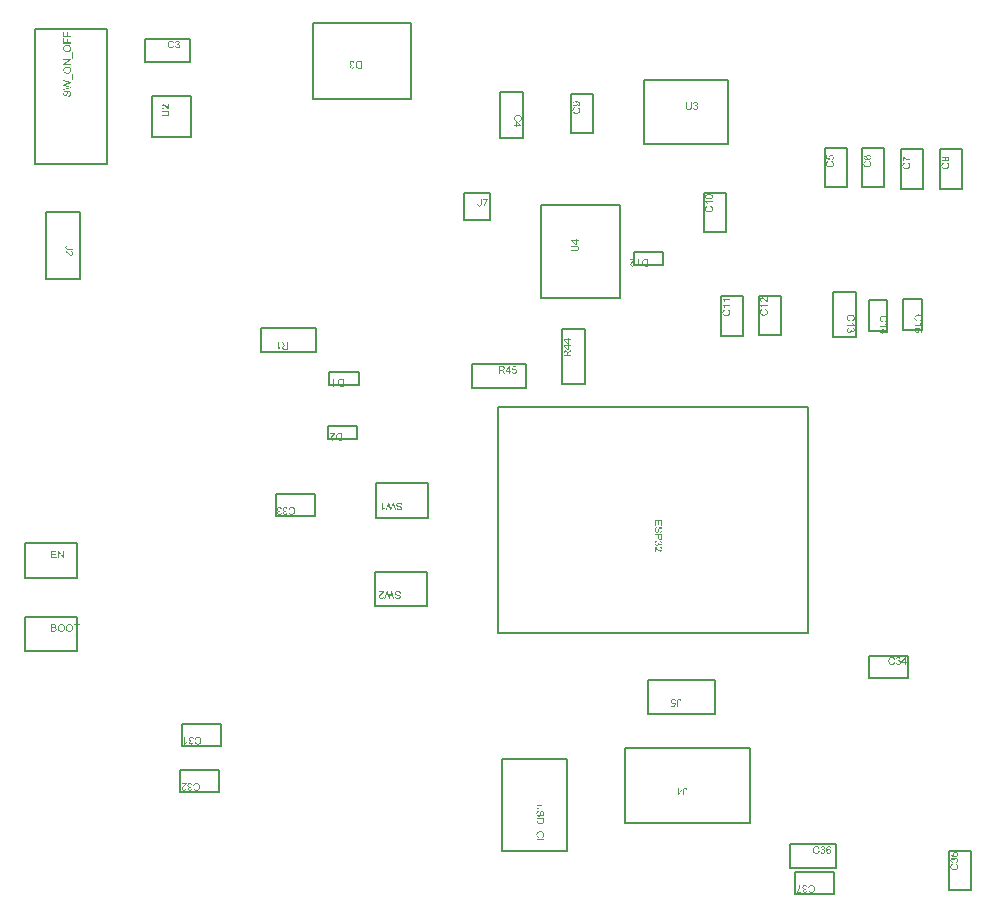
<source format=gbr>
%TF.GenerationSoftware,Altium Limited,Altium Designer,19.0.15 (446)*%
G04 Layer_Color=16711935*
%FSLAX45Y45*%
%MOMM*%
%TF.FileFunction,Other,Top_Assembly*%
%TF.Part,Single*%
G01*
G75*
%TA.AperFunction,NonConductor*%
%ADD86C,0.20000*%
G36*
X7429500Y6108220D02*
X7404907D01*
X7403242Y6108313D01*
X7401393Y6108405D01*
X7399544Y6108590D01*
X7397695Y6108868D01*
X7396123Y6109145D01*
X7396031D01*
X7395846Y6109237D01*
X7395569D01*
X7395199Y6109422D01*
X7394182Y6109700D01*
X7392887Y6110162D01*
X7391408Y6110809D01*
X7389836Y6111641D01*
X7388265Y6112566D01*
X7386785Y6113768D01*
X7386693Y6113860D01*
X7386600Y6113953D01*
X7386323Y6114230D01*
X7385953Y6114507D01*
X7385029Y6115432D01*
X7383919Y6116726D01*
X7382717Y6118298D01*
X7381423Y6120147D01*
X7380221Y6122274D01*
X7379204Y6124678D01*
Y6124770D01*
X7379111Y6124955D01*
X7378927Y6125325D01*
X7378834Y6125880D01*
X7378557Y6126527D01*
X7378372Y6127266D01*
X7378187Y6128098D01*
X7377910Y6129116D01*
X7377632Y6130133D01*
X7377447Y6131334D01*
X7376985Y6133923D01*
X7376708Y6136789D01*
X7376615Y6139933D01*
Y6140025D01*
Y6140210D01*
Y6140673D01*
Y6141135D01*
X7376708Y6141782D01*
Y6142522D01*
X7376800Y6144278D01*
X7377077Y6146312D01*
X7377355Y6148439D01*
X7377817Y6150658D01*
X7378372Y6152877D01*
Y6152969D01*
X7378464Y6153154D01*
X7378557Y6153431D01*
X7378649Y6153801D01*
X7379019Y6154818D01*
X7379574Y6156113D01*
X7380128Y6157592D01*
X7380868Y6159071D01*
X7381793Y6160643D01*
X7382717Y6162122D01*
X7382810Y6162307D01*
X7383180Y6162769D01*
X7383734Y6163417D01*
X7384474Y6164249D01*
X7385306Y6165173D01*
X7386323Y6166098D01*
X7387340Y6167115D01*
X7388542Y6167947D01*
X7388727Y6168039D01*
X7389097Y6168317D01*
X7389744Y6168687D01*
X7390668Y6169149D01*
X7391778Y6169704D01*
X7393072Y6170166D01*
X7394552Y6170721D01*
X7396216Y6171183D01*
X7396401D01*
X7396678Y6171275D01*
X7396955Y6171368D01*
X7397880Y6171460D01*
X7399174Y6171645D01*
X7400654Y6171830D01*
X7402410Y6172015D01*
X7404352Y6172108D01*
X7406478Y6172200D01*
X7429500D01*
Y6108220D01*
D02*
G37*
G36*
X7346475Y6122181D02*
X7346567Y6122274D01*
X7347029Y6122644D01*
X7347584Y6123198D01*
X7348509Y6123846D01*
X7349526Y6124678D01*
X7350820Y6125602D01*
X7352299Y6126619D01*
X7353963Y6127636D01*
X7354056D01*
X7354148Y6127729D01*
X7354703Y6128098D01*
X7355628Y6128561D01*
X7356737Y6129116D01*
X7358032Y6129763D01*
X7359418Y6130410D01*
X7360805Y6131057D01*
X7362192Y6131612D01*
Y6124030D01*
X7362100D01*
X7361915Y6123846D01*
X7361545Y6123753D01*
X7361083Y6123476D01*
X7360528Y6123198D01*
X7359881Y6122828D01*
X7358309Y6121904D01*
X7356460Y6120887D01*
X7354611Y6119593D01*
X7352669Y6118113D01*
X7350727Y6116541D01*
X7350635Y6116449D01*
X7350543Y6116357D01*
X7350265Y6116079D01*
X7349895Y6115802D01*
X7349063Y6114877D01*
X7347954Y6113768D01*
X7346844Y6112473D01*
X7345642Y6110994D01*
X7344625Y6109515D01*
X7343701Y6107943D01*
X7338616D01*
Y6172200D01*
X7346475D01*
Y6122181D01*
D02*
G37*
G36*
X7319570Y6172108D02*
Y6171738D01*
Y6171183D01*
X7319477Y6170443D01*
X7319385Y6169611D01*
X7319200Y6168687D01*
X7319015Y6167762D01*
X7318645Y6166745D01*
Y6166653D01*
X7318553Y6166560D01*
X7318368Y6166005D01*
X7317998Y6165173D01*
X7317443Y6164064D01*
X7316704Y6162769D01*
X7315779Y6161290D01*
X7314762Y6159811D01*
X7313468Y6158239D01*
Y6158147D01*
X7313283Y6158054D01*
X7312821Y6157499D01*
X7311988Y6156667D01*
X7310786Y6155465D01*
X7309400Y6154079D01*
X7307643Y6152414D01*
X7305517Y6150565D01*
X7303205Y6148624D01*
X7303113Y6148531D01*
X7302743Y6148254D01*
X7302188Y6147792D01*
X7301541Y6147237D01*
X7300709Y6146497D01*
X7299692Y6145665D01*
X7298675Y6144741D01*
X7297473Y6143724D01*
X7295161Y6141505D01*
X7292850Y6139286D01*
X7291741Y6138176D01*
X7290724Y6137067D01*
X7289799Y6136050D01*
X7289059Y6135033D01*
Y6134940D01*
X7288874Y6134848D01*
X7288690Y6134570D01*
X7288505Y6134201D01*
X7287857Y6133184D01*
X7287118Y6131982D01*
X7286471Y6130502D01*
X7285823Y6128931D01*
X7285454Y6127174D01*
X7285269Y6125510D01*
Y6125417D01*
Y6125325D01*
X7285361Y6124770D01*
X7285454Y6123846D01*
X7285731Y6122828D01*
X7286101Y6121534D01*
X7286748Y6120240D01*
X7287580Y6118945D01*
X7288690Y6117651D01*
X7288874Y6117466D01*
X7289337Y6117096D01*
X7289984Y6116634D01*
X7291001Y6115987D01*
X7292295Y6115432D01*
X7293775Y6114877D01*
X7295531Y6114507D01*
X7297473Y6114415D01*
X7298028D01*
X7298397Y6114507D01*
X7299507Y6114600D01*
X7300801Y6114877D01*
X7302188Y6115247D01*
X7303760Y6115894D01*
X7305239Y6116726D01*
X7306626Y6117836D01*
X7306811Y6118021D01*
X7307181Y6118483D01*
X7307735Y6119223D01*
X7308290Y6120332D01*
X7308937Y6121627D01*
X7309492Y6123291D01*
X7309862Y6125140D01*
X7310047Y6127266D01*
X7318091Y6126434D01*
Y6126342D01*
X7317998Y6126064D01*
Y6125602D01*
X7317906Y6124955D01*
X7317721Y6124215D01*
X7317536Y6123383D01*
X7317258Y6122366D01*
X7316981Y6121349D01*
X7316241Y6119130D01*
X7315132Y6116911D01*
X7314485Y6115802D01*
X7313653Y6114692D01*
X7312821Y6113675D01*
X7311896Y6112751D01*
X7311804Y6112658D01*
X7311619Y6112566D01*
X7311341Y6112289D01*
X7310879Y6112011D01*
X7310324Y6111641D01*
X7309677Y6111271D01*
X7308937Y6110809D01*
X7308013Y6110347D01*
X7306996Y6109885D01*
X7305886Y6109422D01*
X7304684Y6109053D01*
X7303390Y6108683D01*
X7302003Y6108405D01*
X7300524Y6108128D01*
X7298952Y6108036D01*
X7297288Y6107943D01*
X7296363D01*
X7295716Y6108036D01*
X7294977Y6108128D01*
X7294052Y6108220D01*
X7293035Y6108405D01*
X7292018Y6108590D01*
X7289614Y6109237D01*
X7287210Y6110162D01*
X7286008Y6110717D01*
X7284806Y6111364D01*
X7283697Y6112196D01*
X7282680Y6113121D01*
X7282587Y6113213D01*
X7282403Y6113306D01*
X7282218Y6113675D01*
X7281848Y6114045D01*
X7281385Y6114507D01*
X7280923Y6115155D01*
X7280461Y6115802D01*
X7279906Y6116634D01*
X7278982Y6118391D01*
X7278057Y6120610D01*
X7277687Y6121719D01*
X7277502Y6123013D01*
X7277317Y6124308D01*
X7277225Y6125695D01*
Y6125880D01*
Y6126342D01*
X7277317Y6127081D01*
X7277410Y6128098D01*
X7277595Y6129208D01*
X7277965Y6130502D01*
X7278334Y6131889D01*
X7278889Y6133276D01*
X7278982Y6133461D01*
X7279167Y6133923D01*
X7279536Y6134663D01*
X7280091Y6135680D01*
X7280831Y6136789D01*
X7281755Y6138176D01*
X7282865Y6139563D01*
X7284159Y6141135D01*
X7284344Y6141320D01*
X7284806Y6141874D01*
X7285269Y6142337D01*
X7285731Y6142799D01*
X7286286Y6143354D01*
X7287025Y6144093D01*
X7287765Y6144833D01*
X7288690Y6145665D01*
X7289614Y6146590D01*
X7290724Y6147607D01*
X7291925Y6148624D01*
X7293220Y6149826D01*
X7294699Y6151028D01*
X7296178Y6152322D01*
X7296271Y6152414D01*
X7296456Y6152599D01*
X7296826Y6152877D01*
X7297288Y6153247D01*
X7297843Y6153801D01*
X7298490Y6154356D01*
X7299969Y6155558D01*
X7301541Y6156945D01*
X7303020Y6158332D01*
X7304315Y6159534D01*
X7304869Y6159996D01*
X7305332Y6160458D01*
X7305424Y6160551D01*
X7305701Y6160828D01*
X7306071Y6161198D01*
X7306534Y6161752D01*
X7306996Y6162400D01*
X7307551Y6163047D01*
X7308660Y6164619D01*
X7277133D01*
Y6172200D01*
X7319570D01*
Y6172108D01*
D02*
G37*
G36*
X3549453Y1734794D02*
X3550193Y1734701D01*
X3551025Y1734609D01*
X3551949Y1734424D01*
X3552966Y1734239D01*
X3555185Y1733684D01*
X3557497Y1732760D01*
X3558699Y1732205D01*
X3559808Y1731558D01*
X3560918Y1730726D01*
X3562027Y1729894D01*
X3562120Y1729801D01*
X3562305Y1729616D01*
X3562582Y1729339D01*
X3562859Y1728969D01*
X3563322Y1728507D01*
X3563784Y1727860D01*
X3564339Y1727212D01*
X3564893Y1726380D01*
X3565448Y1725456D01*
X3566003Y1724531D01*
X3567020Y1722312D01*
X3567852Y1719724D01*
X3568129Y1718337D01*
X3568314Y1716857D01*
X3560455Y1715840D01*
Y1715933D01*
X3560363Y1716118D01*
X3560271Y1716488D01*
X3560178Y1716950D01*
X3560086Y1717505D01*
X3559901Y1718152D01*
X3559438Y1719539D01*
X3558791Y1721203D01*
X3557959Y1722775D01*
X3557035Y1724254D01*
X3555925Y1725548D01*
X3555740Y1725641D01*
X3555370Y1726011D01*
X3554631Y1726473D01*
X3553706Y1726935D01*
X3552597Y1727490D01*
X3551210Y1727952D01*
X3549638Y1728322D01*
X3547974Y1728414D01*
X3547419D01*
X3547049Y1728322D01*
X3546032Y1728229D01*
X3544738Y1727952D01*
X3543259Y1727490D01*
X3541687Y1726843D01*
X3540115Y1725918D01*
X3538636Y1724624D01*
X3538451Y1724439D01*
X3537989Y1723884D01*
X3537434Y1723052D01*
X3536694Y1721942D01*
X3535955Y1720556D01*
X3535400Y1718984D01*
X3534938Y1717135D01*
X3534753Y1715101D01*
Y1715008D01*
Y1714823D01*
Y1714546D01*
X3534845Y1714176D01*
X3534938Y1713159D01*
X3535215Y1711957D01*
X3535585Y1710478D01*
X3536232Y1708999D01*
X3537157Y1707519D01*
X3538358Y1706132D01*
X3538543Y1705948D01*
X3539006Y1705578D01*
X3539745Y1705023D01*
X3540762Y1704376D01*
X3542057Y1703729D01*
X3543628Y1703174D01*
X3545385Y1702804D01*
X3547327Y1702619D01*
X3548159D01*
X3548806Y1702712D01*
X3549638Y1702804D01*
X3550563Y1702989D01*
X3551672Y1703174D01*
X3552874Y1703451D01*
X3551949Y1696517D01*
X3551487D01*
X3551117Y1696610D01*
X3549915D01*
X3548898Y1696425D01*
X3547696Y1696240D01*
X3546310Y1695962D01*
X3544738Y1695500D01*
X3543259Y1694853D01*
X3541687Y1694021D01*
X3541594D01*
X3541502Y1693928D01*
X3541040Y1693558D01*
X3540392Y1692911D01*
X3539653Y1692079D01*
X3538913Y1690877D01*
X3538266Y1689490D01*
X3537804Y1687919D01*
X3537619Y1686994D01*
Y1685977D01*
Y1685885D01*
Y1685792D01*
Y1685237D01*
X3537804Y1684498D01*
X3537989Y1683481D01*
X3538358Y1682371D01*
X3538821Y1681169D01*
X3539560Y1679967D01*
X3540577Y1678858D01*
X3540670Y1678766D01*
X3541132Y1678396D01*
X3541779Y1677933D01*
X3542611Y1677379D01*
X3543721Y1676916D01*
X3545015Y1676454D01*
X3546495Y1676084D01*
X3548159Y1675992D01*
X3548898D01*
X3549731Y1676177D01*
X3550840Y1676362D01*
X3552042Y1676731D01*
X3553244Y1677194D01*
X3554538Y1677933D01*
X3555740Y1678858D01*
X3555833Y1678950D01*
X3556202Y1679413D01*
X3556757Y1680060D01*
X3557404Y1680984D01*
X3558052Y1682186D01*
X3558699Y1683666D01*
X3559253Y1685422D01*
X3559623Y1687456D01*
X3567482Y1686070D01*
Y1685977D01*
X3567390Y1685700D01*
X3567297Y1685330D01*
X3567205Y1684775D01*
X3567020Y1684128D01*
X3566742Y1683388D01*
X3566188Y1681632D01*
X3565263Y1679598D01*
X3564154Y1677564D01*
X3562767Y1675622D01*
X3561010Y1673865D01*
X3560918Y1673773D01*
X3560733Y1673680D01*
X3560455Y1673496D01*
X3560086Y1673218D01*
X3559623Y1672848D01*
X3558976Y1672478D01*
X3558329Y1672109D01*
X3557497Y1671646D01*
X3555648Y1670907D01*
X3553521Y1670167D01*
X3551025Y1669705D01*
X3549731Y1669520D01*
X3547419D01*
X3546402Y1669612D01*
X3545200Y1669797D01*
X3543721Y1670075D01*
X3542057Y1670537D01*
X3540392Y1671092D01*
X3538728Y1671831D01*
X3538636D01*
X3538543Y1671924D01*
X3537989Y1672201D01*
X3537157Y1672756D01*
X3536232Y1673403D01*
X3535122Y1674328D01*
X3534013Y1675345D01*
X3532904Y1676547D01*
X3531979Y1677933D01*
X3531887Y1678118D01*
X3531609Y1678581D01*
X3531239Y1679413D01*
X3530777Y1680430D01*
X3530315Y1681632D01*
X3529945Y1683018D01*
X3529668Y1684590D01*
X3529575Y1686162D01*
Y1686347D01*
Y1686902D01*
X3529668Y1687641D01*
X3529852Y1688658D01*
X3530130Y1689860D01*
X3530592Y1691155D01*
X3531147Y1692449D01*
X3531887Y1693743D01*
X3531979Y1693928D01*
X3532256Y1694298D01*
X3532811Y1694945D01*
X3533551Y1695685D01*
X3534475Y1696517D01*
X3535585Y1697442D01*
X3536879Y1698274D01*
X3538451Y1699106D01*
X3538358D01*
X3538174Y1699198D01*
X3537896Y1699291D01*
X3537526Y1699383D01*
X3536509Y1699753D01*
X3535215Y1700308D01*
X3533736Y1701047D01*
X3532256Y1701972D01*
X3530869Y1703174D01*
X3529575Y1704561D01*
X3529483Y1704746D01*
X3529113Y1705300D01*
X3528558Y1706225D01*
X3528003Y1707427D01*
X3527449Y1708906D01*
X3526894Y1710663D01*
X3526524Y1712697D01*
X3526432Y1714916D01*
Y1715008D01*
Y1715286D01*
Y1715748D01*
X3526524Y1716303D01*
X3526617Y1717042D01*
X3526801Y1717874D01*
X3526986Y1718799D01*
X3527171Y1719816D01*
X3527911Y1722035D01*
X3528466Y1723237D01*
X3529020Y1724346D01*
X3529760Y1725548D01*
X3530592Y1726750D01*
X3531517Y1727952D01*
X3532626Y1729062D01*
X3532719Y1729154D01*
X3532904Y1729339D01*
X3533273Y1729616D01*
X3533736Y1729986D01*
X3534290Y1730448D01*
X3535030Y1730911D01*
X3535862Y1731465D01*
X3536879Y1731928D01*
X3537896Y1732482D01*
X3539098Y1733037D01*
X3540300Y1733499D01*
X3541687Y1733962D01*
X3543166Y1734332D01*
X3544738Y1734609D01*
X3546310Y1734794D01*
X3548066Y1734886D01*
X3548898D01*
X3549453Y1734794D01*
D02*
G37*
G36*
X3603910D02*
X3604742D01*
X3605759Y1734701D01*
X3606868Y1734516D01*
X3608163Y1734332D01*
X3610844Y1733869D01*
X3613618Y1733130D01*
X3616391Y1732113D01*
X3617686Y1731465D01*
X3618980Y1730726D01*
X3619073Y1730633D01*
X3619257Y1730541D01*
X3619627Y1730263D01*
X3619997Y1729894D01*
X3620552Y1729524D01*
X3621199Y1728969D01*
X3621939Y1728322D01*
X3622678Y1727582D01*
X3623418Y1726750D01*
X3624250Y1725918D01*
X3625914Y1723792D01*
X3627486Y1721295D01*
X3628873Y1718522D01*
Y1718429D01*
X3629058Y1718152D01*
X3629150Y1717689D01*
X3629428Y1717135D01*
X3629613Y1716395D01*
X3629890Y1715471D01*
X3630260Y1714454D01*
X3630537Y1713344D01*
X3630814Y1712142D01*
X3631184Y1710755D01*
X3631647Y1707889D01*
X3632016Y1704653D01*
X3632201Y1701325D01*
Y1701232D01*
Y1700862D01*
Y1700308D01*
X3632109Y1699661D01*
Y1698736D01*
X3632016Y1697811D01*
X3631924Y1696610D01*
X3631739Y1695408D01*
X3631277Y1692726D01*
X3630630Y1689768D01*
X3629705Y1686809D01*
X3628411Y1683943D01*
X3628318Y1683851D01*
X3628226Y1683573D01*
X3628041Y1683203D01*
X3627671Y1682741D01*
X3627301Y1682094D01*
X3626839Y1681354D01*
X3625637Y1679690D01*
X3624065Y1677841D01*
X3622216Y1675992D01*
X3620090Y1674143D01*
X3617593Y1672571D01*
X3617501Y1672478D01*
X3617223Y1672386D01*
X3616854Y1672201D01*
X3616391Y1671924D01*
X3615652Y1671646D01*
X3614912Y1671369D01*
X3613987Y1670999D01*
X3612970Y1670629D01*
X3611861Y1670260D01*
X3610659Y1669890D01*
X3608070Y1669335D01*
X3605112Y1668873D01*
X3602061Y1668688D01*
X3601136D01*
X3600489Y1668780D01*
X3599657Y1668873D01*
X3598640Y1668965D01*
X3597623Y1669058D01*
X3596421Y1669335D01*
X3593924Y1669890D01*
X3591151Y1670722D01*
X3589764Y1671277D01*
X3588470Y1671924D01*
X3587175Y1672756D01*
X3585881Y1673588D01*
X3585788Y1673680D01*
X3585603Y1673773D01*
X3585234Y1674050D01*
X3584771Y1674513D01*
X3584309Y1674975D01*
X3583662Y1675622D01*
X3583015Y1676362D01*
X3582275Y1677101D01*
X3581535Y1678026D01*
X3580796Y1679135D01*
X3579964Y1680245D01*
X3579224Y1681447D01*
X3578577Y1682834D01*
X3577837Y1684220D01*
X3577282Y1685700D01*
X3576728Y1687364D01*
X3585049Y1689305D01*
Y1689213D01*
X3585141Y1689028D01*
X3585326Y1688658D01*
X3585511Y1688196D01*
X3585696Y1687641D01*
X3585973Y1686902D01*
X3586713Y1685422D01*
X3587637Y1683758D01*
X3588747Y1682094D01*
X3590134Y1680522D01*
X3591613Y1679135D01*
X3591798Y1678950D01*
X3592353Y1678581D01*
X3593277Y1678118D01*
X3594479Y1677471D01*
X3596051Y1676916D01*
X3597808Y1676362D01*
X3599934Y1675992D01*
X3602246Y1675899D01*
X3602985D01*
X3603447Y1675992D01*
X3604095D01*
X3604834Y1676084D01*
X3606591Y1676362D01*
X3608533Y1676731D01*
X3610567Y1677379D01*
X3612693Y1678303D01*
X3614635Y1679505D01*
X3614727D01*
X3614820Y1679690D01*
X3615467Y1680152D01*
X3616299Y1680892D01*
X3617316Y1682001D01*
X3618518Y1683388D01*
X3619627Y1684960D01*
X3620644Y1686902D01*
X3621569Y1689028D01*
Y1689121D01*
X3621661Y1689305D01*
X3621754Y1689583D01*
X3621846Y1690045D01*
X3622031Y1690600D01*
X3622216Y1691247D01*
X3622493Y1692819D01*
X3622863Y1694668D01*
X3623233Y1696702D01*
X3623418Y1698921D01*
X3623510Y1701325D01*
Y1701417D01*
Y1701695D01*
Y1702157D01*
Y1702712D01*
X3623418Y1703359D01*
Y1704191D01*
X3623325Y1705115D01*
X3623233Y1706132D01*
X3622956Y1708351D01*
X3622493Y1710755D01*
X3621939Y1713159D01*
X3621199Y1715563D01*
Y1715655D01*
X3621107Y1715840D01*
X3620922Y1716118D01*
X3620737Y1716580D01*
X3620182Y1717689D01*
X3619350Y1718984D01*
X3618333Y1720463D01*
X3617038Y1722035D01*
X3615559Y1723422D01*
X3613803Y1724716D01*
X3613710D01*
X3613525Y1724809D01*
X3613248Y1724994D01*
X3612878Y1725178D01*
X3612416Y1725363D01*
X3611861Y1725641D01*
X3610567Y1726195D01*
X3608902Y1726750D01*
X3607053Y1727212D01*
X3605019Y1727582D01*
X3602893Y1727675D01*
X3602246D01*
X3601691Y1727582D01*
X3601044D01*
X3600396Y1727490D01*
X3598732Y1727120D01*
X3596791Y1726658D01*
X3594849Y1725918D01*
X3592815Y1724901D01*
X3591798Y1724346D01*
X3590873Y1723607D01*
X3590781Y1723514D01*
X3590689Y1723422D01*
X3590411Y1723144D01*
X3590041Y1722867D01*
X3589672Y1722405D01*
X3589209Y1721850D01*
X3588654Y1721295D01*
X3588192Y1720556D01*
X3587637Y1719724D01*
X3586990Y1718799D01*
X3586436Y1717874D01*
X3585881Y1716765D01*
X3585419Y1715563D01*
X3584956Y1714269D01*
X3584494Y1712882D01*
X3584124Y1711402D01*
X3575618Y1713529D01*
Y1713621D01*
X3575711Y1713991D01*
X3575896Y1714546D01*
X3576173Y1715286D01*
X3576450Y1716118D01*
X3576820Y1717135D01*
X3577282Y1718244D01*
X3577837Y1719446D01*
X3579132Y1722035D01*
X3580796Y1724624D01*
X3581813Y1725918D01*
X3582830Y1727212D01*
X3583939Y1728322D01*
X3585234Y1729431D01*
X3585326Y1729524D01*
X3585511Y1729709D01*
X3585973Y1729894D01*
X3586436Y1730263D01*
X3587175Y1730726D01*
X3587915Y1731188D01*
X3588932Y1731650D01*
X3589949Y1732113D01*
X3591151Y1732667D01*
X3592445Y1733130D01*
X3593832Y1733592D01*
X3595311Y1734054D01*
X3596883Y1734424D01*
X3598547Y1734609D01*
X3600304Y1734794D01*
X3602153Y1734886D01*
X3603170D01*
X3603910Y1734794D01*
D02*
G37*
G36*
X3519775Y1733684D02*
Y1733315D01*
Y1732760D01*
X3519682Y1732020D01*
X3519590Y1731188D01*
X3519405Y1730263D01*
X3519220Y1729339D01*
X3518850Y1728322D01*
Y1728229D01*
X3518758Y1728137D01*
X3518573Y1727582D01*
X3518203Y1726750D01*
X3517648Y1725641D01*
X3516909Y1724346D01*
X3515984Y1722867D01*
X3514967Y1721388D01*
X3513673Y1719816D01*
Y1719724D01*
X3513488Y1719631D01*
X3513025Y1719076D01*
X3512193Y1718244D01*
X3510991Y1717042D01*
X3509605Y1715655D01*
X3507848Y1713991D01*
X3505721Y1712142D01*
X3503410Y1710201D01*
X3503318Y1710108D01*
X3502948Y1709831D01*
X3502393Y1709368D01*
X3501746Y1708814D01*
X3500914Y1708074D01*
X3499897Y1707242D01*
X3498880Y1706317D01*
X3497678Y1705300D01*
X3495366Y1703081D01*
X3493055Y1700862D01*
X3491946Y1699753D01*
X3490929Y1698644D01*
X3490004Y1697627D01*
X3489264Y1696610D01*
Y1696517D01*
X3489079Y1696425D01*
X3488894Y1696147D01*
X3488710Y1695777D01*
X3488062Y1694760D01*
X3487323Y1693558D01*
X3486676Y1692079D01*
X3486028Y1690507D01*
X3485659Y1688751D01*
X3485474Y1687087D01*
Y1686994D01*
Y1686902D01*
X3485566Y1686347D01*
X3485659Y1685422D01*
X3485936Y1684405D01*
X3486306Y1683111D01*
X3486953Y1681817D01*
X3487785Y1680522D01*
X3488894Y1679228D01*
X3489079Y1679043D01*
X3489542Y1678673D01*
X3490189Y1678211D01*
X3491206Y1677564D01*
X3492500Y1677009D01*
X3493980Y1676454D01*
X3495736Y1676084D01*
X3497678Y1675992D01*
X3498233D01*
X3498602Y1676084D01*
X3499712Y1676177D01*
X3501006Y1676454D01*
X3502393Y1676824D01*
X3503965Y1677471D01*
X3505444Y1678303D01*
X3506831Y1679413D01*
X3507016Y1679598D01*
X3507386Y1680060D01*
X3507940Y1680800D01*
X3508495Y1681909D01*
X3509142Y1683203D01*
X3509697Y1684868D01*
X3510067Y1686717D01*
X3510252Y1688843D01*
X3518295Y1688011D01*
Y1687919D01*
X3518203Y1687641D01*
Y1687179D01*
X3518111Y1686532D01*
X3517926Y1685792D01*
X3517741Y1684960D01*
X3517463Y1683943D01*
X3517186Y1682926D01*
X3516446Y1680707D01*
X3515337Y1678488D01*
X3514690Y1677379D01*
X3513858Y1676269D01*
X3513025Y1675252D01*
X3512101Y1674328D01*
X3512008Y1674235D01*
X3511824Y1674143D01*
X3511546Y1673865D01*
X3511084Y1673588D01*
X3510529Y1673218D01*
X3509882Y1672848D01*
X3509142Y1672386D01*
X3508218Y1671924D01*
X3507201Y1671461D01*
X3506091Y1670999D01*
X3504889Y1670629D01*
X3503595Y1670260D01*
X3502208Y1669982D01*
X3500729Y1669705D01*
X3499157Y1669612D01*
X3497493Y1669520D01*
X3496568D01*
X3495921Y1669612D01*
X3495181Y1669705D01*
X3494257Y1669797D01*
X3493240Y1669982D01*
X3492223Y1670167D01*
X3489819Y1670814D01*
X3487415Y1671739D01*
X3486213Y1672294D01*
X3485011Y1672941D01*
X3483902Y1673773D01*
X3482885Y1674697D01*
X3482792Y1674790D01*
X3482607Y1674882D01*
X3482423Y1675252D01*
X3482053Y1675622D01*
X3481590Y1676084D01*
X3481128Y1676731D01*
X3480666Y1677379D01*
X3480111Y1678211D01*
X3479187Y1679967D01*
X3478262Y1682186D01*
X3477892Y1683296D01*
X3477707Y1684590D01*
X3477522Y1685885D01*
X3477430Y1687271D01*
Y1687456D01*
Y1687919D01*
X3477522Y1688658D01*
X3477615Y1689675D01*
X3477800Y1690785D01*
X3478170Y1692079D01*
X3478539Y1693466D01*
X3479094Y1694853D01*
X3479187Y1695038D01*
X3479372Y1695500D01*
X3479741Y1696240D01*
X3480296Y1697257D01*
X3481036Y1698366D01*
X3481960Y1699753D01*
X3483070Y1701140D01*
X3484364Y1702712D01*
X3484549Y1702897D01*
X3485011Y1703451D01*
X3485474Y1703914D01*
X3485936Y1704376D01*
X3486491Y1704931D01*
X3487230Y1705670D01*
X3487970Y1706410D01*
X3488894Y1707242D01*
X3489819Y1708167D01*
X3490929Y1709184D01*
X3492130Y1710201D01*
X3493425Y1711402D01*
X3494904Y1712604D01*
X3496383Y1713899D01*
X3496476Y1713991D01*
X3496661Y1714176D01*
X3497031Y1714454D01*
X3497493Y1714823D01*
X3498048Y1715378D01*
X3498695Y1715933D01*
X3500174Y1717135D01*
X3501746Y1718522D01*
X3503225Y1719908D01*
X3504520Y1721110D01*
X3505074Y1721573D01*
X3505537Y1722035D01*
X3505629Y1722127D01*
X3505906Y1722405D01*
X3506276Y1722775D01*
X3506738Y1723329D01*
X3507201Y1723976D01*
X3507755Y1724624D01*
X3508865Y1726195D01*
X3477337D01*
Y1733777D01*
X3519775D01*
Y1733684D01*
D02*
G37*
G36*
X3372077Y7438795D02*
X3371984D01*
X3371615D01*
X3371060D01*
X3370320Y7438888D01*
X3369488Y7438980D01*
X3368563Y7439165D01*
X3367639Y7439350D01*
X3366622Y7439720D01*
X3366529D01*
X3366437Y7439812D01*
X3365882Y7439997D01*
X3365050Y7440367D01*
X3363941Y7440922D01*
X3362646Y7441661D01*
X3361167Y7442586D01*
X3359688Y7443603D01*
X3358116Y7444897D01*
X3358024D01*
X3357931Y7445082D01*
X3357376Y7445544D01*
X3356544Y7446377D01*
X3355342Y7447578D01*
X3353955Y7448965D01*
X3352291Y7450722D01*
X3350442Y7452848D01*
X3348501Y7455160D01*
X3348408Y7455252D01*
X3348131Y7455622D01*
X3347668Y7456177D01*
X3347114Y7456824D01*
X3346374Y7457656D01*
X3345542Y7458673D01*
X3344617Y7459690D01*
X3343600Y7460892D01*
X3341381Y7463204D01*
X3339162Y7465515D01*
X3338053Y7466624D01*
X3336944Y7467641D01*
X3335927Y7468566D01*
X3334910Y7469306D01*
X3334817D01*
X3334725Y7469491D01*
X3334447Y7469675D01*
X3334077Y7469860D01*
X3333060Y7470508D01*
X3331858Y7471247D01*
X3330379Y7471894D01*
X3328807Y7472542D01*
X3327051Y7472911D01*
X3325387Y7473096D01*
X3325294D01*
X3325202D01*
X3324647Y7473004D01*
X3323722Y7472911D01*
X3322705Y7472634D01*
X3321411Y7472264D01*
X3320117Y7471617D01*
X3318822Y7470785D01*
X3317528Y7469675D01*
X3317343Y7469491D01*
X3316973Y7469028D01*
X3316511Y7468381D01*
X3315864Y7467364D01*
X3315309Y7466070D01*
X3314754Y7464590D01*
X3314384Y7462834D01*
X3314292Y7460892D01*
Y7460337D01*
X3314384Y7459968D01*
X3314477Y7458858D01*
X3314754Y7457564D01*
X3315124Y7456177D01*
X3315771Y7454605D01*
X3316603Y7453126D01*
X3317713Y7451739D01*
X3317898Y7451554D01*
X3318360Y7451184D01*
X3319100Y7450629D01*
X3320209Y7450075D01*
X3321503Y7449428D01*
X3323168Y7448873D01*
X3325017Y7448503D01*
X3327143Y7448318D01*
X3326311Y7440274D01*
X3326219D01*
X3325941Y7440367D01*
X3325479D01*
X3324832Y7440459D01*
X3324092Y7440644D01*
X3323260Y7440829D01*
X3322243Y7441107D01*
X3321226Y7441384D01*
X3319007Y7442124D01*
X3316788Y7443233D01*
X3315679Y7443880D01*
X3314569Y7444712D01*
X3313552Y7445544D01*
X3312628Y7446469D01*
X3312535Y7446561D01*
X3312443Y7446746D01*
X3312165Y7447024D01*
X3311888Y7447486D01*
X3311518Y7448041D01*
X3311148Y7448688D01*
X3310686Y7449428D01*
X3310224Y7450352D01*
X3309761Y7451369D01*
X3309299Y7452479D01*
X3308929Y7453681D01*
X3308560Y7454975D01*
X3308282Y7456362D01*
X3308005Y7457841D01*
X3307912Y7459413D01*
X3307820Y7461077D01*
Y7462002D01*
X3307912Y7462649D01*
X3308005Y7463388D01*
X3308097Y7464313D01*
X3308282Y7465330D01*
X3308467Y7466347D01*
X3309114Y7468751D01*
X3310039Y7471155D01*
X3310594Y7472357D01*
X3311241Y7473559D01*
X3312073Y7474668D01*
X3312997Y7475685D01*
X3313090Y7475778D01*
X3313182Y7475962D01*
X3313552Y7476147D01*
X3313922Y7476517D01*
X3314384Y7476979D01*
X3315031Y7477442D01*
X3315679Y7477904D01*
X3316511Y7478459D01*
X3318267Y7479383D01*
X3320486Y7480308D01*
X3321596Y7480678D01*
X3322890Y7480863D01*
X3324185Y7481048D01*
X3325571Y7481140D01*
X3325756D01*
X3326219D01*
X3326958Y7481048D01*
X3327975Y7480955D01*
X3329085Y7480770D01*
X3330379Y7480400D01*
X3331766Y7480031D01*
X3333153Y7479476D01*
X3333338Y7479383D01*
X3333800Y7479198D01*
X3334540Y7478829D01*
X3335557Y7478274D01*
X3336666Y7477534D01*
X3338053Y7476610D01*
X3339440Y7475500D01*
X3341012Y7474206D01*
X3341197Y7474021D01*
X3341751Y7473559D01*
X3342214Y7473096D01*
X3342676Y7472634D01*
X3343231Y7472079D01*
X3343970Y7471340D01*
X3344710Y7470600D01*
X3345542Y7469675D01*
X3346467Y7468751D01*
X3347484Y7467641D01*
X3348501Y7466439D01*
X3349702Y7465145D01*
X3350904Y7463666D01*
X3352199Y7462186D01*
X3352291Y7462094D01*
X3352476Y7461909D01*
X3352754Y7461539D01*
X3353123Y7461077D01*
X3353678Y7460522D01*
X3354233Y7459875D01*
X3355435Y7458396D01*
X3356822Y7456824D01*
X3358208Y7455345D01*
X3359410Y7454050D01*
X3359873Y7453496D01*
X3360335Y7453033D01*
X3360427Y7452941D01*
X3360705Y7452664D01*
X3361075Y7452294D01*
X3361629Y7451831D01*
X3362276Y7451369D01*
X3362924Y7450814D01*
X3364495Y7449705D01*
Y7481232D01*
X3372077D01*
Y7438795D01*
D02*
G37*
G36*
X3347484Y7428902D02*
X3348408D01*
X3349518Y7428810D01*
X3350627Y7428717D01*
X3353123Y7428440D01*
X3355712Y7428070D01*
X3358208Y7427515D01*
X3359410Y7427146D01*
X3360520Y7426776D01*
X3360612D01*
X3360797Y7426683D01*
X3361075Y7426498D01*
X3361444Y7426314D01*
X3362461Y7425759D01*
X3363756Y7424927D01*
X3365235Y7423817D01*
X3366714Y7422523D01*
X3368286Y7420859D01*
X3369673Y7418825D01*
Y7418732D01*
X3369858Y7418547D01*
X3369950Y7418270D01*
X3370228Y7417808D01*
X3370505Y7417253D01*
X3370782Y7416513D01*
X3371060Y7415774D01*
X3371430Y7414849D01*
X3371799Y7413832D01*
X3372077Y7412723D01*
X3372354Y7411521D01*
X3372632Y7410134D01*
X3372816Y7408747D01*
X3373001Y7407268D01*
X3373186Y7403939D01*
Y7403107D01*
X3373094Y7402460D01*
Y7401720D01*
X3373001Y7400796D01*
X3372909Y7399779D01*
X3372816Y7398762D01*
X3372447Y7396450D01*
X3371892Y7393954D01*
X3371152Y7391550D01*
X3370135Y7389239D01*
Y7389146D01*
X3369950Y7388961D01*
X3369765Y7388684D01*
X3369581Y7388314D01*
X3368841Y7387297D01*
X3367824Y7386095D01*
X3366529Y7384708D01*
X3365050Y7383414D01*
X3363201Y7382120D01*
X3361167Y7381103D01*
X3361075D01*
X3360890Y7381010D01*
X3360520Y7380918D01*
X3360058Y7380733D01*
X3359503Y7380548D01*
X3358763Y7380363D01*
X3357931Y7380086D01*
X3356914Y7379901D01*
X3355805Y7379716D01*
X3354603Y7379438D01*
X3353308Y7379253D01*
X3351921Y7379069D01*
X3350350Y7378884D01*
X3348685Y7378791D01*
X3346929Y7378699D01*
X3345080D01*
X3308097D01*
Y7387205D01*
X3345080D01*
X3345172D01*
X3345449D01*
X3345912D01*
X3346467D01*
X3347114Y7387297D01*
X3347946D01*
X3349702Y7387390D01*
X3351737Y7387575D01*
X3353771Y7387852D01*
X3355712Y7388222D01*
X3356544Y7388407D01*
X3357376Y7388684D01*
X3357561Y7388776D01*
X3358024Y7388961D01*
X3358671Y7389424D01*
X3359595Y7389978D01*
X3360520Y7390626D01*
X3361537Y7391550D01*
X3362554Y7392660D01*
X3363386Y7393954D01*
X3363478Y7394139D01*
X3363756Y7394601D01*
X3364033Y7395433D01*
X3364403Y7396543D01*
X3364865Y7397837D01*
X3365143Y7399501D01*
X3365420Y7401258D01*
X3365512Y7403200D01*
Y7404124D01*
X3365420Y7404679D01*
Y7405511D01*
X3365328Y7406343D01*
X3364958Y7408377D01*
X3364495Y7410596D01*
X3363756Y7412723D01*
X3362739Y7414757D01*
X3362092Y7415681D01*
X3361352Y7416513D01*
X3361259Y7416606D01*
X3361167Y7416698D01*
X3360890Y7416883D01*
X3360520Y7417160D01*
X3359965Y7417438D01*
X3359410Y7417808D01*
X3358578Y7418177D01*
X3357746Y7418547D01*
X3356729Y7418917D01*
X3355527Y7419194D01*
X3354140Y7419564D01*
X3352661Y7419842D01*
X3350997Y7420119D01*
X3349240Y7420304D01*
X3347206Y7420489D01*
X3345080D01*
X3308097D01*
Y7428995D01*
X3345080D01*
X3345172D01*
X3345542D01*
X3346004D01*
X3346651D01*
X3347484Y7428902D01*
D02*
G37*
G36*
X7548003Y3915181D02*
X7540421D01*
Y3952995D01*
X7520913D01*
Y3917585D01*
X7513332D01*
Y3952995D01*
X7491605D01*
Y3913702D01*
X7484023D01*
Y3961501D01*
X7548003D01*
Y3915181D01*
D02*
G37*
G36*
X7505288Y3896875D02*
X7505196D01*
X7505103D01*
X7504826Y3896782D01*
X7504456D01*
X7503624Y3896597D01*
X7502422Y3896320D01*
X7501220Y3895950D01*
X7499833Y3895580D01*
X7498539Y3894933D01*
X7497337Y3894286D01*
X7497244Y3894193D01*
X7496875Y3893916D01*
X7496227Y3893454D01*
X7495580Y3892714D01*
X7494748Y3891790D01*
X7493916Y3890773D01*
X7493084Y3889386D01*
X7492344Y3887906D01*
Y3887814D01*
X7492252Y3887721D01*
X7492159Y3887444D01*
X7492067Y3887167D01*
X7491789Y3886242D01*
X7491420Y3885040D01*
X7491050Y3883561D01*
X7490772Y3881897D01*
X7490588Y3880048D01*
X7490495Y3878014D01*
Y3877181D01*
X7490588Y3876257D01*
X7490680Y3875147D01*
X7490865Y3873853D01*
X7491050Y3872374D01*
X7491420Y3870894D01*
X7491882Y3869508D01*
X7491974Y3869323D01*
X7492159Y3868860D01*
X7492529Y3868213D01*
X7492899Y3867381D01*
X7493546Y3866549D01*
X7494193Y3865624D01*
X7494933Y3864700D01*
X7495857Y3863960D01*
X7495950Y3863868D01*
X7496320Y3863683D01*
X7496782Y3863406D01*
X7497522Y3863036D01*
X7498261Y3862666D01*
X7499186Y3862389D01*
X7500203Y3862204D01*
X7501312Y3862111D01*
X7501405D01*
X7501867D01*
X7502422Y3862204D01*
X7503162Y3862296D01*
X7503901Y3862573D01*
X7504826Y3862851D01*
X7505750Y3863313D01*
X7506582Y3863960D01*
X7506675Y3864053D01*
X7506952Y3864330D01*
X7507322Y3864700D01*
X7507877Y3865347D01*
X7508432Y3866087D01*
X7509079Y3867104D01*
X7509726Y3868306D01*
X7510281Y3869693D01*
X7510373Y3869785D01*
X7510466Y3870247D01*
X7510743Y3870987D01*
X7510835Y3871449D01*
X7511020Y3872096D01*
X7511298Y3872744D01*
X7511483Y3873576D01*
X7511760Y3874500D01*
X7512037Y3875610D01*
X7512315Y3876719D01*
X7512684Y3878014D01*
X7513054Y3879493D01*
X7513424Y3881065D01*
Y3881157D01*
X7513517Y3881434D01*
X7513609Y3881897D01*
X7513794Y3882451D01*
X7513979Y3883191D01*
X7514164Y3884023D01*
X7514719Y3885872D01*
X7515366Y3887906D01*
X7516013Y3890033D01*
X7516660Y3891882D01*
X7517030Y3892714D01*
X7517400Y3893454D01*
Y3893546D01*
X7517492Y3893639D01*
X7517862Y3894193D01*
X7518324Y3895025D01*
X7519064Y3895950D01*
X7519896Y3897060D01*
X7520913Y3898169D01*
X7522115Y3899278D01*
X7523409Y3900203D01*
X7523594Y3900295D01*
X7524057Y3900573D01*
X7524796Y3900943D01*
X7525721Y3901312D01*
X7526923Y3901682D01*
X7528310Y3902052D01*
X7529789Y3902330D01*
X7531361Y3902422D01*
X7531453D01*
X7531546D01*
X7531823D01*
X7532193D01*
X7533117Y3902237D01*
X7534319Y3902052D01*
X7535706Y3901775D01*
X7537278Y3901312D01*
X7538850Y3900665D01*
X7540421Y3899741D01*
X7540514D01*
X7540606Y3899648D01*
X7541161Y3899186D01*
X7541901Y3898539D01*
X7542825Y3897707D01*
X7543842Y3896597D01*
X7544952Y3895210D01*
X7545969Y3893546D01*
X7546893Y3891697D01*
Y3891605D01*
X7546986Y3891420D01*
X7547078Y3891142D01*
X7547263Y3890773D01*
X7547448Y3890310D01*
X7547633Y3889663D01*
X7548003Y3888276D01*
X7548373Y3886520D01*
X7548742Y3884485D01*
X7549020Y3882359D01*
X7549112Y3879955D01*
Y3878753D01*
X7549020Y3878106D01*
Y3877459D01*
X7548835Y3875702D01*
X7548557Y3873761D01*
X7548095Y3871727D01*
X7547540Y3869508D01*
X7546801Y3867474D01*
Y3867381D01*
X7546708Y3867196D01*
X7546523Y3866919D01*
X7546338Y3866549D01*
X7545876Y3865624D01*
X7545044Y3864423D01*
X7544120Y3863036D01*
X7542918Y3861649D01*
X7541531Y3860354D01*
X7539959Y3859153D01*
X7539867D01*
X7539774Y3859060D01*
X7539497Y3858875D01*
X7539219Y3858690D01*
X7538295Y3858228D01*
X7537093Y3857673D01*
X7535614Y3857026D01*
X7533857Y3856564D01*
X7532008Y3856102D01*
X7529974Y3855917D01*
X7529327Y3864053D01*
X7529419D01*
X7529604D01*
X7529881Y3864145D01*
X7530344Y3864238D01*
X7531361Y3864515D01*
X7532747Y3864885D01*
X7534227Y3865440D01*
X7535706Y3866272D01*
X7537093Y3867289D01*
X7538387Y3868583D01*
X7538480Y3868768D01*
X7538850Y3869230D01*
X7539404Y3870155D01*
X7539959Y3871357D01*
X7540514Y3872928D01*
X7541068Y3874778D01*
X7541438Y3877089D01*
X7541531Y3879678D01*
Y3880972D01*
X7541438Y3881527D01*
X7541346Y3882267D01*
X7541161Y3883931D01*
X7540791Y3885780D01*
X7540329Y3887629D01*
X7539589Y3889386D01*
X7539127Y3890125D01*
X7538665Y3890865D01*
X7538572Y3891050D01*
X7538202Y3891420D01*
X7537555Y3891974D01*
X7536816Y3892529D01*
X7535798Y3893176D01*
X7534689Y3893731D01*
X7533395Y3894101D01*
X7531915Y3894286D01*
X7531730D01*
X7531361D01*
X7530713Y3894193D01*
X7529974Y3894008D01*
X7529049Y3893731D01*
X7528125Y3893269D01*
X7527200Y3892714D01*
X7526276Y3891882D01*
X7526183Y3891790D01*
X7525906Y3891327D01*
X7525628Y3890957D01*
X7525443Y3890588D01*
X7525166Y3890033D01*
X7524796Y3889386D01*
X7524519Y3888554D01*
X7524149Y3887629D01*
X7523779Y3886612D01*
X7523317Y3885410D01*
X7522947Y3884116D01*
X7522485Y3882636D01*
X7522115Y3880972D01*
X7521653Y3879123D01*
Y3879031D01*
X7521560Y3878661D01*
X7521468Y3878106D01*
X7521283Y3877459D01*
X7521098Y3876627D01*
X7520821Y3875610D01*
X7520543Y3874593D01*
X7520266Y3873483D01*
X7519619Y3871079D01*
X7518972Y3868768D01*
X7518602Y3867659D01*
X7518232Y3866641D01*
X7517954Y3865717D01*
X7517585Y3864977D01*
Y3864885D01*
X7517492Y3864700D01*
X7517307Y3864423D01*
X7517122Y3864053D01*
X7516568Y3863036D01*
X7515828Y3861834D01*
X7514811Y3860447D01*
X7513702Y3859060D01*
X7512407Y3857766D01*
X7511020Y3856656D01*
X7510835Y3856564D01*
X7510373Y3856194D01*
X7509541Y3855824D01*
X7508432Y3855269D01*
X7507137Y3854807D01*
X7505565Y3854345D01*
X7503809Y3854067D01*
X7501960Y3853975D01*
X7501867D01*
X7501775D01*
X7501497D01*
X7501127D01*
X7500110Y3854160D01*
X7498816Y3854345D01*
X7497337Y3854715D01*
X7495765Y3855177D01*
X7494101Y3855917D01*
X7492344Y3856934D01*
X7492252D01*
X7492159Y3857026D01*
X7491605Y3857488D01*
X7490772Y3858136D01*
X7489848Y3859060D01*
X7488738Y3860262D01*
X7487536Y3861741D01*
X7486427Y3863406D01*
X7485410Y3865347D01*
Y3865440D01*
X7485318Y3865624D01*
X7485225Y3865902D01*
X7485040Y3866272D01*
X7484855Y3866826D01*
X7484578Y3867474D01*
X7484208Y3868953D01*
X7483746Y3870710D01*
X7483283Y3872836D01*
X7483006Y3875147D01*
X7482914Y3877644D01*
Y3879123D01*
X7483006Y3879863D01*
Y3880695D01*
X7483099Y3881619D01*
X7483191Y3882729D01*
X7483561Y3885040D01*
X7483931Y3887444D01*
X7484578Y3889848D01*
X7485410Y3892159D01*
Y3892252D01*
X7485502Y3892437D01*
X7485687Y3892714D01*
X7485872Y3893084D01*
X7486427Y3894193D01*
X7487259Y3895488D01*
X7488369Y3896967D01*
X7489663Y3898539D01*
X7491235Y3900018D01*
X7492991Y3901405D01*
X7493084D01*
X7493269Y3901590D01*
X7493546Y3901682D01*
X7493916Y3901960D01*
X7494378Y3902145D01*
X7494933Y3902422D01*
X7496320Y3903069D01*
X7498076Y3903716D01*
X7500018Y3904271D01*
X7502237Y3904641D01*
X7504548Y3904826D01*
X7505288Y3896875D01*
D02*
G37*
G36*
X7548003Y3816068D02*
X7547910Y3814681D01*
X7547818Y3813109D01*
X7547725Y3811445D01*
X7547540Y3809874D01*
X7547355Y3808487D01*
Y3808302D01*
X7547171Y3807655D01*
X7546986Y3806822D01*
X7546708Y3805713D01*
X7546246Y3804511D01*
X7545691Y3803217D01*
X7545044Y3801830D01*
X7544304Y3800628D01*
X7544212Y3800443D01*
X7543935Y3800073D01*
X7543380Y3799518D01*
X7542733Y3798779D01*
X7541901Y3797947D01*
X7540791Y3797115D01*
X7539589Y3796190D01*
X7538202Y3795450D01*
X7538017Y3795358D01*
X7537555Y3795173D01*
X7536723Y3794803D01*
X7535614Y3794433D01*
X7534319Y3794156D01*
X7532840Y3793786D01*
X7531176Y3793601D01*
X7529419Y3793509D01*
X7529327D01*
X7529049D01*
X7528679D01*
X7528032Y3793601D01*
X7527385Y3793694D01*
X7526553Y3793786D01*
X7525628Y3793971D01*
X7524611Y3794156D01*
X7522485Y3794803D01*
X7521375Y3795173D01*
X7520173Y3795728D01*
X7518972Y3796375D01*
X7517862Y3797022D01*
X7516753Y3797854D01*
X7515643Y3798779D01*
X7515551Y3798871D01*
X7515366Y3799056D01*
X7515088Y3799334D01*
X7514811Y3799796D01*
X7514349Y3800351D01*
X7513886Y3801090D01*
X7513332Y3802015D01*
X7512869Y3803032D01*
X7512315Y3804234D01*
X7511760Y3805621D01*
X7511298Y3807100D01*
X7510928Y3808856D01*
X7510558Y3810706D01*
X7510281Y3812740D01*
X7510096Y3815051D01*
X7510003Y3817455D01*
Y3833820D01*
X7484023D01*
Y3842326D01*
X7548003D01*
Y3816068D01*
D02*
G37*
G36*
X7501960Y3777976D02*
X7501867D01*
X7501682Y3777884D01*
X7501312Y3777791D01*
X7500850Y3777699D01*
X7500295Y3777606D01*
X7499648Y3777421D01*
X7498261Y3776959D01*
X7496597Y3776312D01*
X7495025Y3775480D01*
X7493546Y3774555D01*
X7492252Y3773446D01*
X7492159Y3773261D01*
X7491789Y3772891D01*
X7491327Y3772151D01*
X7490865Y3771227D01*
X7490310Y3770117D01*
X7489848Y3768731D01*
X7489478Y3767159D01*
X7489386Y3765495D01*
Y3764940D01*
X7489478Y3764570D01*
X7489570Y3763553D01*
X7489848Y3762259D01*
X7490310Y3760779D01*
X7490957Y3759208D01*
X7491882Y3757636D01*
X7493176Y3756157D01*
X7493361Y3755972D01*
X7493916Y3755509D01*
X7494748Y3754955D01*
X7495857Y3754215D01*
X7497244Y3753475D01*
X7498816Y3752921D01*
X7500665Y3752458D01*
X7502699Y3752273D01*
X7502792D01*
X7502977D01*
X7503254D01*
X7503624Y3752366D01*
X7504641Y3752458D01*
X7505843Y3752736D01*
X7507322Y3753106D01*
X7508801Y3753753D01*
X7510281Y3754677D01*
X7511667Y3755879D01*
X7511852Y3756064D01*
X7512222Y3756526D01*
X7512777Y3757266D01*
X7513424Y3758283D01*
X7514071Y3759577D01*
X7514626Y3761149D01*
X7514996Y3762906D01*
X7515181Y3764847D01*
Y3765680D01*
X7515088Y3766327D01*
X7514996Y3767159D01*
X7514811Y3768083D01*
X7514626Y3769193D01*
X7514349Y3770395D01*
X7521283Y3769470D01*
Y3769008D01*
X7521190Y3768638D01*
Y3767436D01*
X7521375Y3766419D01*
X7521560Y3765217D01*
X7521838Y3763830D01*
X7522300Y3762259D01*
X7522947Y3760779D01*
X7523779Y3759208D01*
Y3759115D01*
X7523872Y3759023D01*
X7524241Y3758560D01*
X7524889Y3757913D01*
X7525721Y3757174D01*
X7526923Y3756434D01*
X7528310Y3755787D01*
X7529881Y3755324D01*
X7530806Y3755140D01*
X7531823D01*
X7531915D01*
X7532008D01*
X7532563D01*
X7533302Y3755324D01*
X7534319Y3755509D01*
X7535429Y3755879D01*
X7536631Y3756341D01*
X7537833Y3757081D01*
X7538942Y3758098D01*
X7539034Y3758191D01*
X7539404Y3758653D01*
X7539867Y3759300D01*
X7540421Y3760132D01*
X7540884Y3761242D01*
X7541346Y3762536D01*
X7541716Y3764015D01*
X7541808Y3765680D01*
Y3766419D01*
X7541623Y3767251D01*
X7541438Y3768361D01*
X7541068Y3769563D01*
X7540606Y3770765D01*
X7539867Y3772059D01*
X7538942Y3773261D01*
X7538850Y3773353D01*
X7538387Y3773723D01*
X7537740Y3774278D01*
X7536816Y3774925D01*
X7535614Y3775572D01*
X7534134Y3776220D01*
X7532378Y3776774D01*
X7530344Y3777144D01*
X7531730Y3785003D01*
X7531823D01*
X7532100Y3784910D01*
X7532470Y3784818D01*
X7533025Y3784725D01*
X7533672Y3784541D01*
X7534412Y3784263D01*
X7536168Y3783708D01*
X7538202Y3782784D01*
X7540236Y3781674D01*
X7542178Y3780288D01*
X7543935Y3778531D01*
X7544027Y3778438D01*
X7544120Y3778254D01*
X7544304Y3777976D01*
X7544582Y3777606D01*
X7544952Y3777144D01*
X7545321Y3776497D01*
X7545691Y3775850D01*
X7546154Y3775018D01*
X7546893Y3773168D01*
X7547633Y3771042D01*
X7548095Y3768546D01*
X7548280Y3767251D01*
Y3764940D01*
X7548188Y3763923D01*
X7548003Y3762721D01*
X7547725Y3761242D01*
X7547263Y3759577D01*
X7546708Y3757913D01*
X7545969Y3756249D01*
Y3756157D01*
X7545876Y3756064D01*
X7545599Y3755509D01*
X7545044Y3754677D01*
X7544397Y3753753D01*
X7543472Y3752643D01*
X7542455Y3751534D01*
X7541253Y3750424D01*
X7539867Y3749500D01*
X7539682Y3749407D01*
X7539219Y3749130D01*
X7538387Y3748760D01*
X7537370Y3748298D01*
X7536168Y3747836D01*
X7534781Y3747466D01*
X7533210Y3747188D01*
X7531638Y3747096D01*
X7531453D01*
X7530898D01*
X7530159Y3747188D01*
X7529142Y3747373D01*
X7527940Y3747651D01*
X7526645Y3748113D01*
X7525351Y3748668D01*
X7524057Y3749407D01*
X7523872Y3749500D01*
X7523502Y3749777D01*
X7522855Y3750332D01*
X7522115Y3751071D01*
X7521283Y3751996D01*
X7520358Y3753106D01*
X7519526Y3754400D01*
X7518694Y3755972D01*
Y3755879D01*
X7518602Y3755694D01*
X7518509Y3755417D01*
X7518417Y3755047D01*
X7518047Y3754030D01*
X7517492Y3752736D01*
X7516753Y3751256D01*
X7515828Y3749777D01*
X7514626Y3748390D01*
X7513239Y3747096D01*
X7513054Y3747003D01*
X7512500Y3746634D01*
X7511575Y3746079D01*
X7510373Y3745524D01*
X7508894Y3744969D01*
X7507137Y3744415D01*
X7505103Y3744045D01*
X7502884Y3743952D01*
X7502792D01*
X7502514D01*
X7502052D01*
X7501497Y3744045D01*
X7500758Y3744137D01*
X7499926Y3744322D01*
X7499001Y3744507D01*
X7497984Y3744692D01*
X7495765Y3745432D01*
X7494563Y3745986D01*
X7493454Y3746541D01*
X7492252Y3747281D01*
X7491050Y3748113D01*
X7489848Y3749037D01*
X7488738Y3750147D01*
X7488646Y3750239D01*
X7488461Y3750424D01*
X7488184Y3750794D01*
X7487814Y3751256D01*
X7487352Y3751811D01*
X7486889Y3752551D01*
X7486335Y3753383D01*
X7485872Y3754400D01*
X7485318Y3755417D01*
X7484763Y3756619D01*
X7484300Y3757821D01*
X7483838Y3759208D01*
X7483468Y3760687D01*
X7483191Y3762259D01*
X7483006Y3763830D01*
X7482914Y3765587D01*
Y3766419D01*
X7483006Y3766974D01*
X7483099Y3767714D01*
X7483191Y3768546D01*
X7483376Y3769470D01*
X7483561Y3770487D01*
X7484116Y3772706D01*
X7485040Y3775018D01*
X7485595Y3776220D01*
X7486242Y3777329D01*
X7487074Y3778438D01*
X7487906Y3779548D01*
X7487999Y3779640D01*
X7488184Y3779825D01*
X7488461Y3780103D01*
X7488831Y3780380D01*
X7489293Y3780842D01*
X7489940Y3781305D01*
X7490588Y3781859D01*
X7491420Y3782414D01*
X7492344Y3782969D01*
X7493269Y3783524D01*
X7495488Y3784541D01*
X7498076Y3785373D01*
X7499463Y3785650D01*
X7500943Y3785835D01*
X7501960Y3777976D01*
D02*
G37*
G36*
X7485780Y3737203D02*
X7486612Y3737111D01*
X7487536Y3736926D01*
X7488461Y3736741D01*
X7489478Y3736371D01*
X7489570D01*
X7489663Y3736279D01*
X7490218Y3736094D01*
X7491050Y3735724D01*
X7492159Y3735169D01*
X7493454Y3734429D01*
X7494933Y3733505D01*
X7496412Y3732488D01*
X7497984Y3731193D01*
X7498076D01*
X7498169Y3731009D01*
X7498724Y3730546D01*
X7499556Y3729714D01*
X7500758Y3728512D01*
X7502145Y3727125D01*
X7503809Y3725369D01*
X7505658Y3723242D01*
X7507599Y3720931D01*
X7507692Y3720838D01*
X7507969Y3720469D01*
X7508432Y3719914D01*
X7508986Y3719267D01*
X7509726Y3718435D01*
X7510558Y3717418D01*
X7511483Y3716400D01*
X7512500Y3715199D01*
X7514719Y3712887D01*
X7516937Y3710576D01*
X7518047Y3709466D01*
X7519156Y3708449D01*
X7520173Y3707525D01*
X7521190Y3706785D01*
X7521283D01*
X7521375Y3706600D01*
X7521653Y3706415D01*
X7522023Y3706230D01*
X7523040Y3705583D01*
X7524241Y3704843D01*
X7525721Y3704196D01*
X7527293Y3703549D01*
X7529049Y3703179D01*
X7530713Y3702994D01*
X7530806D01*
X7530898D01*
X7531453Y3703087D01*
X7532378Y3703179D01*
X7533395Y3703457D01*
X7534689Y3703826D01*
X7535983Y3704474D01*
X7537278Y3705306D01*
X7538572Y3706415D01*
X7538757Y3706600D01*
X7539127Y3707062D01*
X7539589Y3707710D01*
X7540236Y3708727D01*
X7540791Y3710021D01*
X7541346Y3711500D01*
X7541716Y3713257D01*
X7541808Y3715199D01*
Y3715753D01*
X7541716Y3716123D01*
X7541623Y3717233D01*
X7541346Y3718527D01*
X7540976Y3719914D01*
X7540329Y3721486D01*
X7539497Y3722965D01*
X7538387Y3724352D01*
X7538202Y3724537D01*
X7537740Y3724906D01*
X7537000Y3725461D01*
X7535891Y3726016D01*
X7534597Y3726663D01*
X7532932Y3727218D01*
X7531083Y3727588D01*
X7528957Y3727773D01*
X7529789Y3735816D01*
X7529881D01*
X7530159Y3735724D01*
X7530621D01*
X7531268Y3735631D01*
X7532008Y3735446D01*
X7532840Y3735262D01*
X7533857Y3734984D01*
X7534874Y3734707D01*
X7537093Y3733967D01*
X7539312Y3732858D01*
X7540421Y3732210D01*
X7541531Y3731378D01*
X7542548Y3730546D01*
X7543472Y3729622D01*
X7543565Y3729529D01*
X7543657Y3729344D01*
X7543935Y3729067D01*
X7544212Y3728605D01*
X7544582Y3728050D01*
X7544952Y3727403D01*
X7545414Y3726663D01*
X7545876Y3725739D01*
X7546338Y3724722D01*
X7546801Y3723612D01*
X7547171Y3722410D01*
X7547540Y3721116D01*
X7547818Y3719729D01*
X7548095Y3718250D01*
X7548188Y3716678D01*
X7548280Y3715014D01*
Y3714089D01*
X7548188Y3713442D01*
X7548095Y3712702D01*
X7548003Y3711778D01*
X7547818Y3710761D01*
X7547633Y3709744D01*
X7546986Y3707340D01*
X7546061Y3704936D01*
X7545506Y3703734D01*
X7544859Y3702532D01*
X7544027Y3701423D01*
X7543103Y3700406D01*
X7543010Y3700313D01*
X7542918Y3700128D01*
X7542548Y3699943D01*
X7542178Y3699573D01*
X7541716Y3699111D01*
X7541068Y3698649D01*
X7540421Y3698187D01*
X7539589Y3697632D01*
X7537833Y3696707D01*
X7535614Y3695783D01*
X7534504Y3695413D01*
X7533210Y3695228D01*
X7531915Y3695043D01*
X7530528Y3694951D01*
X7530344D01*
X7529881D01*
X7529142Y3695043D01*
X7528125Y3695136D01*
X7527015Y3695321D01*
X7525721Y3695690D01*
X7524334Y3696060D01*
X7522947Y3696615D01*
X7522762Y3696707D01*
X7522300Y3696892D01*
X7521560Y3697262D01*
X7520543Y3697817D01*
X7519434Y3698556D01*
X7518047Y3699481D01*
X7516660Y3700591D01*
X7515088Y3701885D01*
X7514903Y3702070D01*
X7514349Y3702532D01*
X7513886Y3702994D01*
X7513424Y3703457D01*
X7512869Y3704011D01*
X7512130Y3704751D01*
X7511390Y3705491D01*
X7510558Y3706415D01*
X7509633Y3707340D01*
X7508616Y3708449D01*
X7507599Y3709651D01*
X7506397Y3710946D01*
X7505196Y3712425D01*
X7503901Y3713904D01*
X7503809Y3713997D01*
X7503624Y3714182D01*
X7503346Y3714551D01*
X7502977Y3715014D01*
X7502422Y3715568D01*
X7501867Y3716216D01*
X7500665Y3717695D01*
X7499278Y3719267D01*
X7497892Y3720746D01*
X7496690Y3722040D01*
X7496227Y3722595D01*
X7495765Y3723057D01*
X7495673Y3723150D01*
X7495395Y3723427D01*
X7495025Y3723797D01*
X7494471Y3724259D01*
X7493823Y3724722D01*
X7493176Y3725276D01*
X7491605Y3726386D01*
Y3694858D01*
X7484023D01*
Y3737296D01*
X7484116D01*
X7484485D01*
X7485040D01*
X7485780Y3737203D01*
D02*
G37*
G36*
X8959781Y1200588D02*
X8960428D01*
X8961168Y1200495D01*
X8962924Y1200125D01*
X8964866Y1199663D01*
X8966900Y1198923D01*
X8968934Y1197814D01*
X8969951Y1197167D01*
X8970876Y1196427D01*
X8970968Y1196335D01*
X8971061Y1196242D01*
X8971338Y1195965D01*
X8971615Y1195687D01*
X8972078Y1195225D01*
X8972447Y1194670D01*
X8973464Y1193376D01*
X8974481Y1191712D01*
X8975406Y1189678D01*
X8976238Y1187366D01*
X8976793Y1184778D01*
X8968934Y1184130D01*
Y1184223D01*
X8968842Y1184315D01*
X8968749Y1184870D01*
X8968472Y1185702D01*
X8968102Y1186719D01*
X8967732Y1187829D01*
X8967177Y1188938D01*
X8966530Y1189955D01*
X8965883Y1190787D01*
X8965698Y1190972D01*
X8965328Y1191342D01*
X8964681Y1191897D01*
X8963757Y1192544D01*
X8962555Y1193099D01*
X8961260Y1193653D01*
X8959688Y1194023D01*
X8958024Y1194208D01*
X8957377D01*
X8956637Y1194116D01*
X8955805Y1193931D01*
X8954696Y1193653D01*
X8953586Y1193284D01*
X8952477Y1192821D01*
X8951367Y1192082D01*
X8951183Y1191989D01*
X8950720Y1191619D01*
X8950073Y1190972D01*
X8949241Y1190048D01*
X8948316Y1188938D01*
X8947299Y1187644D01*
X8946375Y1185980D01*
X8945450Y1184130D01*
Y1184038D01*
X8945358Y1183853D01*
X8945265Y1183576D01*
X8945080Y1183206D01*
X8944988Y1182651D01*
X8944803Y1182004D01*
X8944618Y1181264D01*
X8944433Y1180340D01*
X8944156Y1179323D01*
X8943971Y1178213D01*
X8943786Y1177011D01*
X8943694Y1175717D01*
X8943509Y1174238D01*
X8943416Y1172758D01*
X8943324Y1171094D01*
Y1169430D01*
X8943416Y1169522D01*
X8943786Y1170077D01*
X8944433Y1170817D01*
X8945265Y1171741D01*
X8946190Y1172851D01*
X8947392Y1173868D01*
X8948686Y1174885D01*
X8950165Y1175809D01*
X8950258D01*
X8950350Y1175902D01*
X8950905Y1176179D01*
X8951737Y1176457D01*
X8952847Y1176919D01*
X8954141Y1177289D01*
X8955620Y1177566D01*
X8957192Y1177843D01*
X8958856Y1177936D01*
X8959596D01*
X8960151Y1177843D01*
X8960890Y1177751D01*
X8961630Y1177659D01*
X8962555Y1177474D01*
X8963479Y1177196D01*
X8965606Y1176549D01*
X8966715Y1176087D01*
X8967825Y1175440D01*
X8968934Y1174792D01*
X8970136Y1174053D01*
X8971245Y1173128D01*
X8972262Y1172111D01*
X8972355Y1172019D01*
X8972540Y1171834D01*
X8972817Y1171556D01*
X8973095Y1171094D01*
X8973557Y1170447D01*
X8974019Y1169800D01*
X8974481Y1168968D01*
X8975036Y1168043D01*
X8975591Y1167026D01*
X8976053Y1165917D01*
X8976515Y1164622D01*
X8976978Y1163328D01*
X8977255Y1161941D01*
X8977532Y1160369D01*
X8977717Y1158798D01*
X8977810Y1157133D01*
Y1157041D01*
Y1156856D01*
Y1156579D01*
Y1156116D01*
X8977717Y1155562D01*
Y1155007D01*
X8977440Y1153528D01*
X8977163Y1151771D01*
X8976700Y1149922D01*
X8976053Y1147888D01*
X8975129Y1145946D01*
Y1145854D01*
X8975036Y1145761D01*
X8974851Y1145484D01*
X8974666Y1145114D01*
X8974112Y1144189D01*
X8973279Y1142988D01*
X8972262Y1141693D01*
X8971061Y1140399D01*
X8969581Y1139104D01*
X8968009Y1137995D01*
X8967917D01*
X8967825Y1137902D01*
X8967547Y1137718D01*
X8967177Y1137625D01*
X8966253Y1137163D01*
X8965051Y1136701D01*
X8963479Y1136146D01*
X8961722Y1135776D01*
X8959781Y1135406D01*
X8957654Y1135314D01*
X8957192D01*
X8956730Y1135406D01*
X8955990D01*
X8955158Y1135499D01*
X8954234Y1135684D01*
X8953124Y1135961D01*
X8952015Y1136238D01*
X8950720Y1136608D01*
X8949426Y1137070D01*
X8948131Y1137625D01*
X8946745Y1138365D01*
X8945450Y1139197D01*
X8944156Y1140121D01*
X8942861Y1141231D01*
X8941660Y1142525D01*
X8941567Y1142618D01*
X8941382Y1142895D01*
X8941105Y1143265D01*
X8940735Y1143912D01*
X8940180Y1144744D01*
X8939718Y1145669D01*
X8939163Y1146871D01*
X8938608Y1148165D01*
X8937961Y1149737D01*
X8937407Y1151494D01*
X8936944Y1153435D01*
X8936482Y1155562D01*
X8936020Y1157965D01*
X8935742Y1160554D01*
X8935557Y1163328D01*
X8935465Y1166286D01*
Y1166379D01*
Y1166471D01*
Y1166749D01*
Y1167119D01*
X8935557Y1168043D01*
Y1169338D01*
X8935650Y1170817D01*
X8935835Y1172573D01*
X8936020Y1174515D01*
X8936297Y1176642D01*
X8936667Y1178768D01*
X8937129Y1181079D01*
X8937684Y1183298D01*
X8938331Y1185517D01*
X8939163Y1187644D01*
X8940088Y1189678D01*
X8941105Y1191619D01*
X8942307Y1193284D01*
X8942399Y1193376D01*
X8942584Y1193561D01*
X8942954Y1193931D01*
X8943416Y1194486D01*
X8943971Y1195040D01*
X8944711Y1195595D01*
X8945635Y1196335D01*
X8946560Y1196982D01*
X8947669Y1197629D01*
X8948871Y1198369D01*
X8950258Y1198923D01*
X8951645Y1199571D01*
X8953217Y1200033D01*
X8954881Y1200403D01*
X8956637Y1200588D01*
X8958487Y1200680D01*
X8959226D01*
X8959781Y1200588D01*
D02*
G37*
G36*
X8854011Y1201420D02*
X8854843Y1201327D01*
X8855860Y1201235D01*
X8856877Y1201142D01*
X8858079Y1200865D01*
X8860576Y1200310D01*
X8863349Y1199478D01*
X8864736Y1198923D01*
X8866031Y1198276D01*
X8867325Y1197444D01*
X8868619Y1196612D01*
X8868712Y1196520D01*
X8868897Y1196427D01*
X8869266Y1196150D01*
X8869729Y1195687D01*
X8870191Y1195225D01*
X8870838Y1194578D01*
X8871485Y1193838D01*
X8872225Y1193099D01*
X8872965Y1192174D01*
X8873704Y1191065D01*
X8874536Y1189955D01*
X8875276Y1188753D01*
X8875923Y1187366D01*
X8876663Y1185980D01*
X8877218Y1184500D01*
X8877772Y1182836D01*
X8869451Y1180895D01*
Y1180987D01*
X8869359Y1181172D01*
X8869174Y1181542D01*
X8868989Y1182004D01*
X8868804Y1182559D01*
X8868527Y1183298D01*
X8867787Y1184778D01*
X8866863Y1186442D01*
X8865753Y1188106D01*
X8864366Y1189678D01*
X8862887Y1191065D01*
X8862702Y1191250D01*
X8862147Y1191619D01*
X8861223Y1192082D01*
X8860021Y1192729D01*
X8858449Y1193284D01*
X8856692Y1193838D01*
X8854566Y1194208D01*
X8852255Y1194301D01*
X8851515D01*
X8851053Y1194208D01*
X8850405D01*
X8849666Y1194116D01*
X8847909Y1193838D01*
X8845968Y1193469D01*
X8843934Y1192821D01*
X8841807Y1191897D01*
X8839865Y1190695D01*
X8839773D01*
X8839681Y1190510D01*
X8839033Y1190048D01*
X8838201Y1189308D01*
X8837184Y1188199D01*
X8835982Y1186812D01*
X8834873Y1185240D01*
X8833856Y1183298D01*
X8832931Y1181172D01*
Y1181079D01*
X8832839Y1180895D01*
X8832746Y1180617D01*
X8832654Y1180155D01*
X8832469Y1179600D01*
X8832284Y1178953D01*
X8832007Y1177381D01*
X8831637Y1175532D01*
X8831267Y1173498D01*
X8831082Y1171279D01*
X8830990Y1168875D01*
Y1168783D01*
Y1168505D01*
Y1168043D01*
Y1167488D01*
X8831082Y1166841D01*
Y1166009D01*
X8831175Y1165085D01*
X8831267Y1164068D01*
X8831544Y1161849D01*
X8832007Y1159445D01*
X8832561Y1157041D01*
X8833301Y1154637D01*
Y1154545D01*
X8833394Y1154360D01*
X8833578Y1154082D01*
X8833763Y1153620D01*
X8834318Y1152511D01*
X8835150Y1151216D01*
X8836167Y1149737D01*
X8837462Y1148165D01*
X8838941Y1146778D01*
X8840698Y1145484D01*
X8840790D01*
X8840975Y1145391D01*
X8841252Y1145206D01*
X8841622Y1145022D01*
X8842084Y1144837D01*
X8842639Y1144559D01*
X8843934Y1144005D01*
X8845598Y1143450D01*
X8847447Y1142988D01*
X8849481Y1142618D01*
X8851607Y1142525D01*
X8852255D01*
X8852809Y1142618D01*
X8853457D01*
X8854104Y1142710D01*
X8855768Y1143080D01*
X8857709Y1143542D01*
X8859651Y1144282D01*
X8861685Y1145299D01*
X8862702Y1145854D01*
X8863627Y1146593D01*
X8863719Y1146686D01*
X8863812Y1146778D01*
X8864089Y1147056D01*
X8864459Y1147333D01*
X8864829Y1147795D01*
X8865291Y1148350D01*
X8865846Y1148905D01*
X8866308Y1149644D01*
X8866863Y1150476D01*
X8867510Y1151401D01*
X8868065Y1152326D01*
X8868619Y1153435D01*
X8869082Y1154637D01*
X8869544Y1155931D01*
X8870006Y1157318D01*
X8870376Y1158798D01*
X8878882Y1156671D01*
Y1156579D01*
X8878789Y1156209D01*
X8878605Y1155654D01*
X8878327Y1154914D01*
X8878050Y1154082D01*
X8877680Y1153065D01*
X8877218Y1151956D01*
X8876663Y1150754D01*
X8875369Y1148165D01*
X8873704Y1145576D01*
X8872687Y1144282D01*
X8871670Y1142988D01*
X8870561Y1141878D01*
X8869266Y1140769D01*
X8869174Y1140676D01*
X8868989Y1140491D01*
X8868527Y1140306D01*
X8868065Y1139937D01*
X8867325Y1139474D01*
X8866585Y1139012D01*
X8865568Y1138550D01*
X8864551Y1138087D01*
X8863349Y1137533D01*
X8862055Y1137070D01*
X8860668Y1136608D01*
X8859189Y1136146D01*
X8857617Y1135776D01*
X8855953Y1135591D01*
X8854196Y1135406D01*
X8852347Y1135314D01*
X8851330D01*
X8850590Y1135406D01*
X8849758D01*
X8848741Y1135499D01*
X8847632Y1135684D01*
X8846337Y1135868D01*
X8843656Y1136331D01*
X8840882Y1137070D01*
X8838109Y1138087D01*
X8836814Y1138735D01*
X8835520Y1139474D01*
X8835428Y1139567D01*
X8835243Y1139659D01*
X8834873Y1139937D01*
X8834503Y1140306D01*
X8833948Y1140676D01*
X8833301Y1141231D01*
X8832561Y1141878D01*
X8831822Y1142618D01*
X8831082Y1143450D01*
X8830250Y1144282D01*
X8828586Y1146408D01*
X8827014Y1148905D01*
X8825627Y1151678D01*
Y1151771D01*
X8825442Y1152048D01*
X8825350Y1152511D01*
X8825073Y1153065D01*
X8824888Y1153805D01*
X8824610Y1154729D01*
X8824240Y1155746D01*
X8823963Y1156856D01*
X8823686Y1158058D01*
X8823316Y1159445D01*
X8822854Y1162311D01*
X8822484Y1165547D01*
X8822299Y1168875D01*
Y1168968D01*
Y1169338D01*
Y1169892D01*
X8822391Y1170539D01*
Y1171464D01*
X8822484Y1172389D01*
X8822576Y1173590D01*
X8822761Y1174792D01*
X8823223Y1177474D01*
X8823871Y1180432D01*
X8824795Y1183391D01*
X8826090Y1186257D01*
X8826182Y1186349D01*
X8826274Y1186627D01*
X8826459Y1186997D01*
X8826829Y1187459D01*
X8827199Y1188106D01*
X8827661Y1188846D01*
X8828863Y1190510D01*
X8830435Y1192359D01*
X8832284Y1194208D01*
X8834411Y1196057D01*
X8836907Y1197629D01*
X8836999Y1197722D01*
X8837277Y1197814D01*
X8837647Y1197999D01*
X8838109Y1198276D01*
X8838848Y1198554D01*
X8839588Y1198831D01*
X8840513Y1199201D01*
X8841530Y1199571D01*
X8842639Y1199940D01*
X8843841Y1200310D01*
X8846430Y1200865D01*
X8849388Y1201327D01*
X8852439Y1201512D01*
X8853364D01*
X8854011Y1201420D01*
D02*
G37*
G36*
X8908098Y1200588D02*
X8909300Y1200403D01*
X8910779Y1200125D01*
X8912443Y1199663D01*
X8914108Y1199108D01*
X8915772Y1198369D01*
X8915864D01*
X8915957Y1198276D01*
X8916512Y1197999D01*
X8917344Y1197444D01*
X8918268Y1196797D01*
X8919378Y1195872D01*
X8920487Y1194855D01*
X8921597Y1193653D01*
X8922521Y1192267D01*
X8922614Y1192082D01*
X8922891Y1191619D01*
X8923261Y1190787D01*
X8923723Y1189770D01*
X8924185Y1188568D01*
X8924555Y1187182D01*
X8924833Y1185610D01*
X8924925Y1184038D01*
Y1183853D01*
Y1183298D01*
X8924833Y1182559D01*
X8924648Y1181542D01*
X8924370Y1180340D01*
X8923908Y1179045D01*
X8923353Y1177751D01*
X8922614Y1176457D01*
X8922521Y1176272D01*
X8922244Y1175902D01*
X8921689Y1175255D01*
X8920949Y1174515D01*
X8920025Y1173683D01*
X8918915Y1172758D01*
X8917621Y1171926D01*
X8916049Y1171094D01*
X8916142D01*
X8916327Y1171002D01*
X8916604Y1170909D01*
X8916974Y1170817D01*
X8917991Y1170447D01*
X8919285Y1169892D01*
X8920764Y1169153D01*
X8922244Y1168228D01*
X8923631Y1167026D01*
X8924925Y1165639D01*
X8925017Y1165454D01*
X8925387Y1164900D01*
X8925942Y1163975D01*
X8926497Y1162773D01*
X8927051Y1161294D01*
X8927606Y1159537D01*
X8927976Y1157503D01*
X8928069Y1155284D01*
Y1155192D01*
Y1154914D01*
Y1154452D01*
X8927976Y1153897D01*
X8927884Y1153158D01*
X8927699Y1152326D01*
X8927514Y1151401D01*
X8927329Y1150384D01*
X8926589Y1148165D01*
X8926034Y1146963D01*
X8925480Y1145854D01*
X8924740Y1144652D01*
X8923908Y1143450D01*
X8922983Y1142248D01*
X8921874Y1141138D01*
X8921781Y1141046D01*
X8921597Y1140861D01*
X8921227Y1140584D01*
X8920764Y1140214D01*
X8920210Y1139752D01*
X8919470Y1139289D01*
X8918638Y1138735D01*
X8917621Y1138272D01*
X8916604Y1137718D01*
X8915402Y1137163D01*
X8914200Y1136701D01*
X8912813Y1136238D01*
X8911334Y1135868D01*
X8909762Y1135591D01*
X8908190Y1135406D01*
X8906434Y1135314D01*
X8905602D01*
X8905047Y1135406D01*
X8904307Y1135499D01*
X8903475Y1135591D01*
X8902551Y1135776D01*
X8901534Y1135961D01*
X8899315Y1136516D01*
X8897003Y1137440D01*
X8895801Y1137995D01*
X8894692Y1138642D01*
X8893582Y1139474D01*
X8892473Y1140306D01*
X8892380Y1140399D01*
X8892196Y1140584D01*
X8891918Y1140861D01*
X8891641Y1141231D01*
X8891179Y1141693D01*
X8890716Y1142340D01*
X8890162Y1142988D01*
X8889607Y1143820D01*
X8889052Y1144744D01*
X8888497Y1145669D01*
X8887480Y1147888D01*
X8886648Y1150476D01*
X8886371Y1151863D01*
X8886186Y1153343D01*
X8894045Y1154360D01*
Y1154267D01*
X8894137Y1154082D01*
X8894230Y1153712D01*
X8894322Y1153250D01*
X8894415Y1152695D01*
X8894599Y1152048D01*
X8895062Y1150661D01*
X8895709Y1148997D01*
X8896541Y1147425D01*
X8897466Y1145946D01*
X8898575Y1144652D01*
X8898760Y1144559D01*
X8899130Y1144189D01*
X8899869Y1143727D01*
X8900794Y1143265D01*
X8901903Y1142710D01*
X8903290Y1142248D01*
X8904862Y1141878D01*
X8906526Y1141786D01*
X8907081D01*
X8907451Y1141878D01*
X8908468Y1141971D01*
X8909762Y1142248D01*
X8911242Y1142710D01*
X8912813Y1143357D01*
X8914385Y1144282D01*
X8915864Y1145576D01*
X8916049Y1145761D01*
X8916512Y1146316D01*
X8917066Y1147148D01*
X8917806Y1148258D01*
X8918546Y1149644D01*
X8919100Y1151216D01*
X8919563Y1153065D01*
X8919747Y1155099D01*
Y1155192D01*
Y1155377D01*
Y1155654D01*
X8919655Y1156024D01*
X8919563Y1157041D01*
X8919285Y1158243D01*
X8918915Y1159722D01*
X8918268Y1161201D01*
X8917344Y1162681D01*
X8916142Y1164068D01*
X8915957Y1164252D01*
X8915494Y1164622D01*
X8914755Y1165177D01*
X8913738Y1165824D01*
X8912443Y1166471D01*
X8910872Y1167026D01*
X8909115Y1167396D01*
X8907173Y1167581D01*
X8906341D01*
X8905694Y1167488D01*
X8904862Y1167396D01*
X8903937Y1167211D01*
X8902828Y1167026D01*
X8901626Y1166749D01*
X8902551Y1173683D01*
X8903013D01*
X8903383Y1173590D01*
X8904585D01*
X8905602Y1173775D01*
X8906804Y1173960D01*
X8908190Y1174238D01*
X8909762Y1174700D01*
X8911242Y1175347D01*
X8912813Y1176179D01*
X8912906D01*
X8912998Y1176272D01*
X8913460Y1176642D01*
X8914108Y1177289D01*
X8914847Y1178121D01*
X8915587Y1179323D01*
X8916234Y1180710D01*
X8916696Y1182281D01*
X8916881Y1183206D01*
Y1184223D01*
Y1184315D01*
Y1184408D01*
Y1184963D01*
X8916696Y1185702D01*
X8916512Y1186719D01*
X8916142Y1187829D01*
X8915679Y1189031D01*
X8914940Y1190233D01*
X8913923Y1191342D01*
X8913830Y1191434D01*
X8913368Y1191804D01*
X8912721Y1192267D01*
X8911889Y1192821D01*
X8910779Y1193284D01*
X8909485Y1193746D01*
X8908006Y1194116D01*
X8906341Y1194208D01*
X8905602D01*
X8904770Y1194023D01*
X8903660Y1193838D01*
X8902458Y1193469D01*
X8901256Y1193006D01*
X8899962Y1192267D01*
X8898760Y1191342D01*
X8898667Y1191250D01*
X8898298Y1190787D01*
X8897743Y1190140D01*
X8897096Y1189216D01*
X8896449Y1188014D01*
X8895801Y1186534D01*
X8895247Y1184778D01*
X8894877Y1182744D01*
X8887018Y1184130D01*
Y1184223D01*
X8887110Y1184500D01*
X8887203Y1184870D01*
X8887295Y1185425D01*
X8887480Y1186072D01*
X8887758Y1186812D01*
X8888312Y1188568D01*
X8889237Y1190602D01*
X8890346Y1192636D01*
X8891733Y1194578D01*
X8893490Y1196335D01*
X8893582Y1196427D01*
X8893767Y1196520D01*
X8894045Y1196704D01*
X8894415Y1196982D01*
X8894877Y1197352D01*
X8895524Y1197722D01*
X8896171Y1198091D01*
X8897003Y1198554D01*
X8898852Y1199293D01*
X8900979Y1200033D01*
X8903475Y1200495D01*
X8904770Y1200680D01*
X8907081D01*
X8908098Y1200588D01*
D02*
G37*
G36*
X8756453Y871194D02*
X8757193Y871101D01*
X8758025Y871009D01*
X8758949Y870824D01*
X8759966Y870639D01*
X8762185Y870084D01*
X8764497Y869160D01*
X8765699Y868605D01*
X8766808Y867958D01*
X8767918Y867126D01*
X8769027Y866294D01*
X8769120Y866201D01*
X8769305Y866016D01*
X8769582Y865739D01*
X8769859Y865369D01*
X8770322Y864907D01*
X8770784Y864260D01*
X8771339Y863612D01*
X8771893Y862780D01*
X8772448Y861856D01*
X8773003Y860931D01*
X8774020Y858712D01*
X8774852Y856124D01*
X8775129Y854737D01*
X8775314Y853257D01*
X8767455Y852240D01*
Y852333D01*
X8767363Y852518D01*
X8767271Y852888D01*
X8767178Y853350D01*
X8767086Y853905D01*
X8766901Y854552D01*
X8766438Y855939D01*
X8765791Y857603D01*
X8764959Y859175D01*
X8764035Y860654D01*
X8762925Y861948D01*
X8762740Y862041D01*
X8762370Y862411D01*
X8761631Y862873D01*
X8760706Y863335D01*
X8759597Y863890D01*
X8758210Y864352D01*
X8756638Y864722D01*
X8754974Y864814D01*
X8754419D01*
X8754049Y864722D01*
X8753032Y864629D01*
X8751738Y864352D01*
X8750259Y863890D01*
X8748687Y863243D01*
X8747115Y862318D01*
X8745636Y861024D01*
X8745451Y860839D01*
X8744989Y860284D01*
X8744434Y859452D01*
X8743694Y858342D01*
X8742955Y856956D01*
X8742400Y855384D01*
X8741938Y853535D01*
X8741753Y851501D01*
Y851408D01*
Y851223D01*
Y850946D01*
X8741845Y850576D01*
X8741938Y849559D01*
X8742215Y848357D01*
X8742585Y846878D01*
X8743232Y845399D01*
X8744157Y843919D01*
X8745358Y842532D01*
X8745543Y842348D01*
X8746006Y841978D01*
X8746745Y841423D01*
X8747762Y840776D01*
X8749057Y840129D01*
X8750628Y839574D01*
X8752385Y839204D01*
X8754327Y839019D01*
X8755159D01*
X8755806Y839112D01*
X8756638Y839204D01*
X8757563Y839389D01*
X8758672Y839574D01*
X8759874Y839851D01*
X8758949Y832917D01*
X8758487D01*
X8758117Y833010D01*
X8756915D01*
X8755898Y832825D01*
X8754696Y832640D01*
X8753310Y832362D01*
X8751738Y831900D01*
X8750259Y831253D01*
X8748687Y830421D01*
X8748594D01*
X8748502Y830328D01*
X8748040Y829958D01*
X8747392Y829311D01*
X8746653Y828479D01*
X8745913Y827277D01*
X8745266Y825890D01*
X8744804Y824319D01*
X8744619Y823394D01*
Y822377D01*
Y822285D01*
Y822192D01*
Y821637D01*
X8744804Y820898D01*
X8744989Y819881D01*
X8745358Y818771D01*
X8745821Y817569D01*
X8746560Y816367D01*
X8747577Y815258D01*
X8747670Y815166D01*
X8748132Y814796D01*
X8748779Y814333D01*
X8749611Y813779D01*
X8750721Y813316D01*
X8752015Y812854D01*
X8753495Y812484D01*
X8755159Y812392D01*
X8755898D01*
X8756731Y812577D01*
X8757840Y812762D01*
X8759042Y813131D01*
X8760244Y813594D01*
X8761538Y814333D01*
X8762740Y815258D01*
X8762833Y815350D01*
X8763202Y815813D01*
X8763757Y816460D01*
X8764404Y817384D01*
X8765052Y818586D01*
X8765699Y820066D01*
X8766253Y821822D01*
X8766623Y823856D01*
X8774482Y822470D01*
Y822377D01*
X8774390Y822100D01*
X8774297Y821730D01*
X8774205Y821175D01*
X8774020Y820528D01*
X8773742Y819788D01*
X8773188Y818032D01*
X8772263Y815998D01*
X8771154Y813964D01*
X8769767Y812022D01*
X8768010Y810265D01*
X8767918Y810173D01*
X8767733Y810080D01*
X8767455Y809896D01*
X8767086Y809618D01*
X8766623Y809248D01*
X8765976Y808878D01*
X8765329Y808509D01*
X8764497Y808046D01*
X8762648Y807307D01*
X8760521Y806567D01*
X8758025Y806105D01*
X8756731Y805920D01*
X8754419D01*
X8753402Y806012D01*
X8752200Y806197D01*
X8750721Y806475D01*
X8749057Y806937D01*
X8747392Y807492D01*
X8745728Y808231D01*
X8745636D01*
X8745543Y808324D01*
X8744989Y808601D01*
X8744157Y809156D01*
X8743232Y809803D01*
X8742122Y810728D01*
X8741013Y811745D01*
X8739904Y812947D01*
X8738979Y814333D01*
X8738887Y814518D01*
X8738609Y814981D01*
X8738239Y815813D01*
X8737777Y816830D01*
X8737315Y818032D01*
X8736945Y819418D01*
X8736668Y820990D01*
X8736575Y822562D01*
Y822747D01*
Y823302D01*
X8736668Y824041D01*
X8736852Y825058D01*
X8737130Y826260D01*
X8737592Y827555D01*
X8738147Y828849D01*
X8738887Y830143D01*
X8738979Y830328D01*
X8739256Y830698D01*
X8739811Y831345D01*
X8740551Y832085D01*
X8741475Y832917D01*
X8742585Y833842D01*
X8743879Y834674D01*
X8745451Y835506D01*
X8745358D01*
X8745174Y835598D01*
X8744896Y835691D01*
X8744526Y835783D01*
X8743509Y836153D01*
X8742215Y836708D01*
X8740736Y837447D01*
X8739256Y838372D01*
X8737869Y839574D01*
X8736575Y840961D01*
X8736483Y841146D01*
X8736113Y841700D01*
X8735558Y842625D01*
X8735003Y843827D01*
X8734449Y845306D01*
X8733894Y847063D01*
X8733524Y849097D01*
X8733432Y851316D01*
Y851408D01*
Y851686D01*
Y852148D01*
X8733524Y852703D01*
X8733617Y853442D01*
X8733801Y854274D01*
X8733986Y855199D01*
X8734171Y856216D01*
X8734911Y858435D01*
X8735466Y859637D01*
X8736020Y860746D01*
X8736760Y861948D01*
X8737592Y863150D01*
X8738517Y864352D01*
X8739626Y865462D01*
X8739719Y865554D01*
X8739904Y865739D01*
X8740273Y866016D01*
X8740736Y866386D01*
X8741290Y866848D01*
X8742030Y867311D01*
X8742862Y867865D01*
X8743879Y868328D01*
X8744896Y868882D01*
X8746098Y869437D01*
X8747300Y869899D01*
X8748687Y870362D01*
X8750166Y870732D01*
X8751738Y871009D01*
X8753310Y871194D01*
X8755066Y871286D01*
X8755898D01*
X8756453Y871194D01*
D02*
G37*
G36*
X8810910D02*
X8811742D01*
X8812759Y871101D01*
X8813868Y870916D01*
X8815163Y870732D01*
X8817844Y870269D01*
X8820618Y869530D01*
X8823391Y868513D01*
X8824686Y867865D01*
X8825980Y867126D01*
X8826073Y867033D01*
X8826257Y866941D01*
X8826627Y866663D01*
X8826997Y866294D01*
X8827552Y865924D01*
X8828199Y865369D01*
X8828939Y864722D01*
X8829678Y863982D01*
X8830418Y863150D01*
X8831250Y862318D01*
X8832914Y860192D01*
X8834486Y857695D01*
X8835873Y854922D01*
Y854829D01*
X8836058Y854552D01*
X8836150Y854089D01*
X8836428Y853535D01*
X8836613Y852795D01*
X8836890Y851871D01*
X8837260Y850854D01*
X8837537Y849744D01*
X8837814Y848542D01*
X8838184Y847155D01*
X8838647Y844289D01*
X8839016Y841053D01*
X8839201Y837725D01*
Y837632D01*
Y837262D01*
Y836708D01*
X8839109Y836061D01*
Y835136D01*
X8839016Y834211D01*
X8838924Y833010D01*
X8838739Y831808D01*
X8838277Y829126D01*
X8837630Y826168D01*
X8836705Y823209D01*
X8835411Y820343D01*
X8835318Y820251D01*
X8835226Y819973D01*
X8835041Y819603D01*
X8834671Y819141D01*
X8834301Y818494D01*
X8833839Y817754D01*
X8832637Y816090D01*
X8831065Y814241D01*
X8829216Y812392D01*
X8827090Y810543D01*
X8824593Y808971D01*
X8824501Y808878D01*
X8824223Y808786D01*
X8823854Y808601D01*
X8823391Y808324D01*
X8822652Y808046D01*
X8821912Y807769D01*
X8820987Y807399D01*
X8819970Y807029D01*
X8818861Y806660D01*
X8817659Y806290D01*
X8815070Y805735D01*
X8812112Y805273D01*
X8809061Y805088D01*
X8808136D01*
X8807489Y805180D01*
X8806657Y805273D01*
X8805640Y805365D01*
X8804623Y805458D01*
X8803421Y805735D01*
X8800924Y806290D01*
X8798151Y807122D01*
X8796764Y807677D01*
X8795470Y808324D01*
X8794175Y809156D01*
X8792881Y809988D01*
X8792788Y810080D01*
X8792603Y810173D01*
X8792234Y810450D01*
X8791771Y810913D01*
X8791309Y811375D01*
X8790662Y812022D01*
X8790015Y812762D01*
X8789275Y813501D01*
X8788535Y814426D01*
X8787796Y815535D01*
X8786964Y816645D01*
X8786224Y817847D01*
X8785577Y819234D01*
X8784837Y820620D01*
X8784282Y822100D01*
X8783728Y823764D01*
X8792049Y825705D01*
Y825613D01*
X8792141Y825428D01*
X8792326Y825058D01*
X8792511Y824596D01*
X8792696Y824041D01*
X8792973Y823302D01*
X8793713Y821822D01*
X8794637Y820158D01*
X8795747Y818494D01*
X8797134Y816922D01*
X8798613Y815535D01*
X8798798Y815350D01*
X8799353Y814981D01*
X8800277Y814518D01*
X8801479Y813871D01*
X8803051Y813316D01*
X8804808Y812762D01*
X8806934Y812392D01*
X8809246Y812299D01*
X8809985D01*
X8810447Y812392D01*
X8811095D01*
X8811834Y812484D01*
X8813591Y812762D01*
X8815533Y813131D01*
X8817567Y813779D01*
X8819693Y814703D01*
X8821635Y815905D01*
X8821727D01*
X8821820Y816090D01*
X8822467Y816552D01*
X8823299Y817292D01*
X8824316Y818401D01*
X8825518Y819788D01*
X8826627Y821360D01*
X8827644Y823302D01*
X8828569Y825428D01*
Y825521D01*
X8828661Y825705D01*
X8828754Y825983D01*
X8828846Y826445D01*
X8829031Y827000D01*
X8829216Y827647D01*
X8829493Y829219D01*
X8829863Y831068D01*
X8830233Y833102D01*
X8830418Y835321D01*
X8830510Y837725D01*
Y837817D01*
Y838095D01*
Y838557D01*
Y839112D01*
X8830418Y839759D01*
Y840591D01*
X8830325Y841515D01*
X8830233Y842532D01*
X8829956Y844751D01*
X8829493Y847155D01*
X8828939Y849559D01*
X8828199Y851963D01*
Y852055D01*
X8828107Y852240D01*
X8827922Y852518D01*
X8827737Y852980D01*
X8827182Y854089D01*
X8826350Y855384D01*
X8825333Y856863D01*
X8824038Y858435D01*
X8822559Y859822D01*
X8820803Y861116D01*
X8820710D01*
X8820525Y861209D01*
X8820248Y861394D01*
X8819878Y861578D01*
X8819416Y861763D01*
X8818861Y862041D01*
X8817567Y862595D01*
X8815902Y863150D01*
X8814053Y863612D01*
X8812019Y863982D01*
X8809893Y864075D01*
X8809246D01*
X8808691Y863982D01*
X8808044D01*
X8807396Y863890D01*
X8805732Y863520D01*
X8803791Y863058D01*
X8801849Y862318D01*
X8799815Y861301D01*
X8798798Y860746D01*
X8797873Y860007D01*
X8797781Y859914D01*
X8797689Y859822D01*
X8797411Y859544D01*
X8797041Y859267D01*
X8796672Y858805D01*
X8796209Y858250D01*
X8795654Y857695D01*
X8795192Y856956D01*
X8794637Y856124D01*
X8793990Y855199D01*
X8793436Y854274D01*
X8792881Y853165D01*
X8792419Y851963D01*
X8791956Y850669D01*
X8791494Y849282D01*
X8791124Y847802D01*
X8782618Y849929D01*
Y850021D01*
X8782711Y850391D01*
X8782896Y850946D01*
X8783173Y851686D01*
X8783450Y852518D01*
X8783820Y853535D01*
X8784282Y854644D01*
X8784837Y855846D01*
X8786132Y858435D01*
X8787796Y861024D01*
X8788813Y862318D01*
X8789830Y863612D01*
X8790939Y864722D01*
X8792234Y865831D01*
X8792326Y865924D01*
X8792511Y866109D01*
X8792973Y866294D01*
X8793436Y866663D01*
X8794175Y867126D01*
X8794915Y867588D01*
X8795932Y868050D01*
X8796949Y868513D01*
X8798151Y869067D01*
X8799445Y869530D01*
X8800832Y869992D01*
X8802311Y870454D01*
X8803883Y870824D01*
X8805547Y871009D01*
X8807304Y871194D01*
X8809153Y871286D01*
X8810170D01*
X8810910Y871194D01*
D02*
G37*
G36*
X8716142Y870084D02*
Y869807D01*
Y869437D01*
X8716050Y868882D01*
Y868143D01*
X8715957Y867218D01*
X8715865Y866201D01*
X8715773Y865092D01*
X8715588Y863797D01*
X8715403Y862503D01*
X8715125Y860931D01*
X8714848Y859359D01*
X8714571Y857695D01*
X8714201Y855846D01*
X8713276Y852055D01*
Y851963D01*
X8713184Y851593D01*
X8712999Y851038D01*
X8712721Y850206D01*
X8712444Y849282D01*
X8712074Y848172D01*
X8711704Y846878D01*
X8711150Y845491D01*
X8710595Y843919D01*
X8710040Y842348D01*
X8708653Y838834D01*
X8706989Y835136D01*
X8705140Y831438D01*
X8705048Y831345D01*
X8704863Y830975D01*
X8704585Y830513D01*
X8704216Y829774D01*
X8703753Y828941D01*
X8703106Y827924D01*
X8702459Y826815D01*
X8701719Y825613D01*
X8699963Y822932D01*
X8698113Y820158D01*
X8695987Y817292D01*
X8693768Y814611D01*
X8725111D01*
Y807029D01*
X8683690D01*
Y813224D01*
X8683783Y813316D01*
X8683968Y813501D01*
X8684337Y813871D01*
X8684707Y814426D01*
X8685262Y815073D01*
X8686002Y815813D01*
X8686741Y816737D01*
X8687573Y817847D01*
X8688406Y818956D01*
X8689423Y820251D01*
X8690440Y821730D01*
X8691457Y823209D01*
X8692566Y824873D01*
X8693676Y826630D01*
X8694785Y828572D01*
X8695894Y830513D01*
X8695987Y830606D01*
X8696172Y830975D01*
X8696449Y831530D01*
X8696911Y832362D01*
X8697374Y833379D01*
X8697929Y834489D01*
X8698576Y835783D01*
X8699223Y837262D01*
X8699963Y838927D01*
X8700795Y840591D01*
X8701534Y842440D01*
X8702274Y844382D01*
X8703753Y848357D01*
X8705140Y852610D01*
Y852703D01*
X8705233Y852980D01*
X8705325Y853442D01*
X8705510Y853997D01*
X8705695Y854737D01*
X8705880Y855661D01*
X8706157Y856678D01*
X8706342Y857788D01*
X8706619Y859082D01*
X8706897Y860469D01*
X8707359Y863428D01*
X8707821Y866663D01*
X8708099Y870177D01*
X8716142D01*
Y870084D01*
D02*
G37*
G36*
X9146139Y5702209D02*
X9147064D01*
X9147989Y5702116D01*
X9149190Y5702024D01*
X9150392Y5701839D01*
X9153074Y5701377D01*
X9156032Y5700730D01*
X9158991Y5699805D01*
X9161857Y5698511D01*
X9161949Y5698418D01*
X9162227Y5698326D01*
X9162597Y5698141D01*
X9163059Y5697771D01*
X9163706Y5697401D01*
X9164446Y5696939D01*
X9166110Y5695737D01*
X9167959Y5694165D01*
X9169808Y5692316D01*
X9171657Y5690190D01*
X9173229Y5687693D01*
X9173322Y5687601D01*
X9173414Y5687323D01*
X9173599Y5686954D01*
X9173876Y5686491D01*
X9174154Y5685752D01*
X9174431Y5685012D01*
X9174801Y5684087D01*
X9175171Y5683070D01*
X9175540Y5681961D01*
X9175910Y5680759D01*
X9176465Y5678170D01*
X9176927Y5675212D01*
X9177112Y5672161D01*
Y5671236D01*
X9177020Y5670589D01*
X9176927Y5669757D01*
X9176835Y5668740D01*
X9176742Y5667723D01*
X9176465Y5666521D01*
X9175910Y5664024D01*
X9175078Y5661251D01*
X9174523Y5659864D01*
X9173876Y5658570D01*
X9173044Y5657275D01*
X9172212Y5655981D01*
X9172120Y5655888D01*
X9172027Y5655703D01*
X9171750Y5655334D01*
X9171287Y5654871D01*
X9170825Y5654409D01*
X9170178Y5653762D01*
X9169438Y5653115D01*
X9168699Y5652375D01*
X9167774Y5651635D01*
X9166665Y5650896D01*
X9165555Y5650064D01*
X9164353Y5649324D01*
X9162966Y5648677D01*
X9161580Y5647937D01*
X9160100Y5647382D01*
X9158436Y5646828D01*
X9156495Y5655149D01*
X9156587D01*
X9156772Y5655241D01*
X9157142Y5655426D01*
X9157604Y5655611D01*
X9158159Y5655796D01*
X9158898Y5656073D01*
X9160378Y5656813D01*
X9162042Y5657737D01*
X9163706Y5658847D01*
X9165278Y5660234D01*
X9166665Y5661713D01*
X9166850Y5661898D01*
X9167219Y5662453D01*
X9167682Y5663377D01*
X9168329Y5664579D01*
X9168884Y5666151D01*
X9169438Y5667908D01*
X9169808Y5670034D01*
X9169901Y5672346D01*
Y5673085D01*
X9169808Y5673547D01*
Y5674195D01*
X9169716Y5674934D01*
X9169438Y5676691D01*
X9169069Y5678633D01*
X9168421Y5680667D01*
X9167497Y5682793D01*
X9166295Y5684735D01*
Y5684827D01*
X9166110Y5684920D01*
X9165648Y5685567D01*
X9164908Y5686399D01*
X9163799Y5687416D01*
X9162412Y5688618D01*
X9160840Y5689727D01*
X9158898Y5690744D01*
X9156772Y5691669D01*
X9156679D01*
X9156495Y5691761D01*
X9156217Y5691854D01*
X9155755Y5691946D01*
X9155200Y5692131D01*
X9154553Y5692316D01*
X9152981Y5692593D01*
X9151132Y5692963D01*
X9149098Y5693333D01*
X9146879Y5693518D01*
X9144475Y5693610D01*
X9144383D01*
X9144105D01*
X9143643D01*
X9143088D01*
X9142441Y5693518D01*
X9141609D01*
X9140685Y5693425D01*
X9139668Y5693333D01*
X9137449Y5693056D01*
X9135045Y5692593D01*
X9132641Y5692039D01*
X9130237Y5691299D01*
X9130145D01*
X9129960Y5691207D01*
X9129682Y5691022D01*
X9129220Y5690837D01*
X9128111Y5690282D01*
X9126816Y5689450D01*
X9125337Y5688433D01*
X9123765Y5687138D01*
X9122378Y5685659D01*
X9121084Y5683903D01*
Y5683810D01*
X9120991Y5683625D01*
X9120806Y5683348D01*
X9120622Y5682978D01*
X9120437Y5682516D01*
X9120159Y5681961D01*
X9119605Y5680667D01*
X9119050Y5679002D01*
X9118588Y5677153D01*
X9118218Y5675119D01*
X9118125Y5672993D01*
Y5672346D01*
X9118218Y5671791D01*
Y5671144D01*
X9118310Y5670496D01*
X9118680Y5668832D01*
X9119142Y5666891D01*
X9119882Y5664949D01*
X9120899Y5662915D01*
X9121454Y5661898D01*
X9122193Y5660973D01*
X9122286Y5660881D01*
X9122378Y5660789D01*
X9122656Y5660511D01*
X9122933Y5660141D01*
X9123395Y5659772D01*
X9123950Y5659309D01*
X9124505Y5658754D01*
X9125244Y5658292D01*
X9126076Y5657737D01*
X9127001Y5657090D01*
X9127926Y5656536D01*
X9129035Y5655981D01*
X9130237Y5655519D01*
X9131531Y5655056D01*
X9132918Y5654594D01*
X9134398Y5654224D01*
X9132271Y5645718D01*
X9132179D01*
X9131809Y5645811D01*
X9131254Y5645996D01*
X9130514Y5646273D01*
X9129682Y5646550D01*
X9128665Y5646920D01*
X9127556Y5647382D01*
X9126354Y5647937D01*
X9123765Y5649232D01*
X9121176Y5650896D01*
X9119882Y5651913D01*
X9118588Y5652930D01*
X9117478Y5654039D01*
X9116369Y5655334D01*
X9116276Y5655426D01*
X9116091Y5655611D01*
X9115906Y5656073D01*
X9115537Y5656536D01*
X9115074Y5657275D01*
X9114612Y5658015D01*
X9114150Y5659032D01*
X9113687Y5660049D01*
X9113133Y5661251D01*
X9112670Y5662545D01*
X9112208Y5663932D01*
X9111746Y5665411D01*
X9111376Y5666983D01*
X9111191Y5668647D01*
X9111006Y5670404D01*
X9110914Y5672253D01*
Y5673270D01*
X9111006Y5674010D01*
Y5674842D01*
X9111099Y5675859D01*
X9111284Y5676968D01*
X9111468Y5678263D01*
X9111931Y5680944D01*
X9112670Y5683718D01*
X9113687Y5686491D01*
X9114335Y5687786D01*
X9115074Y5689080D01*
X9115167Y5689173D01*
X9115259Y5689357D01*
X9115537Y5689727D01*
X9115906Y5690097D01*
X9116276Y5690652D01*
X9116831Y5691299D01*
X9117478Y5692039D01*
X9118218Y5692778D01*
X9119050Y5693518D01*
X9119882Y5694350D01*
X9122008Y5696014D01*
X9124505Y5697586D01*
X9127278Y5698973D01*
X9127371D01*
X9127648Y5699158D01*
X9128111Y5699250D01*
X9128665Y5699528D01*
X9129405Y5699713D01*
X9130329Y5699990D01*
X9131346Y5700360D01*
X9132456Y5700637D01*
X9133658Y5700914D01*
X9135045Y5701284D01*
X9137911Y5701747D01*
X9141147Y5702116D01*
X9144475Y5702301D01*
X9144568D01*
X9144938D01*
X9145492D01*
X9146139Y5702209D01*
D02*
G37*
G36*
X9160193Y5632405D02*
X9160378Y5632220D01*
X9160470Y5631850D01*
X9160747Y5631388D01*
X9161025Y5630833D01*
X9161395Y5630186D01*
X9162319Y5628614D01*
X9163336Y5626765D01*
X9164631Y5624916D01*
X9166110Y5622974D01*
X9167682Y5621032D01*
X9167774Y5620940D01*
X9167867Y5620848D01*
X9168144Y5620570D01*
X9168421Y5620200D01*
X9169346Y5619368D01*
X9170455Y5618259D01*
X9171750Y5617149D01*
X9173229Y5615947D01*
X9174708Y5614930D01*
X9176280Y5614006D01*
Y5608921D01*
X9112023D01*
Y5616779D01*
X9162042D01*
X9161949Y5616872D01*
X9161580Y5617334D01*
X9161025Y5617889D01*
X9160378Y5618814D01*
X9159546Y5619831D01*
X9158621Y5621125D01*
X9157604Y5622604D01*
X9156587Y5624268D01*
Y5624361D01*
X9156495Y5624453D01*
X9156125Y5625008D01*
X9155662Y5625933D01*
X9155108Y5627042D01*
X9154460Y5628336D01*
X9153813Y5629723D01*
X9153166Y5631110D01*
X9152611Y5632497D01*
X9160193D01*
Y5632405D01*
D02*
G37*
G36*
X9129960Y5580814D02*
X9129867D01*
X9129682Y5580722D01*
X9129312Y5580629D01*
X9128850Y5580537D01*
X9128295Y5580444D01*
X9127648Y5580259D01*
X9126261Y5579797D01*
X9124597Y5579150D01*
X9123025Y5578318D01*
X9121546Y5577393D01*
X9120252Y5576284D01*
X9120159Y5576099D01*
X9119789Y5575729D01*
X9119327Y5574989D01*
X9118865Y5574065D01*
X9118310Y5572955D01*
X9117848Y5571568D01*
X9117478Y5569997D01*
X9117386Y5568333D01*
Y5567778D01*
X9117478Y5567408D01*
X9117571Y5566391D01*
X9117848Y5565097D01*
X9118310Y5563617D01*
X9118957Y5562046D01*
X9119882Y5560474D01*
X9121176Y5558994D01*
X9121361Y5558810D01*
X9121916Y5558347D01*
X9122748Y5557793D01*
X9123858Y5557053D01*
X9125244Y5556313D01*
X9126816Y5555759D01*
X9128665Y5555296D01*
X9130699Y5555111D01*
X9130792D01*
X9130977D01*
X9131254D01*
X9131624Y5555204D01*
X9132641Y5555296D01*
X9133843Y5555574D01*
X9135322Y5555943D01*
X9136801Y5556591D01*
X9138281Y5557515D01*
X9139668Y5558717D01*
X9139852Y5558902D01*
X9140222Y5559364D01*
X9140777Y5560104D01*
X9141424Y5561121D01*
X9142071Y5562415D01*
X9142626Y5563987D01*
X9142996Y5565744D01*
X9143181Y5567685D01*
Y5568517D01*
X9143088Y5569165D01*
X9142996Y5569997D01*
X9142811Y5570921D01*
X9142626Y5572031D01*
X9142349Y5573233D01*
X9149283Y5572308D01*
Y5571846D01*
X9149190Y5571476D01*
Y5570274D01*
X9149375Y5569257D01*
X9149560Y5568055D01*
X9149838Y5566668D01*
X9150300Y5565097D01*
X9150947Y5563617D01*
X9151779Y5562046D01*
Y5561953D01*
X9151872Y5561861D01*
X9152242Y5561398D01*
X9152889Y5560751D01*
X9153721Y5560011D01*
X9154923Y5559272D01*
X9156310Y5558625D01*
X9157881Y5558162D01*
X9158806Y5557977D01*
X9159823D01*
X9159915D01*
X9160008D01*
X9160563D01*
X9161302Y5558162D01*
X9162319Y5558347D01*
X9163429Y5558717D01*
X9164631Y5559179D01*
X9165833Y5559919D01*
X9166942Y5560936D01*
X9167034Y5561029D01*
X9167404Y5561491D01*
X9167867Y5562138D01*
X9168421Y5562970D01*
X9168884Y5564080D01*
X9169346Y5565374D01*
X9169716Y5566853D01*
X9169808Y5568517D01*
Y5569257D01*
X9169623Y5570089D01*
X9169438Y5571199D01*
X9169069Y5572401D01*
X9168606Y5573603D01*
X9167867Y5574897D01*
X9166942Y5576099D01*
X9166850Y5576191D01*
X9166387Y5576561D01*
X9165740Y5577116D01*
X9164816Y5577763D01*
X9163614Y5578410D01*
X9162134Y5579057D01*
X9160378Y5579612D01*
X9158344Y5579982D01*
X9159730Y5587841D01*
X9159823D01*
X9160100Y5587748D01*
X9160470Y5587656D01*
X9161025Y5587563D01*
X9161672Y5587378D01*
X9162412Y5587101D01*
X9164168Y5586546D01*
X9166202Y5585622D01*
X9168236Y5584512D01*
X9170178Y5583125D01*
X9171935Y5581369D01*
X9172027Y5581276D01*
X9172120Y5581091D01*
X9172304Y5580814D01*
X9172582Y5580444D01*
X9172952Y5579982D01*
X9173322Y5579335D01*
X9173691Y5578688D01*
X9174154Y5577855D01*
X9174893Y5576006D01*
X9175633Y5573880D01*
X9176095Y5571384D01*
X9176280Y5570089D01*
Y5567778D01*
X9176188Y5566761D01*
X9176003Y5565559D01*
X9175725Y5564080D01*
X9175263Y5562415D01*
X9174708Y5560751D01*
X9173969Y5559087D01*
Y5558994D01*
X9173876Y5558902D01*
X9173599Y5558347D01*
X9173044Y5557515D01*
X9172397Y5556591D01*
X9171472Y5555481D01*
X9170455Y5554372D01*
X9169253Y5553262D01*
X9167867Y5552338D01*
X9167682Y5552245D01*
X9167219Y5551968D01*
X9166387Y5551598D01*
X9165370Y5551136D01*
X9164168Y5550673D01*
X9162782Y5550304D01*
X9161210Y5550026D01*
X9159638Y5549934D01*
X9159453D01*
X9158898D01*
X9158159Y5550026D01*
X9157142Y5550211D01*
X9155940Y5550489D01*
X9154645Y5550951D01*
X9153351Y5551506D01*
X9152057Y5552245D01*
X9151872Y5552338D01*
X9151502Y5552615D01*
X9150855Y5553170D01*
X9150115Y5553909D01*
X9149283Y5554834D01*
X9148358Y5555943D01*
X9147526Y5557238D01*
X9146694Y5558810D01*
Y5558717D01*
X9146602Y5558532D01*
X9146509Y5558255D01*
X9146417Y5557885D01*
X9146047Y5556868D01*
X9145492Y5555574D01*
X9144753Y5554094D01*
X9143828Y5552615D01*
X9142626Y5551228D01*
X9141239Y5549934D01*
X9141054Y5549841D01*
X9140500Y5549472D01*
X9139575Y5548917D01*
X9138373Y5548362D01*
X9136894Y5547807D01*
X9135137Y5547253D01*
X9133103Y5546883D01*
X9130884Y5546790D01*
X9130792D01*
X9130514D01*
X9130052D01*
X9129497Y5546883D01*
X9128758Y5546975D01*
X9127926Y5547160D01*
X9127001Y5547345D01*
X9125984Y5547530D01*
X9123765Y5548270D01*
X9122563Y5548824D01*
X9121454Y5549379D01*
X9120252Y5550119D01*
X9119050Y5550951D01*
X9117848Y5551875D01*
X9116738Y5552985D01*
X9116646Y5553077D01*
X9116461Y5553262D01*
X9116184Y5553632D01*
X9115814Y5554094D01*
X9115352Y5554649D01*
X9114889Y5555389D01*
X9114335Y5556221D01*
X9113872Y5557238D01*
X9113318Y5558255D01*
X9112763Y5559457D01*
X9112301Y5560659D01*
X9111838Y5562046D01*
X9111468Y5563525D01*
X9111191Y5565097D01*
X9111006Y5566668D01*
X9110914Y5568425D01*
Y5569257D01*
X9111006Y5569812D01*
X9111099Y5570551D01*
X9111191Y5571384D01*
X9111376Y5572308D01*
X9111561Y5573325D01*
X9112116Y5575544D01*
X9113040Y5577855D01*
X9113595Y5579057D01*
X9114242Y5580167D01*
X9115074Y5581276D01*
X9115906Y5582386D01*
X9115999Y5582478D01*
X9116184Y5582663D01*
X9116461Y5582941D01*
X9116831Y5583218D01*
X9117293Y5583680D01*
X9117940Y5584143D01*
X9118588Y5584697D01*
X9119420Y5585252D01*
X9120344Y5585807D01*
X9121269Y5586361D01*
X9123488Y5587378D01*
X9126076Y5588211D01*
X9127463Y5588488D01*
X9128943Y5588673D01*
X9129960Y5580814D01*
D02*
G37*
G36*
X7946015Y6721132D02*
X7947125D01*
X7948327Y6721040D01*
X7949621Y6720947D01*
X7952580Y6720670D01*
X7955631Y6720208D01*
X7958589Y6719653D01*
X7959976Y6719283D01*
X7961363Y6718821D01*
X7961456D01*
X7961640Y6718728D01*
X7962010Y6718544D01*
X7962473Y6718359D01*
X7963120Y6718174D01*
X7963767Y6717804D01*
X7965339Y6717064D01*
X7967003Y6716140D01*
X7968852Y6714938D01*
X7970516Y6713551D01*
X7972088Y6711887D01*
Y6711794D01*
X7972273Y6711702D01*
X7972458Y6711424D01*
X7972643Y6711055D01*
X7972920Y6710592D01*
X7973290Y6710130D01*
X7973937Y6708743D01*
X7974584Y6707079D01*
X7975231Y6705137D01*
X7975601Y6702826D01*
X7975786Y6700330D01*
Y6699405D01*
X7975694Y6698758D01*
X7975601Y6698018D01*
X7975416Y6697094D01*
X7975231Y6696077D01*
X7974954Y6694967D01*
X7974584Y6693858D01*
X7974214Y6692656D01*
X7973660Y6691454D01*
X7973013Y6690252D01*
X7972273Y6689050D01*
X7971348Y6687848D01*
X7970331Y6686739D01*
X7969222Y6685722D01*
X7969129Y6685629D01*
X7968852Y6685444D01*
X7968390Y6685167D01*
X7967650Y6684705D01*
X7966818Y6684242D01*
X7965708Y6683780D01*
X7964414Y6683133D01*
X7962935Y6682578D01*
X7961271Y6682023D01*
X7959329Y6681469D01*
X7957203Y6680914D01*
X7954799Y6680452D01*
X7952210Y6679989D01*
X7949436Y6679712D01*
X7946385Y6679527D01*
X7943149Y6679435D01*
X7943057D01*
X7942687D01*
X7942040D01*
X7941300D01*
X7940283Y6679527D01*
X7939174D01*
X7937972Y6679620D01*
X7936585Y6679712D01*
X7933719Y6679989D01*
X7930668Y6680452D01*
X7927617Y6681006D01*
X7926230Y6681376D01*
X7924843Y6681746D01*
X7924750D01*
X7924566Y6681839D01*
X7924196Y6682023D01*
X7923733Y6682208D01*
X7923086Y6682393D01*
X7922439Y6682763D01*
X7920867Y6683503D01*
X7919203Y6684427D01*
X7917446Y6685629D01*
X7915690Y6687016D01*
X7914210Y6688680D01*
Y6688773D01*
X7914026Y6688865D01*
X7913841Y6689143D01*
X7913656Y6689512D01*
X7913286Y6689975D01*
X7913009Y6690529D01*
X7912269Y6691916D01*
X7911622Y6693580D01*
X7910975Y6695522D01*
X7910605Y6697833D01*
X7910420Y6700330D01*
Y6701162D01*
X7910512Y6702179D01*
X7910697Y6703381D01*
X7910975Y6704768D01*
X7911344Y6706247D01*
X7911807Y6707819D01*
X7912546Y6709298D01*
Y6709390D01*
X7912639Y6709483D01*
X7912916Y6709945D01*
X7913378Y6710685D01*
X7914026Y6711609D01*
X7914950Y6712626D01*
X7915967Y6713736D01*
X7917169Y6714753D01*
X7918556Y6715770D01*
X7918741Y6715862D01*
X7919203Y6716232D01*
X7920035Y6716602D01*
X7921237Y6717249D01*
X7922624Y6717804D01*
X7924196Y6718544D01*
X7926045Y6719191D01*
X7928079Y6719746D01*
X7928171D01*
X7928356Y6719838D01*
X7928634Y6719930D01*
X7929096Y6720023D01*
X7929651Y6720115D01*
X7930298Y6720208D01*
X7931130Y6720393D01*
X7932054Y6720485D01*
X7933072Y6720670D01*
X7934181Y6720763D01*
X7935475Y6720855D01*
X7936770Y6721040D01*
X7938249Y6721132D01*
X7939728D01*
X7941393Y6721225D01*
X7943149D01*
X7943242D01*
X7943611D01*
X7944259D01*
X7944998D01*
X7946015Y6721132D01*
D02*
G37*
G36*
X7974677Y6651421D02*
X7924658D01*
X7924750Y6651328D01*
X7925120Y6650866D01*
X7925675Y6650311D01*
X7926322Y6649386D01*
X7927154Y6648369D01*
X7928079Y6647075D01*
X7929096Y6645596D01*
X7930113Y6643932D01*
Y6643839D01*
X7930205Y6643747D01*
X7930575Y6643192D01*
X7931037Y6642267D01*
X7931592Y6641158D01*
X7932239Y6639864D01*
X7932887Y6638477D01*
X7933534Y6637090D01*
X7934089Y6635703D01*
X7926507D01*
Y6635795D01*
X7926322Y6635980D01*
X7926230Y6636350D01*
X7925952Y6636812D01*
X7925675Y6637367D01*
X7925305Y6638014D01*
X7924381Y6639586D01*
X7923364Y6641435D01*
X7922069Y6643284D01*
X7920590Y6645226D01*
X7919018Y6647168D01*
X7918926Y6647260D01*
X7918833Y6647352D01*
X7918556Y6647630D01*
X7918279Y6648000D01*
X7917354Y6648832D01*
X7916245Y6649941D01*
X7914950Y6651051D01*
X7913471Y6652253D01*
X7911992Y6653270D01*
X7910420Y6654194D01*
Y6659279D01*
X7974677D01*
Y6651421D01*
D02*
G37*
G36*
X7954891Y6622389D02*
X7955446Y6622204D01*
X7956186Y6621927D01*
X7957018Y6621650D01*
X7958035Y6621280D01*
X7959144Y6620818D01*
X7960346Y6620263D01*
X7962935Y6618968D01*
X7965524Y6617304D01*
X7966818Y6616287D01*
X7968112Y6615270D01*
X7969222Y6614161D01*
X7970331Y6612866D01*
X7970424Y6612774D01*
X7970609Y6612589D01*
X7970794Y6612127D01*
X7971163Y6611664D01*
X7971626Y6610925D01*
X7972088Y6610185D01*
X7972550Y6609168D01*
X7973013Y6608151D01*
X7973567Y6606949D01*
X7974030Y6605655D01*
X7974492Y6604268D01*
X7974954Y6602789D01*
X7975324Y6601217D01*
X7975509Y6599553D01*
X7975694Y6597796D01*
X7975786Y6595947D01*
Y6594930D01*
X7975694Y6594190D01*
Y6593358D01*
X7975601Y6592341D01*
X7975416Y6591232D01*
X7975231Y6589937D01*
X7974769Y6587256D01*
X7974030Y6584482D01*
X7973013Y6581709D01*
X7972365Y6580414D01*
X7971626Y6579120D01*
X7971533Y6579027D01*
X7971441Y6578843D01*
X7971163Y6578473D01*
X7970794Y6578103D01*
X7970424Y6577548D01*
X7969869Y6576901D01*
X7969222Y6576161D01*
X7968482Y6575422D01*
X7967650Y6574682D01*
X7966818Y6573850D01*
X7964691Y6572186D01*
X7962195Y6570614D01*
X7959421Y6569227D01*
X7959329D01*
X7959052Y6569042D01*
X7958589Y6568950D01*
X7958035Y6568672D01*
X7957295Y6568487D01*
X7956370Y6568210D01*
X7955353Y6567840D01*
X7954244Y6567563D01*
X7953042Y6567286D01*
X7951655Y6566916D01*
X7948789Y6566453D01*
X7945553Y6566084D01*
X7942225Y6565899D01*
X7942132D01*
X7941762D01*
X7941208D01*
X7940560Y6565991D01*
X7939636D01*
X7938711Y6566084D01*
X7937509Y6566176D01*
X7936307Y6566361D01*
X7933626Y6566823D01*
X7930668Y6567470D01*
X7927709Y6568395D01*
X7924843Y6569689D01*
X7924750Y6569782D01*
X7924473Y6569874D01*
X7924103Y6570059D01*
X7923641Y6570429D01*
X7922994Y6570799D01*
X7922254Y6571261D01*
X7920590Y6572463D01*
X7918741Y6574035D01*
X7916892Y6575884D01*
X7915043Y6578010D01*
X7913471Y6580507D01*
X7913378Y6580599D01*
X7913286Y6580877D01*
X7913101Y6581246D01*
X7912824Y6581709D01*
X7912546Y6582448D01*
X7912269Y6583188D01*
X7911899Y6584113D01*
X7911529Y6585130D01*
X7911159Y6586239D01*
X7910790Y6587441D01*
X7910235Y6590030D01*
X7909773Y6592988D01*
X7909588Y6596039D01*
Y6596964D01*
X7909680Y6597611D01*
X7909773Y6598443D01*
X7909865Y6599460D01*
X7909958Y6600477D01*
X7910235Y6601679D01*
X7910790Y6604176D01*
X7911622Y6606949D01*
X7912176Y6608336D01*
X7912824Y6609630D01*
X7913656Y6610925D01*
X7914488Y6612219D01*
X7914580Y6612312D01*
X7914673Y6612497D01*
X7914950Y6612866D01*
X7915412Y6613329D01*
X7915875Y6613791D01*
X7916522Y6614438D01*
X7917262Y6615085D01*
X7918001Y6615825D01*
X7918926Y6616565D01*
X7920035Y6617304D01*
X7921145Y6618136D01*
X7922347Y6618876D01*
X7923733Y6619523D01*
X7925120Y6620263D01*
X7926600Y6620818D01*
X7928264Y6621372D01*
X7930205Y6613051D01*
X7930113D01*
X7929928Y6612959D01*
X7929558Y6612774D01*
X7929096Y6612589D01*
X7928541Y6612404D01*
X7927802Y6612127D01*
X7926322Y6611387D01*
X7924658Y6610463D01*
X7922994Y6609353D01*
X7921422Y6607966D01*
X7920035Y6606487D01*
X7919850Y6606302D01*
X7919480Y6605747D01*
X7919018Y6604823D01*
X7918371Y6603621D01*
X7917816Y6602049D01*
X7917262Y6600292D01*
X7916892Y6598166D01*
X7916799Y6595854D01*
Y6595115D01*
X7916892Y6594653D01*
Y6594005D01*
X7916984Y6593266D01*
X7917262Y6591509D01*
X7917631Y6589567D01*
X7918279Y6587533D01*
X7919203Y6585407D01*
X7920405Y6583465D01*
Y6583373D01*
X7920590Y6583280D01*
X7921052Y6582633D01*
X7921792Y6581801D01*
X7922901Y6580784D01*
X7924288Y6579582D01*
X7925860Y6578473D01*
X7927802Y6577456D01*
X7929928Y6576531D01*
X7930020D01*
X7930205Y6576439D01*
X7930483Y6576346D01*
X7930945Y6576254D01*
X7931500Y6576069D01*
X7932147Y6575884D01*
X7933719Y6575607D01*
X7935568Y6575237D01*
X7937602Y6574867D01*
X7939821Y6574682D01*
X7942225Y6574590D01*
X7942317D01*
X7942594D01*
X7943057D01*
X7943611D01*
X7944259Y6574682D01*
X7945091D01*
X7946015Y6574775D01*
X7947032Y6574867D01*
X7949251Y6575144D01*
X7951655Y6575607D01*
X7954059Y6576161D01*
X7956463Y6576901D01*
X7956555D01*
X7956740Y6576993D01*
X7957018Y6577178D01*
X7957480Y6577363D01*
X7958589Y6577918D01*
X7959884Y6578750D01*
X7961363Y6579767D01*
X7962935Y6581062D01*
X7964322Y6582541D01*
X7965616Y6584297D01*
Y6584390D01*
X7965708Y6584575D01*
X7965893Y6584852D01*
X7966078Y6585222D01*
X7966263Y6585684D01*
X7966541Y6586239D01*
X7967095Y6587533D01*
X7967650Y6589198D01*
X7968112Y6591047D01*
X7968482Y6593081D01*
X7968575Y6595207D01*
Y6595854D01*
X7968482Y6596409D01*
Y6597056D01*
X7968390Y6597704D01*
X7968020Y6599368D01*
X7967558Y6601309D01*
X7966818Y6603251D01*
X7965801Y6605285D01*
X7965246Y6606302D01*
X7964507Y6607227D01*
X7964414Y6607319D01*
X7964322Y6607411D01*
X7964044Y6607689D01*
X7963767Y6608059D01*
X7963305Y6608428D01*
X7962750Y6608891D01*
X7962195Y6609446D01*
X7961456Y6609908D01*
X7960623Y6610463D01*
X7959699Y6611110D01*
X7958774Y6611664D01*
X7957665Y6612219D01*
X7956463Y6612681D01*
X7955168Y6613144D01*
X7953782Y6613606D01*
X7952302Y6613976D01*
X7954429Y6622482D01*
X7954521D01*
X7954891Y6622389D01*
D02*
G37*
G36*
X8978021Y7053038D02*
X8978761Y7052946D01*
X8979593Y7052853D01*
X8980610Y7052668D01*
X8981627Y7052483D01*
X8984031Y7051929D01*
X8986527Y7051004D01*
X8987822Y7050449D01*
X8989024Y7049710D01*
X8990318Y7048970D01*
X8991520Y7048046D01*
X8991612Y7047953D01*
X8991890Y7047768D01*
X8992260Y7047398D01*
X8992722Y7046936D01*
X8993277Y7046289D01*
X8994016Y7045549D01*
X8994663Y7044625D01*
X8995403Y7043608D01*
X8996143Y7042498D01*
X8996790Y7041204D01*
X8997437Y7039817D01*
X8998084Y7038338D01*
X8998547Y7036766D01*
X8998916Y7035009D01*
X8999194Y7033160D01*
X8999286Y7031219D01*
Y7030386D01*
X8999194Y7029739D01*
X8999101Y7029000D01*
X8999009Y7028168D01*
X8998916Y7027151D01*
X8998639Y7026134D01*
X8998084Y7023822D01*
X8997252Y7021511D01*
X8996698Y7020309D01*
X8996050Y7019107D01*
X8995311Y7017997D01*
X8994479Y7016888D01*
X8994386Y7016795D01*
X8994294Y7016611D01*
X8993924Y7016426D01*
X8993554Y7016056D01*
X8993092Y7015594D01*
X8992537Y7015131D01*
X8991797Y7014577D01*
X8990965Y7014114D01*
X8990133Y7013560D01*
X8989116Y7013005D01*
X8986897Y7011988D01*
X8984308Y7011156D01*
X8982922Y7010878D01*
X8981442Y7010693D01*
X8980795Y7018922D01*
X8980888D01*
X8981072D01*
X8981350Y7019014D01*
X8981812Y7019107D01*
X8982829Y7019384D01*
X8984216Y7019754D01*
X8985603Y7020309D01*
X8987175Y7021048D01*
X8988561Y7021973D01*
X8989856Y7023082D01*
X8989948Y7023267D01*
X8990318Y7023637D01*
X8990780Y7024377D01*
X8991335Y7025394D01*
X8991890Y7026503D01*
X8992352Y7027890D01*
X8992722Y7029462D01*
X8992814Y7031219D01*
Y7031773D01*
X8992722Y7032143D01*
X8992629Y7033253D01*
X8992260Y7034547D01*
X8991797Y7036119D01*
X8991058Y7037691D01*
X8989948Y7039355D01*
X8989301Y7040094D01*
X8988561Y7040834D01*
X8988469Y7040926D01*
X8988376Y7041019D01*
X8988099Y7041204D01*
X8987822Y7041481D01*
X8986805Y7042128D01*
X8985510Y7042868D01*
X8983939Y7043515D01*
X8981997Y7044162D01*
X8979686Y7044625D01*
X8978484Y7044810D01*
X8977189D01*
X8977097D01*
X8976912D01*
X8976542D01*
X8976080Y7044717D01*
X8975525D01*
X8974878Y7044625D01*
X8973399Y7044347D01*
X8971642Y7043885D01*
X8969885Y7043238D01*
X8968221Y7042313D01*
X8966649Y7041019D01*
X8966557D01*
X8966464Y7040834D01*
X8966002Y7040372D01*
X8965355Y7039540D01*
X8964615Y7038430D01*
X8963968Y7036951D01*
X8963321Y7035287D01*
X8962859Y7033345D01*
X8962674Y7032236D01*
Y7030479D01*
X8962766Y7029739D01*
X8962859Y7028815D01*
X8963136Y7027705D01*
X8963413Y7026596D01*
X8963876Y7025394D01*
X8964430Y7024192D01*
X8964523Y7024099D01*
X8964708Y7023730D01*
X8965170Y7023175D01*
X8965632Y7022435D01*
X8966280Y7021696D01*
X8967112Y7020956D01*
X8967944Y7020124D01*
X8968961Y7019477D01*
X8967944Y7012080D01*
X8935029Y7018275D01*
Y7050080D01*
X8942518D01*
Y7024469D01*
X8959808Y7021048D01*
X8959715Y7021141D01*
X8959623Y7021326D01*
X8959438Y7021603D01*
X8959160Y7022065D01*
X8958883Y7022620D01*
X8958513Y7023267D01*
X8957774Y7024747D01*
X8957034Y7026596D01*
X8956387Y7028630D01*
X8955924Y7030849D01*
X8955740Y7031958D01*
Y7033992D01*
X8955832Y7034547D01*
X8955924Y7035287D01*
X8956017Y7036119D01*
X8956202Y7037043D01*
X8956479Y7038060D01*
X8957126Y7040279D01*
X8957589Y7041481D01*
X8958236Y7042683D01*
X8958883Y7043885D01*
X8959623Y7045087D01*
X8960547Y7046196D01*
X8961564Y7047306D01*
X8961657Y7047398D01*
X8961842Y7047583D01*
X8962119Y7047861D01*
X8962581Y7048231D01*
X8963228Y7048693D01*
X8963876Y7049155D01*
X8964708Y7049710D01*
X8965632Y7050265D01*
X8966649Y7050727D01*
X8967759Y7051282D01*
X8969053Y7051744D01*
X8970348Y7052206D01*
X8971734Y7052576D01*
X8973306Y7052853D01*
X8974878Y7053038D01*
X8976542Y7053131D01*
X8976635D01*
X8976912D01*
X8977374D01*
X8978021Y7053038D01*
D02*
G37*
G36*
X8978391Y7003389D02*
X8978946Y7003204D01*
X8979686Y7002927D01*
X8980518Y7002650D01*
X8981535Y7002280D01*
X8982644Y7001818D01*
X8983846Y7001263D01*
X8986435Y6999968D01*
X8989024Y6998304D01*
X8990318Y6997287D01*
X8991612Y6996270D01*
X8992722Y6995161D01*
X8993831Y6993866D01*
X8993924Y6993774D01*
X8994109Y6993589D01*
X8994294Y6993127D01*
X8994663Y6992664D01*
X8995126Y6991925D01*
X8995588Y6991185D01*
X8996050Y6990168D01*
X8996513Y6989151D01*
X8997067Y6987949D01*
X8997530Y6986655D01*
X8997992Y6985268D01*
X8998454Y6983789D01*
X8998824Y6982217D01*
X8999009Y6980553D01*
X8999194Y6978796D01*
X8999286Y6976947D01*
Y6975930D01*
X8999194Y6975190D01*
Y6974358D01*
X8999101Y6973341D01*
X8998916Y6972232D01*
X8998732Y6970937D01*
X8998269Y6968256D01*
X8997530Y6965482D01*
X8996513Y6962709D01*
X8995865Y6961414D01*
X8995126Y6960120D01*
X8995033Y6960027D01*
X8994941Y6959843D01*
X8994663Y6959473D01*
X8994294Y6959103D01*
X8993924Y6958548D01*
X8993369Y6957901D01*
X8992722Y6957161D01*
X8991982Y6956422D01*
X8991150Y6955682D01*
X8990318Y6954850D01*
X8988192Y6953186D01*
X8985695Y6951614D01*
X8982922Y6950227D01*
X8982829D01*
X8982552Y6950042D01*
X8982089Y6949950D01*
X8981535Y6949672D01*
X8980795Y6949487D01*
X8979871Y6949210D01*
X8978854Y6948840D01*
X8977744Y6948563D01*
X8976542Y6948286D01*
X8975155Y6947916D01*
X8972289Y6947453D01*
X8969053Y6947084D01*
X8965725Y6946899D01*
X8965632D01*
X8965262D01*
X8964708D01*
X8964061Y6946991D01*
X8963136D01*
X8962211Y6947084D01*
X8961010Y6947176D01*
X8959808Y6947361D01*
X8957126Y6947823D01*
X8954168Y6948470D01*
X8951209Y6949395D01*
X8948343Y6950689D01*
X8948251Y6950782D01*
X8947973Y6950874D01*
X8947603Y6951059D01*
X8947141Y6951429D01*
X8946494Y6951799D01*
X8945754Y6952261D01*
X8944090Y6953463D01*
X8942241Y6955035D01*
X8940392Y6956884D01*
X8938543Y6959010D01*
X8936971Y6961507D01*
X8936878Y6961599D01*
X8936786Y6961877D01*
X8936601Y6962246D01*
X8936324Y6962709D01*
X8936046Y6963448D01*
X8935769Y6964188D01*
X8935399Y6965113D01*
X8935029Y6966130D01*
X8934660Y6967239D01*
X8934290Y6968441D01*
X8933735Y6971030D01*
X8933273Y6973988D01*
X8933088Y6977039D01*
Y6977964D01*
X8933180Y6978611D01*
X8933273Y6979443D01*
X8933365Y6980460D01*
X8933458Y6981477D01*
X8933735Y6982679D01*
X8934290Y6985176D01*
X8935122Y6987949D01*
X8935677Y6989336D01*
X8936324Y6990630D01*
X8937156Y6991925D01*
X8937988Y6993219D01*
X8938080Y6993312D01*
X8938173Y6993497D01*
X8938450Y6993866D01*
X8938913Y6994329D01*
X8939375Y6994791D01*
X8940022Y6995438D01*
X8940762Y6996085D01*
X8941501Y6996825D01*
X8942426Y6997565D01*
X8943535Y6998304D01*
X8944645Y6999136D01*
X8945847Y6999876D01*
X8947234Y7000523D01*
X8948620Y7001263D01*
X8950100Y7001818D01*
X8951764Y7002372D01*
X8953705Y6994051D01*
X8953613D01*
X8953428Y6993959D01*
X8953058Y6993774D01*
X8952596Y6993589D01*
X8952041Y6993404D01*
X8951302Y6993127D01*
X8949822Y6992387D01*
X8948158Y6991463D01*
X8946494Y6990353D01*
X8944922Y6988966D01*
X8943535Y6987487D01*
X8943350Y6987302D01*
X8942981Y6986747D01*
X8942518Y6985823D01*
X8941871Y6984621D01*
X8941316Y6983049D01*
X8940762Y6981292D01*
X8940392Y6979166D01*
X8940299Y6976854D01*
Y6976115D01*
X8940392Y6975653D01*
Y6975005D01*
X8940484Y6974266D01*
X8940762Y6972509D01*
X8941131Y6970567D01*
X8941779Y6968533D01*
X8942703Y6966407D01*
X8943905Y6964465D01*
Y6964373D01*
X8944090Y6964280D01*
X8944552Y6963633D01*
X8945292Y6962801D01*
X8946401Y6961784D01*
X8947788Y6960582D01*
X8949360Y6959473D01*
X8951302Y6958456D01*
X8953428Y6957531D01*
X8953521D01*
X8953705Y6957439D01*
X8953983Y6957346D01*
X8954445Y6957254D01*
X8955000Y6957069D01*
X8955647Y6956884D01*
X8957219Y6956607D01*
X8959068Y6956237D01*
X8961102Y6955867D01*
X8963321Y6955682D01*
X8965725Y6955590D01*
X8965817D01*
X8966095D01*
X8966557D01*
X8967112D01*
X8967759Y6955682D01*
X8968591D01*
X8969515Y6955775D01*
X8970532Y6955867D01*
X8972751Y6956144D01*
X8975155Y6956607D01*
X8977559Y6957161D01*
X8979963Y6957901D01*
X8980055D01*
X8980240Y6957993D01*
X8980518Y6958178D01*
X8980980Y6958363D01*
X8982089Y6958918D01*
X8983384Y6959750D01*
X8984863Y6960767D01*
X8986435Y6962062D01*
X8987822Y6963541D01*
X8989116Y6965297D01*
Y6965390D01*
X8989209Y6965575D01*
X8989394Y6965852D01*
X8989578Y6966222D01*
X8989763Y6966684D01*
X8990041Y6967239D01*
X8990595Y6968533D01*
X8991150Y6970198D01*
X8991612Y6972047D01*
X8991982Y6974081D01*
X8992075Y6976207D01*
Y6976854D01*
X8991982Y6977409D01*
Y6978056D01*
X8991890Y6978704D01*
X8991520Y6980368D01*
X8991058Y6982309D01*
X8990318Y6984251D01*
X8989301Y6986285D01*
X8988746Y6987302D01*
X8988007Y6988227D01*
X8987914Y6988319D01*
X8987822Y6988411D01*
X8987544Y6988689D01*
X8987267Y6989059D01*
X8986805Y6989428D01*
X8986250Y6989891D01*
X8985695Y6990446D01*
X8984956Y6990908D01*
X8984124Y6991463D01*
X8983199Y6992110D01*
X8982274Y6992664D01*
X8981165Y6993219D01*
X8979963Y6993681D01*
X8978669Y6994144D01*
X8977282Y6994606D01*
X8975802Y6994976D01*
X8977929Y7003482D01*
X8978021D01*
X8978391Y7003389D01*
D02*
G37*
G36*
X9589016Y7039876D02*
X9589201Y7039691D01*
X9589571Y7039321D01*
X9590126Y7038951D01*
X9590773Y7038397D01*
X9591513Y7037657D01*
X9592437Y7036917D01*
X9593547Y7036085D01*
X9594656Y7035253D01*
X9595951Y7034236D01*
X9597430Y7033219D01*
X9598909Y7032202D01*
X9600573Y7031093D01*
X9602330Y7029983D01*
X9604272Y7028874D01*
X9606213Y7027764D01*
X9606306Y7027672D01*
X9606675Y7027487D01*
X9607230Y7027209D01*
X9608062Y7026747D01*
X9609079Y7026285D01*
X9610189Y7025730D01*
X9611483Y7025083D01*
X9612962Y7024436D01*
X9614627Y7023696D01*
X9616291Y7022864D01*
X9618140Y7022124D01*
X9620082Y7021385D01*
X9624057Y7019905D01*
X9628310Y7018519D01*
X9628403D01*
X9628680Y7018426D01*
X9629142Y7018334D01*
X9629697Y7018149D01*
X9630437Y7017964D01*
X9631361Y7017779D01*
X9632378Y7017502D01*
X9633488Y7017317D01*
X9634782Y7017039D01*
X9636169Y7016762D01*
X9639128Y7016300D01*
X9642363Y7015837D01*
X9645877Y7015560D01*
Y7007516D01*
X9645784D01*
X9645507D01*
X9645137D01*
X9644582Y7007609D01*
X9643843D01*
X9642918Y7007701D01*
X9641901Y7007794D01*
X9640792Y7007886D01*
X9639497Y7008071D01*
X9638203Y7008256D01*
X9636631Y7008533D01*
X9635059Y7008811D01*
X9633395Y7009088D01*
X9631546Y7009458D01*
X9627755Y7010382D01*
X9627663D01*
X9627293Y7010475D01*
X9626738Y7010660D01*
X9625906Y7010937D01*
X9624982Y7011215D01*
X9623872Y7011584D01*
X9622578Y7011954D01*
X9621191Y7012509D01*
X9619619Y7013064D01*
X9618048Y7013618D01*
X9614534Y7015005D01*
X9610836Y7016669D01*
X9607138Y7018519D01*
X9607045Y7018611D01*
X9606675Y7018796D01*
X9606213Y7019073D01*
X9605474Y7019443D01*
X9604641Y7019905D01*
X9603624Y7020553D01*
X9602515Y7021200D01*
X9601313Y7021939D01*
X9598632Y7023696D01*
X9595858Y7025545D01*
X9592992Y7027672D01*
X9590311Y7029891D01*
Y6998548D01*
X9582729D01*
Y7039968D01*
X9588924D01*
X9589016Y7039876D01*
D02*
G37*
G36*
X9626091Y6990689D02*
X9626646Y6990504D01*
X9627386Y6990227D01*
X9628218Y6989950D01*
X9629235Y6989580D01*
X9630344Y6989118D01*
X9631546Y6988563D01*
X9634135Y6987268D01*
X9636724Y6985604D01*
X9638018Y6984587D01*
X9639312Y6983570D01*
X9640422Y6982461D01*
X9641531Y6981166D01*
X9641624Y6981074D01*
X9641809Y6980889D01*
X9641994Y6980427D01*
X9642363Y6979964D01*
X9642826Y6979225D01*
X9643288Y6978485D01*
X9643750Y6977468D01*
X9644213Y6976451D01*
X9644767Y6975249D01*
X9645230Y6973955D01*
X9645692Y6972568D01*
X9646154Y6971089D01*
X9646524Y6969517D01*
X9646709Y6967853D01*
X9646894Y6966096D01*
X9646986Y6964247D01*
Y6963230D01*
X9646894Y6962490D01*
Y6961658D01*
X9646801Y6960641D01*
X9646616Y6959532D01*
X9646432Y6958237D01*
X9645969Y6955556D01*
X9645230Y6952782D01*
X9644213Y6950009D01*
X9643565Y6948714D01*
X9642826Y6947420D01*
X9642733Y6947327D01*
X9642641Y6947143D01*
X9642363Y6946773D01*
X9641994Y6946403D01*
X9641624Y6945848D01*
X9641069Y6945201D01*
X9640422Y6944461D01*
X9639682Y6943722D01*
X9638850Y6942982D01*
X9638018Y6942150D01*
X9635892Y6940486D01*
X9633395Y6938914D01*
X9630622Y6937527D01*
X9630529D01*
X9630252Y6937342D01*
X9629789Y6937250D01*
X9629235Y6936972D01*
X9628495Y6936787D01*
X9627571Y6936510D01*
X9626554Y6936140D01*
X9625444Y6935863D01*
X9624242Y6935586D01*
X9622855Y6935216D01*
X9619989Y6934753D01*
X9616753Y6934384D01*
X9613425Y6934199D01*
X9613332D01*
X9612962D01*
X9612408D01*
X9611761Y6934291D01*
X9610836D01*
X9609911Y6934384D01*
X9608710Y6934476D01*
X9607508Y6934661D01*
X9604826Y6935123D01*
X9601868Y6935770D01*
X9598909Y6936695D01*
X9596043Y6937989D01*
X9595951Y6938082D01*
X9595673Y6938174D01*
X9595303Y6938359D01*
X9594841Y6938729D01*
X9594194Y6939099D01*
X9593454Y6939561D01*
X9591790Y6940763D01*
X9589941Y6942335D01*
X9588092Y6944184D01*
X9586243Y6946310D01*
X9584671Y6948807D01*
X9584578Y6948899D01*
X9584486Y6949177D01*
X9584301Y6949546D01*
X9584024Y6950009D01*
X9583746Y6950748D01*
X9583469Y6951488D01*
X9583099Y6952413D01*
X9582729Y6953430D01*
X9582360Y6954539D01*
X9581990Y6955741D01*
X9581435Y6958330D01*
X9580973Y6961288D01*
X9580788Y6964339D01*
Y6965264D01*
X9580880Y6965911D01*
X9580973Y6966743D01*
X9581065Y6967760D01*
X9581158Y6968777D01*
X9581435Y6969979D01*
X9581990Y6972476D01*
X9582822Y6975249D01*
X9583377Y6976636D01*
X9584024Y6977930D01*
X9584856Y6979225D01*
X9585688Y6980519D01*
X9585780Y6980612D01*
X9585873Y6980797D01*
X9586150Y6981166D01*
X9586613Y6981629D01*
X9587075Y6982091D01*
X9587722Y6982738D01*
X9588462Y6983385D01*
X9589201Y6984125D01*
X9590126Y6984865D01*
X9591235Y6985604D01*
X9592345Y6986436D01*
X9593547Y6987176D01*
X9594934Y6987823D01*
X9596320Y6988563D01*
X9597800Y6989118D01*
X9599464Y6989672D01*
X9601405Y6981351D01*
X9601313D01*
X9601128Y6981259D01*
X9600758Y6981074D01*
X9600296Y6980889D01*
X9599741Y6980704D01*
X9599002Y6980427D01*
X9597522Y6979687D01*
X9595858Y6978763D01*
X9594194Y6977653D01*
X9592622Y6976266D01*
X9591235Y6974787D01*
X9591050Y6974602D01*
X9590681Y6974047D01*
X9590218Y6973123D01*
X9589571Y6971921D01*
X9589016Y6970349D01*
X9588462Y6968592D01*
X9588092Y6966466D01*
X9587999Y6964154D01*
Y6963415D01*
X9588092Y6962953D01*
Y6962305D01*
X9588184Y6961566D01*
X9588462Y6959809D01*
X9588831Y6957867D01*
X9589479Y6955833D01*
X9590403Y6953707D01*
X9591605Y6951765D01*
Y6951673D01*
X9591790Y6951580D01*
X9592252Y6950933D01*
X9592992Y6950101D01*
X9594101Y6949084D01*
X9595488Y6947882D01*
X9597060Y6946773D01*
X9599002Y6945756D01*
X9601128Y6944831D01*
X9601221D01*
X9601405Y6944739D01*
X9601683Y6944646D01*
X9602145Y6944554D01*
X9602700Y6944369D01*
X9603347Y6944184D01*
X9604919Y6943907D01*
X9606768Y6943537D01*
X9608802Y6943167D01*
X9611021Y6942982D01*
X9613425Y6942890D01*
X9613517D01*
X9613795D01*
X9614257D01*
X9614812D01*
X9615459Y6942982D01*
X9616291D01*
X9617215Y6943075D01*
X9618232Y6943167D01*
X9620451Y6943444D01*
X9622855Y6943907D01*
X9625259Y6944461D01*
X9627663Y6945201D01*
X9627755D01*
X9627940Y6945293D01*
X9628218Y6945478D01*
X9628680Y6945663D01*
X9629789Y6946218D01*
X9631084Y6947050D01*
X9632563Y6948067D01*
X9634135Y6949362D01*
X9635522Y6950841D01*
X9636816Y6952597D01*
Y6952690D01*
X9636909Y6952875D01*
X9637094Y6953152D01*
X9637278Y6953522D01*
X9637463Y6953984D01*
X9637741Y6954539D01*
X9638295Y6955833D01*
X9638850Y6957498D01*
X9639312Y6959347D01*
X9639682Y6961381D01*
X9639775Y6963507D01*
Y6964154D01*
X9639682Y6964709D01*
Y6965356D01*
X9639590Y6966004D01*
X9639220Y6967668D01*
X9638758Y6969609D01*
X9638018Y6971551D01*
X9637001Y6973585D01*
X9636446Y6974602D01*
X9635707Y6975527D01*
X9635614Y6975619D01*
X9635522Y6975711D01*
X9635244Y6975989D01*
X9634967Y6976359D01*
X9634505Y6976728D01*
X9633950Y6977191D01*
X9633395Y6977746D01*
X9632656Y6978208D01*
X9631824Y6978763D01*
X9630899Y6979410D01*
X9629974Y6979964D01*
X9628865Y6980519D01*
X9627663Y6980981D01*
X9626369Y6981444D01*
X9624982Y6981906D01*
X9623502Y6982276D01*
X9625629Y6990782D01*
X9625721D01*
X9626091Y6990689D01*
D02*
G37*
G36*
X9959250Y7039968D02*
X9959897Y7039876D01*
X9960729Y7039783D01*
X9961654Y7039599D01*
X9962671Y7039321D01*
X9964797Y7038674D01*
X9965999Y7038212D01*
X9967109Y7037565D01*
X9968311Y7036917D01*
X9969420Y7036178D01*
X9970529Y7035253D01*
X9971639Y7034236D01*
X9971731Y7034144D01*
X9971916Y7033959D01*
X9972194Y7033681D01*
X9972471Y7033219D01*
X9972933Y7032572D01*
X9973396Y7031925D01*
X9973858Y7031093D01*
X9974413Y7030168D01*
X9974967Y7029151D01*
X9975430Y7027949D01*
X9975892Y7026655D01*
X9976354Y7025360D01*
X9976632Y7023881D01*
X9976909Y7022309D01*
X9977094Y7020738D01*
X9977186Y7018981D01*
Y7018056D01*
X9977094Y7017409D01*
X9977001Y7016577D01*
X9976909Y7015652D01*
X9976724Y7014635D01*
X9976447Y7013526D01*
X9975799Y7011030D01*
X9975337Y7009735D01*
X9974875Y7008533D01*
X9974228Y7007239D01*
X9973488Y7005945D01*
X9972656Y7004743D01*
X9971639Y7003633D01*
X9971546Y7003541D01*
X9971362Y7003356D01*
X9971084Y7003078D01*
X9970622Y7002709D01*
X9970067Y7002339D01*
X9969420Y7001784D01*
X9968680Y7001322D01*
X9967756Y7000767D01*
X9966831Y7000212D01*
X9965722Y6999750D01*
X9963410Y6998825D01*
X9962024Y6998456D01*
X9960637Y6998178D01*
X9959157Y6997993D01*
X9957678Y6997901D01*
X9957586D01*
X9957401D01*
X9957031D01*
X9956661Y6997993D01*
X9956106D01*
X9955459Y6998086D01*
X9953980Y6998271D01*
X9952316Y6998641D01*
X9950651Y6999195D01*
X9948895Y7000027D01*
X9947231Y7001044D01*
X9947138D01*
X9947046Y7001229D01*
X9946583Y7001599D01*
X9945844Y7002339D01*
X9944919Y7003356D01*
X9943995Y7004650D01*
X9942978Y7006222D01*
X9942145Y7007979D01*
X9941498Y7010105D01*
Y7010013D01*
X9941406Y7009920D01*
X9941313Y7009643D01*
X9941128Y7009273D01*
X9940759Y7008441D01*
X9940204Y7007331D01*
X9939464Y7006129D01*
X9938540Y7004928D01*
X9937523Y7003818D01*
X9936413Y7002801D01*
X9936228Y7002709D01*
X9935858Y7002431D01*
X9935119Y7002061D01*
X9934194Y7001692D01*
X9932992Y7001229D01*
X9931605Y7000860D01*
X9930034Y7000582D01*
X9928370Y7000490D01*
X9928277D01*
X9928092D01*
X9927722D01*
X9927168Y7000582D01*
X9926613Y7000675D01*
X9925873Y7000767D01*
X9924301Y7001137D01*
X9922452Y7001692D01*
X9920511Y7002616D01*
X9919494Y7003171D01*
X9918477Y7003818D01*
X9917552Y7004650D01*
X9916628Y7005482D01*
X9916535Y7005575D01*
X9916443Y7005760D01*
X9916165Y7006037D01*
X9915888Y7006407D01*
X9915518Y7006869D01*
X9915148Y7007516D01*
X9914686Y7008256D01*
X9914224Y7008996D01*
X9913761Y7009920D01*
X9913299Y7010937D01*
X9912929Y7012047D01*
X9912560Y7013249D01*
X9912005Y7015837D01*
X9911912Y7017317D01*
X9911820Y7018796D01*
Y7019628D01*
X9911912Y7020183D01*
X9912005Y7020922D01*
X9912097Y7021755D01*
X9912190Y7022679D01*
X9912467Y7023604D01*
X9913022Y7025823D01*
X9913854Y7028042D01*
X9914409Y7029151D01*
X9915056Y7030261D01*
X9915888Y7031278D01*
X9916720Y7032295D01*
X9916813Y7032387D01*
X9916905Y7032479D01*
X9917182Y7032757D01*
X9917552Y7033127D01*
X9918107Y7033496D01*
X9918662Y7033959D01*
X9920048Y7034883D01*
X9921805Y7035808D01*
X9923839Y7036640D01*
X9926151Y7037287D01*
X9927353Y7037380D01*
X9928647Y7037472D01*
X9928739D01*
X9928832D01*
X9929387D01*
X9930219Y7037380D01*
X9931236Y7037195D01*
X9932530Y7036917D01*
X9933824Y7036455D01*
X9935119Y7035900D01*
X9936413Y7035068D01*
X9936598Y7034976D01*
X9936968Y7034606D01*
X9937523Y7034051D01*
X9938262Y7033312D01*
X9939094Y7032295D01*
X9939927Y7031093D01*
X9940759Y7029706D01*
X9941498Y7028042D01*
Y7028134D01*
X9941591Y7028319D01*
X9941683Y7028596D01*
X9941868Y7028966D01*
X9942330Y7030076D01*
X9942978Y7031370D01*
X9943902Y7032757D01*
X9944919Y7034236D01*
X9946214Y7035623D01*
X9947693Y7036917D01*
X9947785D01*
X9947878Y7037010D01*
X9948432Y7037380D01*
X9949357Y7037934D01*
X9950559Y7038489D01*
X9952038Y7039044D01*
X9953795Y7039599D01*
X9955737Y7039968D01*
X9957863Y7040061D01*
X9957955D01*
X9958233D01*
X9958695D01*
X9959250Y7039968D01*
D02*
G37*
G36*
X9956291Y6990689D02*
X9956846Y6990504D01*
X9957586Y6990227D01*
X9958418Y6989950D01*
X9959435Y6989580D01*
X9960544Y6989118D01*
X9961746Y6988563D01*
X9964335Y6987268D01*
X9966924Y6985604D01*
X9968218Y6984587D01*
X9969512Y6983570D01*
X9970622Y6982461D01*
X9971731Y6981166D01*
X9971824Y6981074D01*
X9972009Y6980889D01*
X9972194Y6980427D01*
X9972563Y6979964D01*
X9973026Y6979225D01*
X9973488Y6978485D01*
X9973950Y6977468D01*
X9974413Y6976451D01*
X9974967Y6975249D01*
X9975430Y6973955D01*
X9975892Y6972568D01*
X9976354Y6971089D01*
X9976724Y6969517D01*
X9976909Y6967853D01*
X9977094Y6966096D01*
X9977186Y6964247D01*
Y6963230D01*
X9977094Y6962490D01*
Y6961658D01*
X9977001Y6960641D01*
X9976816Y6959532D01*
X9976632Y6958237D01*
X9976169Y6955556D01*
X9975430Y6952782D01*
X9974413Y6950009D01*
X9973765Y6948714D01*
X9973026Y6947420D01*
X9972933Y6947327D01*
X9972841Y6947143D01*
X9972563Y6946773D01*
X9972194Y6946403D01*
X9971824Y6945848D01*
X9971269Y6945201D01*
X9970622Y6944461D01*
X9969882Y6943722D01*
X9969050Y6942982D01*
X9968218Y6942150D01*
X9966092Y6940486D01*
X9963595Y6938914D01*
X9960822Y6937527D01*
X9960729D01*
X9960452Y6937342D01*
X9959989Y6937250D01*
X9959435Y6936972D01*
X9958695Y6936787D01*
X9957771Y6936510D01*
X9956754Y6936140D01*
X9955644Y6935863D01*
X9954442Y6935586D01*
X9953055Y6935216D01*
X9950189Y6934753D01*
X9946953Y6934384D01*
X9943625Y6934199D01*
X9943532D01*
X9943162D01*
X9942608D01*
X9941961Y6934291D01*
X9941036D01*
X9940111Y6934384D01*
X9938910Y6934476D01*
X9937708Y6934661D01*
X9935026Y6935123D01*
X9932068Y6935770D01*
X9929109Y6936695D01*
X9926243Y6937989D01*
X9926151Y6938082D01*
X9925873Y6938174D01*
X9925503Y6938359D01*
X9925041Y6938729D01*
X9924394Y6939099D01*
X9923654Y6939561D01*
X9921990Y6940763D01*
X9920141Y6942335D01*
X9918292Y6944184D01*
X9916443Y6946310D01*
X9914871Y6948807D01*
X9914778Y6948899D01*
X9914686Y6949177D01*
X9914501Y6949546D01*
X9914224Y6950009D01*
X9913946Y6950748D01*
X9913669Y6951488D01*
X9913299Y6952413D01*
X9912929Y6953430D01*
X9912560Y6954539D01*
X9912190Y6955741D01*
X9911635Y6958330D01*
X9911173Y6961288D01*
X9910988Y6964339D01*
Y6965264D01*
X9911080Y6965911D01*
X9911173Y6966743D01*
X9911265Y6967760D01*
X9911358Y6968777D01*
X9911635Y6969979D01*
X9912190Y6972476D01*
X9913022Y6975249D01*
X9913577Y6976636D01*
X9914224Y6977930D01*
X9915056Y6979225D01*
X9915888Y6980519D01*
X9915980Y6980612D01*
X9916073Y6980797D01*
X9916350Y6981166D01*
X9916813Y6981629D01*
X9917275Y6982091D01*
X9917922Y6982738D01*
X9918662Y6983385D01*
X9919401Y6984125D01*
X9920326Y6984865D01*
X9921435Y6985604D01*
X9922545Y6986436D01*
X9923747Y6987176D01*
X9925134Y6987823D01*
X9926520Y6988563D01*
X9928000Y6989118D01*
X9929664Y6989672D01*
X9931605Y6981351D01*
X9931513D01*
X9931328Y6981259D01*
X9930958Y6981074D01*
X9930496Y6980889D01*
X9929941Y6980704D01*
X9929202Y6980427D01*
X9927722Y6979687D01*
X9926058Y6978763D01*
X9924394Y6977653D01*
X9922822Y6976266D01*
X9921435Y6974787D01*
X9921250Y6974602D01*
X9920881Y6974047D01*
X9920418Y6973123D01*
X9919771Y6971921D01*
X9919216Y6970349D01*
X9918662Y6968592D01*
X9918292Y6966466D01*
X9918199Y6964154D01*
Y6963415D01*
X9918292Y6962953D01*
Y6962305D01*
X9918384Y6961566D01*
X9918662Y6959809D01*
X9919031Y6957867D01*
X9919679Y6955833D01*
X9920603Y6953707D01*
X9921805Y6951765D01*
Y6951673D01*
X9921990Y6951580D01*
X9922452Y6950933D01*
X9923192Y6950101D01*
X9924301Y6949084D01*
X9925688Y6947882D01*
X9927260Y6946773D01*
X9929202Y6945756D01*
X9931328Y6944831D01*
X9931421D01*
X9931605Y6944739D01*
X9931883Y6944646D01*
X9932345Y6944554D01*
X9932900Y6944369D01*
X9933547Y6944184D01*
X9935119Y6943907D01*
X9936968Y6943537D01*
X9939002Y6943167D01*
X9941221Y6942982D01*
X9943625Y6942890D01*
X9943717D01*
X9943995D01*
X9944457D01*
X9945012D01*
X9945659Y6942982D01*
X9946491D01*
X9947415Y6943075D01*
X9948432Y6943167D01*
X9950651Y6943444D01*
X9953055Y6943907D01*
X9955459Y6944461D01*
X9957863Y6945201D01*
X9957955D01*
X9958140Y6945293D01*
X9958418Y6945478D01*
X9958880Y6945663D01*
X9959989Y6946218D01*
X9961284Y6947050D01*
X9962763Y6948067D01*
X9964335Y6949362D01*
X9965722Y6950841D01*
X9967016Y6952597D01*
Y6952690D01*
X9967109Y6952875D01*
X9967294Y6953152D01*
X9967478Y6953522D01*
X9967663Y6953984D01*
X9967941Y6954539D01*
X9968495Y6955833D01*
X9969050Y6957498D01*
X9969512Y6959347D01*
X9969882Y6961381D01*
X9969975Y6963507D01*
Y6964154D01*
X9969882Y6964709D01*
Y6965356D01*
X9969790Y6966004D01*
X9969420Y6967668D01*
X9968958Y6969609D01*
X9968218Y6971551D01*
X9967201Y6973585D01*
X9966646Y6974602D01*
X9965907Y6975527D01*
X9965814Y6975619D01*
X9965722Y6975711D01*
X9965444Y6975989D01*
X9965167Y6976359D01*
X9964705Y6976728D01*
X9964150Y6977191D01*
X9963595Y6977746D01*
X9962856Y6978208D01*
X9962024Y6978763D01*
X9961099Y6979410D01*
X9960174Y6979964D01*
X9959065Y6980519D01*
X9957863Y6980981D01*
X9956569Y6981444D01*
X9955182Y6981906D01*
X9953702Y6982276D01*
X9955829Y6990782D01*
X9955921D01*
X9956291Y6990689D01*
D02*
G37*
G36*
X9296538Y7052576D02*
X9297093D01*
X9298572Y7052299D01*
X9300329Y7052021D01*
X9302178Y7051559D01*
X9304212Y7050912D01*
X9306154Y7049987D01*
X9306246D01*
X9306339Y7049895D01*
X9306616Y7049710D01*
X9306986Y7049525D01*
X9307911Y7048970D01*
X9309112Y7048138D01*
X9310407Y7047121D01*
X9311701Y7045919D01*
X9312996Y7044440D01*
X9314105Y7042868D01*
Y7042776D01*
X9314198Y7042683D01*
X9314382Y7042406D01*
X9314475Y7042036D01*
X9314937Y7041111D01*
X9315399Y7039909D01*
X9315954Y7038338D01*
X9316324Y7036581D01*
X9316694Y7034639D01*
X9316786Y7032513D01*
Y7032051D01*
X9316694Y7031588D01*
Y7030849D01*
X9316601Y7030017D01*
X9316416Y7029092D01*
X9316139Y7027983D01*
X9315862Y7026873D01*
X9315492Y7025579D01*
X9315030Y7024284D01*
X9314475Y7022990D01*
X9313735Y7021603D01*
X9312903Y7020309D01*
X9311979Y7019014D01*
X9310869Y7017720D01*
X9309575Y7016518D01*
X9309482Y7016426D01*
X9309205Y7016241D01*
X9308835Y7015963D01*
X9308188Y7015594D01*
X9307356Y7015039D01*
X9306431Y7014577D01*
X9305229Y7014022D01*
X9303935Y7013467D01*
X9302363Y7012820D01*
X9300606Y7012265D01*
X9298665Y7011803D01*
X9296538Y7011341D01*
X9294135Y7010878D01*
X9291546Y7010601D01*
X9288772Y7010416D01*
X9285814Y7010324D01*
X9285721D01*
X9285629D01*
X9285351D01*
X9284981D01*
X9284057Y7010416D01*
X9282762D01*
X9281283Y7010508D01*
X9279527Y7010693D01*
X9277585Y7010878D01*
X9275458Y7011156D01*
X9273332Y7011525D01*
X9271021Y7011988D01*
X9268802Y7012542D01*
X9266583Y7013190D01*
X9264456Y7014022D01*
X9262422Y7014946D01*
X9260481Y7015963D01*
X9258816Y7017165D01*
X9258724Y7017258D01*
X9258539Y7017443D01*
X9258169Y7017812D01*
X9257614Y7018275D01*
X9257060Y7018829D01*
X9256505Y7019569D01*
X9255765Y7020494D01*
X9255118Y7021418D01*
X9254471Y7022528D01*
X9253731Y7023730D01*
X9253177Y7025117D01*
X9252529Y7026503D01*
X9252067Y7028075D01*
X9251697Y7029739D01*
X9251512Y7031496D01*
X9251420Y7033345D01*
Y7034085D01*
X9251512Y7034639D01*
Y7035287D01*
X9251605Y7036026D01*
X9251975Y7037783D01*
X9252437Y7039725D01*
X9253177Y7041759D01*
X9254286Y7043793D01*
X9254933Y7044810D01*
X9255673Y7045734D01*
X9255765Y7045827D01*
X9255858Y7045919D01*
X9256135Y7046196D01*
X9256413Y7046474D01*
X9256875Y7046936D01*
X9257430Y7047306D01*
X9258724Y7048323D01*
X9260388Y7049340D01*
X9262422Y7050265D01*
X9264734Y7051097D01*
X9267322Y7051651D01*
X9267970Y7043793D01*
X9267877D01*
X9267785Y7043700D01*
X9267230Y7043608D01*
X9266398Y7043330D01*
X9265381Y7042961D01*
X9264271Y7042591D01*
X9263162Y7042036D01*
X9262145Y7041389D01*
X9261313Y7040742D01*
X9261128Y7040557D01*
X9260758Y7040187D01*
X9260203Y7039540D01*
X9259556Y7038615D01*
X9259001Y7037413D01*
X9258447Y7036119D01*
X9258077Y7034547D01*
X9257892Y7032883D01*
Y7032236D01*
X9257984Y7031496D01*
X9258169Y7030664D01*
X9258447Y7029554D01*
X9258816Y7028445D01*
X9259279Y7027335D01*
X9260018Y7026226D01*
X9260111Y7026041D01*
X9260481Y7025579D01*
X9261128Y7024932D01*
X9262052Y7024099D01*
X9263162Y7023175D01*
X9264456Y7022158D01*
X9266120Y7021233D01*
X9267970Y7020309D01*
X9268062D01*
X9268247Y7020216D01*
X9268524Y7020124D01*
X9268894Y7019939D01*
X9269449Y7019847D01*
X9270096Y7019662D01*
X9270836Y7019477D01*
X9271760Y7019292D01*
X9272777Y7019014D01*
X9273887Y7018829D01*
X9275089Y7018645D01*
X9276383Y7018552D01*
X9277862Y7018367D01*
X9279342Y7018275D01*
X9281006Y7018182D01*
X9282670D01*
X9282578Y7018275D01*
X9282023Y7018645D01*
X9281283Y7019292D01*
X9280359Y7020124D01*
X9279249Y7021048D01*
X9278232Y7022250D01*
X9277215Y7023545D01*
X9276291Y7025024D01*
Y7025117D01*
X9276198Y7025209D01*
X9275921Y7025764D01*
X9275643Y7026596D01*
X9275181Y7027705D01*
X9274811Y7029000D01*
X9274534Y7030479D01*
X9274257Y7032051D01*
X9274164Y7033715D01*
Y7034455D01*
X9274257Y7035009D01*
X9274349Y7035749D01*
X9274441Y7036489D01*
X9274626Y7037413D01*
X9274904Y7038338D01*
X9275551Y7040464D01*
X9276013Y7041574D01*
X9276660Y7042683D01*
X9277308Y7043793D01*
X9278047Y7044995D01*
X9278972Y7046104D01*
X9279989Y7047121D01*
X9280081Y7047213D01*
X9280266Y7047398D01*
X9280544Y7047676D01*
X9281006Y7047953D01*
X9281653Y7048415D01*
X9282300Y7048878D01*
X9283132Y7049340D01*
X9284057Y7049895D01*
X9285074Y7050449D01*
X9286183Y7050912D01*
X9287478Y7051374D01*
X9288772Y7051836D01*
X9290159Y7052114D01*
X9291731Y7052391D01*
X9293302Y7052576D01*
X9294967Y7052668D01*
X9295059D01*
X9295244D01*
X9295521D01*
X9295984D01*
X9296538Y7052576D01*
D02*
G37*
G36*
X9295891Y7003389D02*
X9296446Y7003204D01*
X9297186Y7002927D01*
X9298018Y7002650D01*
X9299035Y7002280D01*
X9300144Y7001818D01*
X9301346Y7001263D01*
X9303935Y6999968D01*
X9306524Y6998304D01*
X9307818Y6997287D01*
X9309112Y6996270D01*
X9310222Y6995161D01*
X9311331Y6993866D01*
X9311424Y6993774D01*
X9311609Y6993589D01*
X9311794Y6993127D01*
X9312163Y6992664D01*
X9312626Y6991925D01*
X9313088Y6991185D01*
X9313550Y6990168D01*
X9314013Y6989151D01*
X9314567Y6987949D01*
X9315030Y6986655D01*
X9315492Y6985268D01*
X9315954Y6983789D01*
X9316324Y6982217D01*
X9316509Y6980553D01*
X9316694Y6978796D01*
X9316786Y6976947D01*
Y6975930D01*
X9316694Y6975190D01*
Y6974358D01*
X9316601Y6973341D01*
X9316416Y6972232D01*
X9316232Y6970937D01*
X9315769Y6968256D01*
X9315030Y6965482D01*
X9314013Y6962709D01*
X9313365Y6961414D01*
X9312626Y6960120D01*
X9312533Y6960027D01*
X9312441Y6959843D01*
X9312163Y6959473D01*
X9311794Y6959103D01*
X9311424Y6958548D01*
X9310869Y6957901D01*
X9310222Y6957161D01*
X9309482Y6956422D01*
X9308650Y6955682D01*
X9307818Y6954850D01*
X9305692Y6953186D01*
X9303195Y6951614D01*
X9300422Y6950227D01*
X9300329D01*
X9300052Y6950042D01*
X9299589Y6949950D01*
X9299035Y6949672D01*
X9298295Y6949487D01*
X9297371Y6949210D01*
X9296354Y6948840D01*
X9295244Y6948563D01*
X9294042Y6948286D01*
X9292655Y6947916D01*
X9289789Y6947453D01*
X9286553Y6947084D01*
X9283225Y6946899D01*
X9283132D01*
X9282762D01*
X9282208D01*
X9281561Y6946991D01*
X9280636D01*
X9279711Y6947084D01*
X9278510Y6947176D01*
X9277308Y6947361D01*
X9274626Y6947823D01*
X9271668Y6948470D01*
X9268709Y6949395D01*
X9265843Y6950689D01*
X9265751Y6950782D01*
X9265473Y6950874D01*
X9265103Y6951059D01*
X9264641Y6951429D01*
X9263994Y6951799D01*
X9263254Y6952261D01*
X9261590Y6953463D01*
X9259741Y6955035D01*
X9257892Y6956884D01*
X9256043Y6959010D01*
X9254471Y6961507D01*
X9254378Y6961599D01*
X9254286Y6961877D01*
X9254101Y6962246D01*
X9253824Y6962709D01*
X9253546Y6963448D01*
X9253269Y6964188D01*
X9252899Y6965113D01*
X9252529Y6966130D01*
X9252160Y6967239D01*
X9251790Y6968441D01*
X9251235Y6971030D01*
X9250773Y6973988D01*
X9250588Y6977039D01*
Y6977964D01*
X9250680Y6978611D01*
X9250773Y6979443D01*
X9250865Y6980460D01*
X9250958Y6981477D01*
X9251235Y6982679D01*
X9251790Y6985176D01*
X9252622Y6987949D01*
X9253177Y6989336D01*
X9253824Y6990630D01*
X9254656Y6991925D01*
X9255488Y6993219D01*
X9255580Y6993312D01*
X9255673Y6993497D01*
X9255950Y6993866D01*
X9256413Y6994329D01*
X9256875Y6994791D01*
X9257522Y6995438D01*
X9258262Y6996085D01*
X9259001Y6996825D01*
X9259926Y6997565D01*
X9261035Y6998304D01*
X9262145Y6999136D01*
X9263347Y6999876D01*
X9264734Y7000523D01*
X9266120Y7001263D01*
X9267600Y7001818D01*
X9269264Y7002372D01*
X9271205Y6994051D01*
X9271113D01*
X9270928Y6993959D01*
X9270558Y6993774D01*
X9270096Y6993589D01*
X9269541Y6993404D01*
X9268802Y6993127D01*
X9267322Y6992387D01*
X9265658Y6991463D01*
X9263994Y6990353D01*
X9262422Y6988966D01*
X9261035Y6987487D01*
X9260850Y6987302D01*
X9260481Y6986747D01*
X9260018Y6985823D01*
X9259371Y6984621D01*
X9258816Y6983049D01*
X9258262Y6981292D01*
X9257892Y6979166D01*
X9257799Y6976854D01*
Y6976115D01*
X9257892Y6975653D01*
Y6975005D01*
X9257984Y6974266D01*
X9258262Y6972509D01*
X9258631Y6970567D01*
X9259279Y6968533D01*
X9260203Y6966407D01*
X9261405Y6964465D01*
Y6964373D01*
X9261590Y6964280D01*
X9262052Y6963633D01*
X9262792Y6962801D01*
X9263901Y6961784D01*
X9265288Y6960582D01*
X9266860Y6959473D01*
X9268802Y6958456D01*
X9270928Y6957531D01*
X9271021D01*
X9271205Y6957439D01*
X9271483Y6957346D01*
X9271945Y6957254D01*
X9272500Y6957069D01*
X9273147Y6956884D01*
X9274719Y6956607D01*
X9276568Y6956237D01*
X9278602Y6955867D01*
X9280821Y6955682D01*
X9283225Y6955590D01*
X9283317D01*
X9283595D01*
X9284057D01*
X9284612D01*
X9285259Y6955682D01*
X9286091D01*
X9287015Y6955775D01*
X9288032Y6955867D01*
X9290251Y6956144D01*
X9292655Y6956607D01*
X9295059Y6957161D01*
X9297463Y6957901D01*
X9297555D01*
X9297740Y6957993D01*
X9298018Y6958178D01*
X9298480Y6958363D01*
X9299589Y6958918D01*
X9300884Y6959750D01*
X9302363Y6960767D01*
X9303935Y6962062D01*
X9305322Y6963541D01*
X9306616Y6965297D01*
Y6965390D01*
X9306709Y6965575D01*
X9306894Y6965852D01*
X9307078Y6966222D01*
X9307263Y6966684D01*
X9307541Y6967239D01*
X9308095Y6968533D01*
X9308650Y6970198D01*
X9309112Y6972047D01*
X9309482Y6974081D01*
X9309575Y6976207D01*
Y6976854D01*
X9309482Y6977409D01*
Y6978056D01*
X9309390Y6978704D01*
X9309020Y6980368D01*
X9308558Y6982309D01*
X9307818Y6984251D01*
X9306801Y6986285D01*
X9306246Y6987302D01*
X9305507Y6988227D01*
X9305414Y6988319D01*
X9305322Y6988411D01*
X9305044Y6988689D01*
X9304767Y6989059D01*
X9304305Y6989428D01*
X9303750Y6989891D01*
X9303195Y6990446D01*
X9302456Y6990908D01*
X9301624Y6991463D01*
X9300699Y6992110D01*
X9299774Y6992664D01*
X9298665Y6993219D01*
X9297463Y6993681D01*
X9296169Y6994144D01*
X9294782Y6994606D01*
X9293302Y6994976D01*
X9295429Y7003482D01*
X9295521D01*
X9295891Y7003389D01*
D02*
G37*
G36*
X6821644Y7506868D02*
X6822846D01*
X6824232Y7506776D01*
X6825619Y7506591D01*
X6828763Y7506314D01*
X6832091Y7505851D01*
X6835235Y7505204D01*
X6836806Y7504742D01*
X6838193Y7504280D01*
X6838286D01*
X6838471Y7504187D01*
X6838841Y7504002D01*
X6839395Y7503817D01*
X6839950Y7503540D01*
X6840690Y7503170D01*
X6842261Y7502246D01*
X6844018Y7501136D01*
X6845867Y7499842D01*
X6847624Y7498178D01*
X6849196Y7496328D01*
Y7496236D01*
X6849381Y7496051D01*
X6849565Y7495774D01*
X6849750Y7495404D01*
X6850028Y7494849D01*
X6850398Y7494294D01*
X6850767Y7493555D01*
X6851045Y7492815D01*
X6851784Y7491058D01*
X6852432Y7488932D01*
X6852801Y7486621D01*
X6852986Y7484032D01*
Y7483292D01*
X6852894Y7482830D01*
Y7482183D01*
X6852801Y7481443D01*
X6852432Y7479686D01*
X6851969Y7477745D01*
X6851230Y7475711D01*
X6850213Y7473677D01*
X6849565Y7472660D01*
X6848826Y7471735D01*
X6848733Y7471643D01*
X6848641Y7471550D01*
X6848363Y7471273D01*
X6848086Y7470995D01*
X6847624Y7470626D01*
X6847069Y7470163D01*
X6845775Y7469239D01*
X6844111Y7468314D01*
X6842076Y7467390D01*
X6839765Y7466650D01*
X6837084Y7466095D01*
X6836437Y7473677D01*
X6836529D01*
X6836714Y7473769D01*
X6836899D01*
X6837269Y7473862D01*
X6838286Y7474139D01*
X6839395Y7474509D01*
X6840690Y7474971D01*
X6841984Y7475618D01*
X6843186Y7476358D01*
X6844203Y7477282D01*
X6844295Y7477375D01*
X6844573Y7477745D01*
X6844943Y7478392D01*
X6845312Y7479132D01*
X6845775Y7480149D01*
X6846145Y7481351D01*
X6846422Y7482737D01*
X6846514Y7484217D01*
Y7484864D01*
X6846422Y7485511D01*
X6846329Y7486343D01*
X6846145Y7487360D01*
X6845867Y7488377D01*
X6845497Y7489487D01*
X6844943Y7490504D01*
X6844850Y7490596D01*
X6844665Y7490966D01*
X6844295Y7491521D01*
X6843741Y7492075D01*
X6843094Y7492815D01*
X6842354Y7493555D01*
X6841522Y7494294D01*
X6840505Y7495034D01*
X6840412Y7495126D01*
X6839950Y7495311D01*
X6839303Y7495681D01*
X6838471Y7496051D01*
X6837361Y7496513D01*
X6836067Y7496976D01*
X6834588Y7497438D01*
X6832923Y7497900D01*
X6832831D01*
X6832738Y7497993D01*
X6832461D01*
X6832091Y7498085D01*
X6831167Y7498270D01*
X6829965Y7498547D01*
X6828485Y7498732D01*
X6826914Y7498917D01*
X6825157Y7499010D01*
X6823308Y7499102D01*
X6823215D01*
X6822938D01*
X6822476D01*
X6821736D01*
X6821921Y7499010D01*
X6822383Y7498640D01*
X6823031Y7498085D01*
X6823955Y7497438D01*
X6824880Y7496513D01*
X6825897Y7495404D01*
X6826914Y7494109D01*
X6827838Y7492630D01*
X6827931Y7492445D01*
X6828208Y7491891D01*
X6828578Y7491058D01*
X6828948Y7490041D01*
X6829410Y7488655D01*
X6829780Y7487175D01*
X6830057Y7485511D01*
X6830150Y7483754D01*
Y7483015D01*
X6830057Y7482460D01*
X6829965Y7481720D01*
X6829872Y7480981D01*
X6829687Y7480056D01*
X6829410Y7479132D01*
X6828763Y7477005D01*
X6828301Y7475896D01*
X6827746Y7474786D01*
X6827099Y7473584D01*
X6826267Y7472475D01*
X6825434Y7471365D01*
X6824417Y7470348D01*
X6824325Y7470256D01*
X6824140Y7470071D01*
X6823863Y7469886D01*
X6823400Y7469516D01*
X6822753Y7469054D01*
X6822106Y7468592D01*
X6821274Y7468129D01*
X6820349Y7467667D01*
X6819332Y7467112D01*
X6818223Y7466650D01*
X6816928Y7466188D01*
X6815634Y7465725D01*
X6814155Y7465356D01*
X6812583Y7465171D01*
X6811011Y7464986D01*
X6809255Y7464893D01*
X6809162D01*
X6808792D01*
X6808330D01*
X6807683Y7464986D01*
X6806851Y7465078D01*
X6805834Y7465171D01*
X6804817Y7465356D01*
X6803615Y7465633D01*
X6801211Y7466280D01*
X6799917Y7466742D01*
X6798530Y7467297D01*
X6797235Y7467944D01*
X6796033Y7468777D01*
X6794739Y7469609D01*
X6793630Y7470626D01*
X6793537Y7470718D01*
X6793352Y7470903D01*
X6793075Y7471180D01*
X6792705Y7471643D01*
X6792243Y7472197D01*
X6791688Y7472937D01*
X6791226Y7473677D01*
X6790578Y7474601D01*
X6790024Y7475526D01*
X6789561Y7476635D01*
X6788544Y7479132D01*
X6788175Y7480426D01*
X6787897Y7481905D01*
X6787712Y7483385D01*
X6787620Y7484956D01*
Y7485604D01*
X6787712Y7486066D01*
Y7486528D01*
X6787805Y7487175D01*
X6788082Y7488747D01*
X6788452Y7490504D01*
X6789099Y7492445D01*
X6789931Y7494387D01*
X6791041Y7496328D01*
Y7496421D01*
X6791226Y7496513D01*
X6791411Y7496791D01*
X6791688Y7497161D01*
X6792428Y7498085D01*
X6793445Y7499287D01*
X6794831Y7500489D01*
X6796496Y7501876D01*
X6798437Y7503078D01*
X6800656Y7504187D01*
X6800749D01*
X6800934Y7504280D01*
X6801303Y7504465D01*
X6801766Y7504649D01*
X6802413Y7504834D01*
X6803245Y7505112D01*
X6804170Y7505297D01*
X6805187Y7505574D01*
X6806388Y7505851D01*
X6807775Y7506129D01*
X6809255Y7506314D01*
X6810826Y7506499D01*
X6812583Y7506683D01*
X6814432Y7506868D01*
X6816466Y7506961D01*
X6818593D01*
X6818685D01*
X6819147D01*
X6819795D01*
X6820627D01*
X6821644Y7506868D01*
D02*
G37*
G36*
X6832091Y7457589D02*
X6832646Y7457404D01*
X6833386Y7457127D01*
X6834218Y7456850D01*
X6835235Y7456480D01*
X6836344Y7456018D01*
X6837546Y7455463D01*
X6840135Y7454168D01*
X6842724Y7452504D01*
X6844018Y7451487D01*
X6845312Y7450470D01*
X6846422Y7449361D01*
X6847531Y7448066D01*
X6847624Y7447974D01*
X6847809Y7447789D01*
X6847994Y7447327D01*
X6848363Y7446864D01*
X6848826Y7446125D01*
X6849288Y7445385D01*
X6849750Y7444368D01*
X6850213Y7443351D01*
X6850767Y7442149D01*
X6851230Y7440855D01*
X6851692Y7439468D01*
X6852154Y7437989D01*
X6852524Y7436417D01*
X6852709Y7434753D01*
X6852894Y7432996D01*
X6852986Y7431147D01*
Y7430130D01*
X6852894Y7429390D01*
Y7428558D01*
X6852801Y7427541D01*
X6852616Y7426432D01*
X6852432Y7425137D01*
X6851969Y7422456D01*
X6851230Y7419682D01*
X6850213Y7416909D01*
X6849565Y7415614D01*
X6848826Y7414320D01*
X6848733Y7414227D01*
X6848641Y7414043D01*
X6848363Y7413673D01*
X6847994Y7413303D01*
X6847624Y7412748D01*
X6847069Y7412101D01*
X6846422Y7411361D01*
X6845682Y7410622D01*
X6844850Y7409882D01*
X6844018Y7409050D01*
X6841892Y7407386D01*
X6839395Y7405814D01*
X6836622Y7404427D01*
X6836529D01*
X6836252Y7404242D01*
X6835789Y7404150D01*
X6835235Y7403872D01*
X6834495Y7403688D01*
X6833571Y7403410D01*
X6832554Y7403040D01*
X6831444Y7402763D01*
X6830242Y7402486D01*
X6828855Y7402116D01*
X6825989Y7401653D01*
X6822753Y7401284D01*
X6819425Y7401099D01*
X6819332D01*
X6818962D01*
X6818408D01*
X6817761Y7401191D01*
X6816836D01*
X6815911Y7401284D01*
X6814710Y7401376D01*
X6813508Y7401561D01*
X6810826Y7402023D01*
X6807868Y7402670D01*
X6804909Y7403595D01*
X6802043Y7404889D01*
X6801951Y7404982D01*
X6801673Y7405074D01*
X6801303Y7405259D01*
X6800841Y7405629D01*
X6800194Y7405999D01*
X6799454Y7406461D01*
X6797790Y7407663D01*
X6795941Y7409235D01*
X6794092Y7411084D01*
X6792243Y7413210D01*
X6790671Y7415707D01*
X6790578Y7415799D01*
X6790486Y7416077D01*
X6790301Y7416446D01*
X6790024Y7416909D01*
X6789746Y7417648D01*
X6789469Y7418388D01*
X6789099Y7419313D01*
X6788729Y7420330D01*
X6788360Y7421439D01*
X6787990Y7422641D01*
X6787435Y7425230D01*
X6786973Y7428188D01*
X6786788Y7431239D01*
Y7432164D01*
X6786880Y7432811D01*
X6786973Y7433643D01*
X6787065Y7434660D01*
X6787158Y7435677D01*
X6787435Y7436879D01*
X6787990Y7439376D01*
X6788822Y7442149D01*
X6789377Y7443536D01*
X6790024Y7444830D01*
X6790856Y7446125D01*
X6791688Y7447419D01*
X6791780Y7447512D01*
X6791873Y7447697D01*
X6792150Y7448066D01*
X6792613Y7448529D01*
X6793075Y7448991D01*
X6793722Y7449638D01*
X6794462Y7450285D01*
X6795201Y7451025D01*
X6796126Y7451765D01*
X6797235Y7452504D01*
X6798345Y7453336D01*
X6799547Y7454076D01*
X6800934Y7454723D01*
X6802320Y7455463D01*
X6803800Y7456018D01*
X6805464Y7456572D01*
X6807405Y7448251D01*
X6807313D01*
X6807128Y7448159D01*
X6806758Y7447974D01*
X6806296Y7447789D01*
X6805741Y7447604D01*
X6805002Y7447327D01*
X6803522Y7446587D01*
X6801858Y7445663D01*
X6800194Y7444553D01*
X6798622Y7443166D01*
X6797235Y7441687D01*
X6797050Y7441502D01*
X6796681Y7440947D01*
X6796218Y7440023D01*
X6795571Y7438821D01*
X6795016Y7437249D01*
X6794462Y7435492D01*
X6794092Y7433366D01*
X6793999Y7431054D01*
Y7430315D01*
X6794092Y7429853D01*
Y7429205D01*
X6794184Y7428466D01*
X6794462Y7426709D01*
X6794831Y7424767D01*
X6795479Y7422733D01*
X6796403Y7420607D01*
X6797605Y7418665D01*
Y7418573D01*
X6797790Y7418480D01*
X6798252Y7417833D01*
X6798992Y7417001D01*
X6800101Y7415984D01*
X6801488Y7414782D01*
X6803060Y7413673D01*
X6805002Y7412656D01*
X6807128Y7411731D01*
X6807221D01*
X6807405Y7411639D01*
X6807683Y7411546D01*
X6808145Y7411454D01*
X6808700Y7411269D01*
X6809347Y7411084D01*
X6810919Y7410807D01*
X6812768Y7410437D01*
X6814802Y7410067D01*
X6817021Y7409882D01*
X6819425Y7409790D01*
X6819517D01*
X6819795D01*
X6820257D01*
X6820812D01*
X6821459Y7409882D01*
X6822291D01*
X6823215Y7409975D01*
X6824232Y7410067D01*
X6826451Y7410344D01*
X6828855Y7410807D01*
X6831259Y7411361D01*
X6833663Y7412101D01*
X6833755D01*
X6833940Y7412193D01*
X6834218Y7412378D01*
X6834680Y7412563D01*
X6835789Y7413118D01*
X6837084Y7413950D01*
X6838563Y7414967D01*
X6840135Y7416262D01*
X6841522Y7417741D01*
X6842816Y7419497D01*
Y7419590D01*
X6842909Y7419775D01*
X6843094Y7420052D01*
X6843278Y7420422D01*
X6843463Y7420884D01*
X6843741Y7421439D01*
X6844295Y7422733D01*
X6844850Y7424398D01*
X6845312Y7426247D01*
X6845682Y7428281D01*
X6845775Y7430407D01*
Y7431054D01*
X6845682Y7431609D01*
Y7432256D01*
X6845590Y7432904D01*
X6845220Y7434568D01*
X6844758Y7436509D01*
X6844018Y7438451D01*
X6843001Y7440485D01*
X6842446Y7441502D01*
X6841707Y7442427D01*
X6841614Y7442519D01*
X6841522Y7442611D01*
X6841244Y7442889D01*
X6840967Y7443259D01*
X6840505Y7443628D01*
X6839950Y7444091D01*
X6839395Y7444646D01*
X6838656Y7445108D01*
X6837824Y7445663D01*
X6836899Y7446310D01*
X6835974Y7446864D01*
X6834865Y7447419D01*
X6833663Y7447881D01*
X6832369Y7448344D01*
X6830982Y7448806D01*
X6829502Y7449176D01*
X6831629Y7457682D01*
X6831721D01*
X6832091Y7457589D01*
D02*
G37*
G36*
X8439377Y5804875D02*
X8439284D01*
X8438915D01*
X8438360D01*
X8437620Y5804968D01*
X8436788Y5805060D01*
X8435863Y5805245D01*
X8434939Y5805430D01*
X8433922Y5805800D01*
X8433829D01*
X8433737Y5805892D01*
X8433182Y5806077D01*
X8432350Y5806447D01*
X8431241Y5807002D01*
X8429946Y5807741D01*
X8428467Y5808666D01*
X8426988Y5809683D01*
X8425416Y5810977D01*
X8425324D01*
X8425231Y5811162D01*
X8424676Y5811624D01*
X8423844Y5812456D01*
X8422642Y5813658D01*
X8421255Y5815045D01*
X8419591Y5816802D01*
X8417742Y5818928D01*
X8415801Y5821240D01*
X8415708Y5821332D01*
X8415431Y5821702D01*
X8414968Y5822257D01*
X8414414Y5822904D01*
X8413674Y5823736D01*
X8412842Y5824753D01*
X8411917Y5825770D01*
X8410900Y5826972D01*
X8408681Y5829283D01*
X8406462Y5831595D01*
X8405353Y5832704D01*
X8404244Y5833721D01*
X8403227Y5834646D01*
X8402210Y5835386D01*
X8402117D01*
X8402025Y5835570D01*
X8401747Y5835755D01*
X8401377Y5835940D01*
X8400360Y5836588D01*
X8399158Y5837327D01*
X8397679Y5837974D01*
X8396107Y5838622D01*
X8394351Y5838991D01*
X8392687Y5839176D01*
X8392594D01*
X8392502D01*
X8391947Y5839084D01*
X8391022Y5838991D01*
X8390005Y5838714D01*
X8388711Y5838344D01*
X8387417Y5837697D01*
X8386122Y5836865D01*
X8384828Y5835755D01*
X8384643Y5835570D01*
X8384273Y5835108D01*
X8383811Y5834461D01*
X8383164Y5833444D01*
X8382609Y5832150D01*
X8382054Y5830670D01*
X8381684Y5828914D01*
X8381592Y5826972D01*
Y5826417D01*
X8381684Y5826048D01*
X8381777Y5824938D01*
X8382054Y5823644D01*
X8382424Y5822257D01*
X8383071Y5820685D01*
X8383903Y5819206D01*
X8385013Y5817819D01*
X8385198Y5817634D01*
X8385660Y5817264D01*
X8386400Y5816709D01*
X8387509Y5816155D01*
X8388803Y5815508D01*
X8390468Y5814953D01*
X8392317Y5814583D01*
X8394443Y5814398D01*
X8393611Y5806354D01*
X8393519D01*
X8393241Y5806447D01*
X8392779D01*
X8392132Y5806539D01*
X8391392Y5806724D01*
X8390560Y5806909D01*
X8389543Y5807187D01*
X8388526Y5807464D01*
X8386307Y5808204D01*
X8384088Y5809313D01*
X8382979Y5809960D01*
X8381869Y5810792D01*
X8380852Y5811624D01*
X8379928Y5812549D01*
X8379835Y5812641D01*
X8379743Y5812826D01*
X8379465Y5813104D01*
X8379188Y5813566D01*
X8378818Y5814121D01*
X8378448Y5814768D01*
X8377986Y5815508D01*
X8377524Y5816432D01*
X8377061Y5817449D01*
X8376599Y5818559D01*
X8376229Y5819761D01*
X8375860Y5821055D01*
X8375582Y5822442D01*
X8375305Y5823921D01*
X8375212Y5825493D01*
X8375120Y5827157D01*
Y5828082D01*
X8375212Y5828729D01*
X8375305Y5829468D01*
X8375397Y5830393D01*
X8375582Y5831410D01*
X8375767Y5832427D01*
X8376414Y5834831D01*
X8377339Y5837235D01*
X8377894Y5838437D01*
X8378541Y5839639D01*
X8379373Y5840748D01*
X8380297Y5841765D01*
X8380390Y5841858D01*
X8380482Y5842042D01*
X8380852Y5842227D01*
X8381222Y5842597D01*
X8381684Y5843059D01*
X8382331Y5843522D01*
X8382979Y5843984D01*
X8383811Y5844539D01*
X8385567Y5845463D01*
X8387786Y5846388D01*
X8388896Y5846758D01*
X8390190Y5846943D01*
X8391485Y5847127D01*
X8392871Y5847220D01*
X8393056D01*
X8393519D01*
X8394258Y5847127D01*
X8395275Y5847035D01*
X8396385Y5846850D01*
X8397679Y5846480D01*
X8399066Y5846110D01*
X8400453Y5845556D01*
X8400638Y5845463D01*
X8401100Y5845278D01*
X8401840Y5844909D01*
X8402857Y5844354D01*
X8403966Y5843614D01*
X8405353Y5842690D01*
X8406740Y5841580D01*
X8408312Y5840286D01*
X8408497Y5840101D01*
X8409051Y5839639D01*
X8409514Y5839176D01*
X8409976Y5838714D01*
X8410531Y5838159D01*
X8411270Y5837420D01*
X8412010Y5836680D01*
X8412842Y5835755D01*
X8413767Y5834831D01*
X8414784Y5833721D01*
X8415801Y5832519D01*
X8417002Y5831225D01*
X8418204Y5829746D01*
X8419499Y5828266D01*
X8419591Y5828174D01*
X8419776Y5827989D01*
X8420054Y5827619D01*
X8420423Y5827157D01*
X8420978Y5826602D01*
X8421533Y5825955D01*
X8422735Y5824476D01*
X8424122Y5822904D01*
X8425508Y5821425D01*
X8426710Y5820130D01*
X8427173Y5819576D01*
X8427635Y5819113D01*
X8427727Y5819021D01*
X8428005Y5818744D01*
X8428375Y5818374D01*
X8428929Y5817911D01*
X8429576Y5817449D01*
X8430224Y5816894D01*
X8431795Y5815785D01*
Y5847312D01*
X8439377D01*
Y5804875D01*
D02*
G37*
G36*
Y5777970D02*
X8389358D01*
X8389451Y5777878D01*
X8389820Y5777416D01*
X8390375Y5776861D01*
X8391022Y5775936D01*
X8391854Y5774919D01*
X8392779Y5773625D01*
X8393796Y5772146D01*
X8394813Y5770481D01*
Y5770389D01*
X8394905Y5770297D01*
X8395275Y5769742D01*
X8395738Y5768817D01*
X8396292Y5767708D01*
X8396940Y5766413D01*
X8397587Y5765027D01*
X8398234Y5763640D01*
X8398789Y5762253D01*
X8391207D01*
Y5762345D01*
X8391022Y5762530D01*
X8390930Y5762900D01*
X8390653Y5763362D01*
X8390375Y5763917D01*
X8390005Y5764564D01*
X8389081Y5766136D01*
X8388064Y5767985D01*
X8386769Y5769834D01*
X8385290Y5771776D01*
X8383718Y5773717D01*
X8383626Y5773810D01*
X8383533Y5773902D01*
X8383256Y5774180D01*
X8382979Y5774550D01*
X8382054Y5775382D01*
X8380945Y5776491D01*
X8379650Y5777601D01*
X8378171Y5778803D01*
X8376692Y5779820D01*
X8375120Y5780744D01*
Y5785829D01*
X8439377D01*
Y5777970D01*
D02*
G37*
G36*
X8419591Y5748939D02*
X8420146Y5748754D01*
X8420886Y5748477D01*
X8421718Y5748200D01*
X8422735Y5747830D01*
X8423844Y5747367D01*
X8425046Y5746813D01*
X8427635Y5745518D01*
X8430224Y5743854D01*
X8431518Y5742837D01*
X8432812Y5741820D01*
X8433922Y5740711D01*
X8435031Y5739416D01*
X8435124Y5739324D01*
X8435309Y5739139D01*
X8435494Y5738677D01*
X8435863Y5738214D01*
X8436326Y5737475D01*
X8436788Y5736735D01*
X8437250Y5735718D01*
X8437713Y5734701D01*
X8438267Y5733499D01*
X8438730Y5732205D01*
X8439192Y5730818D01*
X8439654Y5729339D01*
X8440024Y5727767D01*
X8440209Y5726103D01*
X8440394Y5724346D01*
X8440486Y5722497D01*
Y5721480D01*
X8440394Y5720740D01*
Y5719908D01*
X8440301Y5718891D01*
X8440116Y5717782D01*
X8439932Y5716487D01*
X8439469Y5713806D01*
X8438730Y5711032D01*
X8437713Y5708259D01*
X8437065Y5706964D01*
X8436326Y5705670D01*
X8436233Y5705577D01*
X8436141Y5705392D01*
X8435863Y5705023D01*
X8435494Y5704653D01*
X8435124Y5704098D01*
X8434569Y5703451D01*
X8433922Y5702711D01*
X8433182Y5701972D01*
X8432350Y5701232D01*
X8431518Y5700400D01*
X8429392Y5698736D01*
X8426895Y5697164D01*
X8424122Y5695777D01*
X8424029D01*
X8423752Y5695592D01*
X8423289Y5695500D01*
X8422735Y5695222D01*
X8421995Y5695037D01*
X8421071Y5694760D01*
X8420054Y5694390D01*
X8418944Y5694113D01*
X8417742Y5693835D01*
X8416355Y5693466D01*
X8413489Y5693003D01*
X8410253Y5692634D01*
X8406925Y5692449D01*
X8406832D01*
X8406462D01*
X8405908D01*
X8405261Y5692541D01*
X8404336D01*
X8403411Y5692634D01*
X8402210Y5692726D01*
X8401008Y5692911D01*
X8398326Y5693373D01*
X8395368Y5694020D01*
X8392409Y5694945D01*
X8389543Y5696239D01*
X8389451Y5696332D01*
X8389173Y5696424D01*
X8388803Y5696609D01*
X8388341Y5696979D01*
X8387694Y5697349D01*
X8386954Y5697811D01*
X8385290Y5699013D01*
X8383441Y5700585D01*
X8381592Y5702434D01*
X8379743Y5704560D01*
X8378171Y5707057D01*
X8378078Y5707149D01*
X8377986Y5707426D01*
X8377801Y5707796D01*
X8377524Y5708259D01*
X8377246Y5708998D01*
X8376969Y5709738D01*
X8376599Y5710662D01*
X8376229Y5711679D01*
X8375860Y5712789D01*
X8375490Y5713991D01*
X8374935Y5716580D01*
X8374473Y5719538D01*
X8374288Y5722589D01*
Y5723514D01*
X8374380Y5724161D01*
X8374473Y5724993D01*
X8374565Y5726010D01*
X8374658Y5727027D01*
X8374935Y5728229D01*
X8375490Y5730725D01*
X8376322Y5733499D01*
X8376877Y5734886D01*
X8377524Y5736180D01*
X8378356Y5737475D01*
X8379188Y5738769D01*
X8379280Y5738862D01*
X8379373Y5739046D01*
X8379650Y5739416D01*
X8380113Y5739879D01*
X8380575Y5740341D01*
X8381222Y5740988D01*
X8381962Y5741635D01*
X8382701Y5742375D01*
X8383626Y5743114D01*
X8384735Y5743854D01*
X8385845Y5744686D01*
X8387047Y5745426D01*
X8388434Y5746073D01*
X8389820Y5746813D01*
X8391300Y5747367D01*
X8392964Y5747922D01*
X8394905Y5739601D01*
X8394813D01*
X8394628Y5739509D01*
X8394258Y5739324D01*
X8393796Y5739139D01*
X8393241Y5738954D01*
X8392502Y5738677D01*
X8391022Y5737937D01*
X8389358Y5737012D01*
X8387694Y5735903D01*
X8386122Y5734516D01*
X8384735Y5733037D01*
X8384550Y5732852D01*
X8384181Y5732297D01*
X8383718Y5731373D01*
X8383071Y5730171D01*
X8382516Y5728599D01*
X8381962Y5726842D01*
X8381592Y5724716D01*
X8381499Y5722404D01*
Y5721665D01*
X8381592Y5721202D01*
Y5720555D01*
X8381684Y5719816D01*
X8381962Y5718059D01*
X8382331Y5716117D01*
X8382979Y5714083D01*
X8383903Y5711957D01*
X8385105Y5710015D01*
Y5709923D01*
X8385290Y5709830D01*
X8385752Y5709183D01*
X8386492Y5708351D01*
X8387601Y5707334D01*
X8388988Y5706132D01*
X8390560Y5705023D01*
X8392502Y5704006D01*
X8394628Y5703081D01*
X8394721D01*
X8394905Y5702989D01*
X8395183Y5702896D01*
X8395645Y5702804D01*
X8396200Y5702619D01*
X8396847Y5702434D01*
X8398419Y5702156D01*
X8400268Y5701787D01*
X8402302Y5701417D01*
X8404521Y5701232D01*
X8406925Y5701139D01*
X8407017D01*
X8407295D01*
X8407757D01*
X8408312D01*
X8408959Y5701232D01*
X8409791D01*
X8410715Y5701324D01*
X8411732Y5701417D01*
X8413951Y5701694D01*
X8416355Y5702156D01*
X8418759Y5702711D01*
X8421163Y5703451D01*
X8421255D01*
X8421440Y5703543D01*
X8421718Y5703728D01*
X8422180Y5703913D01*
X8423289Y5704468D01*
X8424584Y5705300D01*
X8426063Y5706317D01*
X8427635Y5707611D01*
X8429022Y5709091D01*
X8430316Y5710847D01*
Y5710940D01*
X8430409Y5711125D01*
X8430594Y5711402D01*
X8430778Y5711772D01*
X8430963Y5712234D01*
X8431241Y5712789D01*
X8431795Y5714083D01*
X8432350Y5715748D01*
X8432812Y5717597D01*
X8433182Y5719631D01*
X8433275Y5721757D01*
Y5722404D01*
X8433182Y5722959D01*
Y5723606D01*
X8433090Y5724253D01*
X8432720Y5725918D01*
X8432258Y5727859D01*
X8431518Y5729801D01*
X8430501Y5731835D01*
X8429946Y5732852D01*
X8429207Y5733776D01*
X8429114Y5733869D01*
X8429022Y5733961D01*
X8428744Y5734239D01*
X8428467Y5734609D01*
X8428005Y5734978D01*
X8427450Y5735441D01*
X8426895Y5735995D01*
X8426156Y5736458D01*
X8425324Y5737012D01*
X8424399Y5737660D01*
X8423474Y5738214D01*
X8422365Y5738769D01*
X8421163Y5739231D01*
X8419869Y5739694D01*
X8418482Y5740156D01*
X8417002Y5740526D01*
X8419129Y5749032D01*
X8419221D01*
X8419591Y5748939D01*
D02*
G37*
G36*
X8121877Y5824862D02*
X8071858D01*
X8071951Y5824769D01*
X8072320Y5824307D01*
X8072875Y5823752D01*
X8073522Y5822828D01*
X8074354Y5821811D01*
X8075279Y5820516D01*
X8076296Y5819037D01*
X8077313Y5817373D01*
Y5817280D01*
X8077405Y5817188D01*
X8077775Y5816633D01*
X8078238Y5815709D01*
X8078792Y5814599D01*
X8079440Y5813305D01*
X8080087Y5811918D01*
X8080734Y5810531D01*
X8081289Y5809144D01*
X8073707D01*
Y5809237D01*
X8073522Y5809422D01*
X8073430Y5809792D01*
X8073153Y5810254D01*
X8072875Y5810809D01*
X8072505Y5811456D01*
X8071581Y5813027D01*
X8070564Y5814877D01*
X8069269Y5816726D01*
X8067790Y5818667D01*
X8066218Y5820609D01*
X8066126Y5820701D01*
X8066033Y5820794D01*
X8065756Y5821071D01*
X8065479Y5821441D01*
X8064554Y5822273D01*
X8063445Y5823383D01*
X8062150Y5824492D01*
X8060671Y5825694D01*
X8059192Y5826711D01*
X8057620Y5827636D01*
Y5832721D01*
X8121877D01*
Y5824862D01*
D02*
G37*
G36*
Y5775121D02*
X8071858D01*
X8071951Y5775028D01*
X8072320Y5774566D01*
X8072875Y5774011D01*
X8073522Y5773086D01*
X8074354Y5772069D01*
X8075279Y5770775D01*
X8076296Y5769296D01*
X8077313Y5767632D01*
Y5767539D01*
X8077405Y5767447D01*
X8077775Y5766892D01*
X8078238Y5765967D01*
X8078792Y5764858D01*
X8079440Y5763564D01*
X8080087Y5762177D01*
X8080734Y5760790D01*
X8081289Y5759403D01*
X8073707D01*
Y5759495D01*
X8073522Y5759680D01*
X8073430Y5760050D01*
X8073153Y5760512D01*
X8072875Y5761067D01*
X8072505Y5761714D01*
X8071581Y5763286D01*
X8070564Y5765135D01*
X8069269Y5766984D01*
X8067790Y5768926D01*
X8066218Y5770868D01*
X8066126Y5770960D01*
X8066033Y5771052D01*
X8065756Y5771330D01*
X8065479Y5771700D01*
X8064554Y5772532D01*
X8063445Y5773641D01*
X8062150Y5774751D01*
X8060671Y5775953D01*
X8059192Y5776970D01*
X8057620Y5777894D01*
Y5782979D01*
X8121877D01*
Y5775121D01*
D02*
G37*
G36*
X8102091Y5746089D02*
X8102646Y5745904D01*
X8103386Y5745627D01*
X8104218Y5745350D01*
X8105235Y5744980D01*
X8106344Y5744518D01*
X8107546Y5743963D01*
X8110135Y5742668D01*
X8112724Y5741004D01*
X8114018Y5739987D01*
X8115312Y5738970D01*
X8116422Y5737861D01*
X8117531Y5736566D01*
X8117624Y5736474D01*
X8117809Y5736289D01*
X8117994Y5735827D01*
X8118363Y5735364D01*
X8118826Y5734625D01*
X8119288Y5733885D01*
X8119750Y5732868D01*
X8120213Y5731851D01*
X8120767Y5730649D01*
X8121230Y5729355D01*
X8121692Y5727968D01*
X8122154Y5726489D01*
X8122524Y5724917D01*
X8122709Y5723253D01*
X8122894Y5721496D01*
X8122986Y5719647D01*
Y5718630D01*
X8122894Y5717890D01*
Y5717058D01*
X8122801Y5716041D01*
X8122616Y5714932D01*
X8122432Y5713637D01*
X8121969Y5710956D01*
X8121230Y5708182D01*
X8120213Y5705409D01*
X8119565Y5704114D01*
X8118826Y5702820D01*
X8118733Y5702727D01*
X8118641Y5702543D01*
X8118363Y5702173D01*
X8117994Y5701803D01*
X8117624Y5701248D01*
X8117069Y5700601D01*
X8116422Y5699861D01*
X8115682Y5699122D01*
X8114850Y5698382D01*
X8114018Y5697550D01*
X8111892Y5695886D01*
X8109395Y5694314D01*
X8106622Y5692927D01*
X8106529D01*
X8106252Y5692742D01*
X8105789Y5692650D01*
X8105235Y5692372D01*
X8104495Y5692187D01*
X8103571Y5691910D01*
X8102554Y5691540D01*
X8101444Y5691263D01*
X8100242Y5690986D01*
X8098855Y5690616D01*
X8095989Y5690153D01*
X8092753Y5689784D01*
X8089425Y5689599D01*
X8089332D01*
X8088962D01*
X8088408D01*
X8087761Y5689691D01*
X8086836D01*
X8085911Y5689784D01*
X8084710Y5689876D01*
X8083508Y5690061D01*
X8080826Y5690523D01*
X8077868Y5691170D01*
X8074909Y5692095D01*
X8072043Y5693389D01*
X8071951Y5693482D01*
X8071673Y5693574D01*
X8071303Y5693759D01*
X8070841Y5694129D01*
X8070194Y5694499D01*
X8069454Y5694961D01*
X8067790Y5696163D01*
X8065941Y5697735D01*
X8064092Y5699584D01*
X8062243Y5701710D01*
X8060671Y5704207D01*
X8060578Y5704299D01*
X8060486Y5704577D01*
X8060301Y5704946D01*
X8060024Y5705409D01*
X8059746Y5706148D01*
X8059469Y5706888D01*
X8059099Y5707813D01*
X8058729Y5708830D01*
X8058360Y5709939D01*
X8057990Y5711141D01*
X8057435Y5713730D01*
X8056973Y5716688D01*
X8056788Y5719739D01*
Y5720664D01*
X8056880Y5721311D01*
X8056973Y5722143D01*
X8057065Y5723160D01*
X8057158Y5724177D01*
X8057435Y5725379D01*
X8057990Y5727876D01*
X8058822Y5730649D01*
X8059377Y5732036D01*
X8060024Y5733330D01*
X8060856Y5734625D01*
X8061688Y5735919D01*
X8061780Y5736012D01*
X8061873Y5736197D01*
X8062150Y5736566D01*
X8062613Y5737029D01*
X8063075Y5737491D01*
X8063722Y5738138D01*
X8064462Y5738785D01*
X8065201Y5739525D01*
X8066126Y5740265D01*
X8067235Y5741004D01*
X8068345Y5741836D01*
X8069547Y5742576D01*
X8070934Y5743223D01*
X8072320Y5743963D01*
X8073800Y5744518D01*
X8075464Y5745072D01*
X8077405Y5736751D01*
X8077313D01*
X8077128Y5736659D01*
X8076758Y5736474D01*
X8076296Y5736289D01*
X8075741Y5736104D01*
X8075002Y5735827D01*
X8073522Y5735087D01*
X8071858Y5734163D01*
X8070194Y5733053D01*
X8068622Y5731666D01*
X8067235Y5730187D01*
X8067050Y5730002D01*
X8066681Y5729447D01*
X8066218Y5728523D01*
X8065571Y5727321D01*
X8065016Y5725749D01*
X8064462Y5723992D01*
X8064092Y5721866D01*
X8063999Y5719554D01*
Y5718815D01*
X8064092Y5718353D01*
Y5717705D01*
X8064184Y5716966D01*
X8064462Y5715209D01*
X8064831Y5713267D01*
X8065479Y5711233D01*
X8066403Y5709107D01*
X8067605Y5707165D01*
Y5707073D01*
X8067790Y5706980D01*
X8068252Y5706333D01*
X8068992Y5705501D01*
X8070101Y5704484D01*
X8071488Y5703282D01*
X8073060Y5702173D01*
X8075002Y5701156D01*
X8077128Y5700231D01*
X8077221D01*
X8077405Y5700139D01*
X8077683Y5700046D01*
X8078145Y5699954D01*
X8078700Y5699769D01*
X8079347Y5699584D01*
X8080919Y5699307D01*
X8082768Y5698937D01*
X8084802Y5698567D01*
X8087021Y5698382D01*
X8089425Y5698290D01*
X8089517D01*
X8089795D01*
X8090257D01*
X8090812D01*
X8091459Y5698382D01*
X8092291D01*
X8093215Y5698475D01*
X8094232Y5698567D01*
X8096451Y5698844D01*
X8098855Y5699307D01*
X8101259Y5699861D01*
X8103663Y5700601D01*
X8103755D01*
X8103940Y5700693D01*
X8104218Y5700878D01*
X8104680Y5701063D01*
X8105789Y5701618D01*
X8107084Y5702450D01*
X8108563Y5703467D01*
X8110135Y5704762D01*
X8111522Y5706241D01*
X8112816Y5707997D01*
Y5708090D01*
X8112909Y5708275D01*
X8113094Y5708552D01*
X8113278Y5708922D01*
X8113463Y5709384D01*
X8113741Y5709939D01*
X8114295Y5711233D01*
X8114850Y5712898D01*
X8115312Y5714747D01*
X8115682Y5716781D01*
X8115775Y5718907D01*
Y5719554D01*
X8115682Y5720109D01*
Y5720756D01*
X8115590Y5721404D01*
X8115220Y5723068D01*
X8114758Y5725009D01*
X8114018Y5726951D01*
X8113001Y5728985D01*
X8112446Y5730002D01*
X8111707Y5730927D01*
X8111614Y5731019D01*
X8111522Y5731111D01*
X8111244Y5731389D01*
X8110967Y5731759D01*
X8110505Y5732128D01*
X8109950Y5732591D01*
X8109395Y5733146D01*
X8108656Y5733608D01*
X8107824Y5734163D01*
X8106899Y5734810D01*
X8105974Y5735364D01*
X8104865Y5735919D01*
X8103663Y5736381D01*
X8102369Y5736844D01*
X8100982Y5737306D01*
X8099502Y5737676D01*
X8101629Y5746182D01*
X8101721D01*
X8102091Y5746089D01*
D02*
G37*
G36*
X4356971Y4071594D02*
X4357711Y4071501D01*
X4358543Y4071409D01*
X4359468Y4071224D01*
X4360485Y4071039D01*
X4362704Y4070484D01*
X4365015Y4069560D01*
X4366217Y4069005D01*
X4367327Y4068358D01*
X4368436Y4067526D01*
X4369545Y4066694D01*
X4369638Y4066601D01*
X4369823Y4066416D01*
X4370100Y4066139D01*
X4370378Y4065769D01*
X4370840Y4065307D01*
X4371302Y4064660D01*
X4371857Y4064012D01*
X4372412Y4063180D01*
X4372966Y4062256D01*
X4373521Y4061331D01*
X4374538Y4059112D01*
X4375370Y4056524D01*
X4375648Y4055137D01*
X4375832Y4053657D01*
X4367974Y4052640D01*
Y4052733D01*
X4367881Y4052918D01*
X4367789Y4053288D01*
X4367696Y4053750D01*
X4367604Y4054305D01*
X4367419Y4054952D01*
X4366957Y4056339D01*
X4366310Y4058003D01*
X4365477Y4059575D01*
X4364553Y4061054D01*
X4363443Y4062348D01*
X4363258Y4062441D01*
X4362889Y4062811D01*
X4362149Y4063273D01*
X4361224Y4063735D01*
X4360115Y4064290D01*
X4358728Y4064752D01*
X4357156Y4065122D01*
X4355492Y4065214D01*
X4354937D01*
X4354568Y4065122D01*
X4353551Y4065029D01*
X4352256Y4064752D01*
X4350777Y4064290D01*
X4349205Y4063643D01*
X4347633Y4062718D01*
X4346154Y4061424D01*
X4345969Y4061239D01*
X4345507Y4060684D01*
X4344952Y4059852D01*
X4344213Y4058742D01*
X4343473Y4057356D01*
X4342918Y4055784D01*
X4342456Y4053935D01*
X4342271Y4051901D01*
Y4051808D01*
Y4051623D01*
Y4051346D01*
X4342363Y4050976D01*
X4342456Y4049959D01*
X4342733Y4048757D01*
X4343103Y4047278D01*
X4343750Y4045799D01*
X4344675Y4044319D01*
X4345877Y4042932D01*
X4346062Y4042748D01*
X4346524Y4042378D01*
X4347264Y4041823D01*
X4348281Y4041176D01*
X4349575Y4040529D01*
X4351147Y4039974D01*
X4352903Y4039604D01*
X4354845Y4039419D01*
X4355677D01*
X4356324Y4039512D01*
X4357156Y4039604D01*
X4358081Y4039789D01*
X4359190Y4039974D01*
X4360392Y4040251D01*
X4359468Y4033317D01*
X4359006D01*
X4358636Y4033410D01*
X4357434D01*
X4356417Y4033225D01*
X4355215Y4033040D01*
X4353828Y4032762D01*
X4352256Y4032300D01*
X4350777Y4031653D01*
X4349205Y4030821D01*
X4349113D01*
X4349020Y4030728D01*
X4348558Y4030358D01*
X4347911Y4029711D01*
X4347171Y4028879D01*
X4346431Y4027677D01*
X4345784Y4026290D01*
X4345322Y4024719D01*
X4345137Y4023794D01*
Y4022777D01*
Y4022685D01*
Y4022592D01*
Y4022037D01*
X4345322Y4021298D01*
X4345507Y4020281D01*
X4345877Y4019171D01*
X4346339Y4017969D01*
X4347079Y4016767D01*
X4348096Y4015658D01*
X4348188Y4015566D01*
X4348650Y4015196D01*
X4349298Y4014733D01*
X4350130Y4014179D01*
X4351239Y4013716D01*
X4352534Y4013254D01*
X4354013Y4012884D01*
X4355677Y4012792D01*
X4356417D01*
X4357249Y4012977D01*
X4358358Y4013162D01*
X4359560Y4013531D01*
X4360762Y4013994D01*
X4362057Y4014733D01*
X4363258Y4015658D01*
X4363351Y4015750D01*
X4363721Y4016213D01*
X4364275Y4016860D01*
X4364923Y4017784D01*
X4365570Y4018986D01*
X4366217Y4020466D01*
X4366772Y4022222D01*
X4367142Y4024256D01*
X4375000Y4022870D01*
Y4022777D01*
X4374908Y4022500D01*
X4374815Y4022130D01*
X4374723Y4021575D01*
X4374538Y4020928D01*
X4374261Y4020188D01*
X4373706Y4018432D01*
X4372781Y4016398D01*
X4371672Y4014364D01*
X4370285Y4012422D01*
X4368528Y4010665D01*
X4368436Y4010573D01*
X4368251Y4010480D01*
X4367974Y4010296D01*
X4367604Y4010018D01*
X4367142Y4009648D01*
X4366494Y4009278D01*
X4365847Y4008909D01*
X4365015Y4008446D01*
X4363166Y4007707D01*
X4361040Y4006967D01*
X4358543Y4006505D01*
X4357249Y4006320D01*
X4354937D01*
X4353920Y4006412D01*
X4352718Y4006597D01*
X4351239Y4006875D01*
X4349575Y4007337D01*
X4347911Y4007892D01*
X4346247Y4008631D01*
X4346154D01*
X4346062Y4008724D01*
X4345507Y4009001D01*
X4344675Y4009556D01*
X4343750Y4010203D01*
X4342641Y4011128D01*
X4341531Y4012145D01*
X4340422Y4013347D01*
X4339497Y4014733D01*
X4339405Y4014918D01*
X4339127Y4015381D01*
X4338758Y4016213D01*
X4338295Y4017230D01*
X4337833Y4018432D01*
X4337463Y4019818D01*
X4337186Y4021390D01*
X4337093Y4022962D01*
Y4023147D01*
Y4023702D01*
X4337186Y4024441D01*
X4337371Y4025458D01*
X4337648Y4026660D01*
X4338110Y4027955D01*
X4338665Y4029249D01*
X4339405Y4030543D01*
X4339497Y4030728D01*
X4339775Y4031098D01*
X4340329Y4031745D01*
X4341069Y4032485D01*
X4341994Y4033317D01*
X4343103Y4034242D01*
X4344397Y4035074D01*
X4345969Y4035906D01*
X4345877D01*
X4345692Y4035998D01*
X4345414Y4036091D01*
X4345045Y4036183D01*
X4344028Y4036553D01*
X4342733Y4037108D01*
X4341254Y4037847D01*
X4339775Y4038772D01*
X4338388Y4039974D01*
X4337093Y4041361D01*
X4337001Y4041546D01*
X4336631Y4042100D01*
X4336076Y4043025D01*
X4335522Y4044227D01*
X4334967Y4045706D01*
X4334412Y4047463D01*
X4334042Y4049497D01*
X4333950Y4051716D01*
Y4051808D01*
Y4052086D01*
Y4052548D01*
X4334042Y4053103D01*
X4334135Y4053842D01*
X4334320Y4054674D01*
X4334505Y4055599D01*
X4334690Y4056616D01*
X4335429Y4058835D01*
X4335984Y4060037D01*
X4336539Y4061146D01*
X4337278Y4062348D01*
X4338110Y4063550D01*
X4339035Y4064752D01*
X4340144Y4065862D01*
X4340237Y4065954D01*
X4340422Y4066139D01*
X4340792Y4066416D01*
X4341254Y4066786D01*
X4341809Y4067248D01*
X4342548Y4067711D01*
X4343380Y4068265D01*
X4344397Y4068728D01*
X4345414Y4069282D01*
X4346616Y4069837D01*
X4347818Y4070299D01*
X4349205Y4070762D01*
X4350684Y4071132D01*
X4352256Y4071409D01*
X4353828Y4071594D01*
X4355585Y4071686D01*
X4356417D01*
X4356971Y4071594D01*
D02*
G37*
G36*
X4307230D02*
X4307970Y4071501D01*
X4308802Y4071409D01*
X4309726Y4071224D01*
X4310743Y4071039D01*
X4312962Y4070484D01*
X4315274Y4069560D01*
X4316476Y4069005D01*
X4317585Y4068358D01*
X4318695Y4067526D01*
X4319804Y4066694D01*
X4319897Y4066601D01*
X4320082Y4066416D01*
X4320359Y4066139D01*
X4320636Y4065769D01*
X4321099Y4065307D01*
X4321561Y4064660D01*
X4322116Y4064012D01*
X4322670Y4063180D01*
X4323225Y4062256D01*
X4323780Y4061331D01*
X4324797Y4059112D01*
X4325629Y4056524D01*
X4325906Y4055137D01*
X4326091Y4053657D01*
X4318232Y4052640D01*
Y4052733D01*
X4318140Y4052918D01*
X4318047Y4053288D01*
X4317955Y4053750D01*
X4317863Y4054305D01*
X4317678Y4054952D01*
X4317215Y4056339D01*
X4316568Y4058003D01*
X4315736Y4059575D01*
X4314812Y4061054D01*
X4313702Y4062348D01*
X4313517Y4062441D01*
X4313147Y4062811D01*
X4312408Y4063273D01*
X4311483Y4063735D01*
X4310374Y4064290D01*
X4308987Y4064752D01*
X4307415Y4065122D01*
X4305751Y4065214D01*
X4305196D01*
X4304826Y4065122D01*
X4303809Y4065029D01*
X4302515Y4064752D01*
X4301036Y4064290D01*
X4299464Y4063643D01*
X4297892Y4062718D01*
X4296413Y4061424D01*
X4296228Y4061239D01*
X4295766Y4060684D01*
X4295211Y4059852D01*
X4294471Y4058742D01*
X4293732Y4057356D01*
X4293177Y4055784D01*
X4292715Y4053935D01*
X4292530Y4051901D01*
Y4051808D01*
Y4051623D01*
Y4051346D01*
X4292622Y4050976D01*
X4292715Y4049959D01*
X4292992Y4048757D01*
X4293362Y4047278D01*
X4294009Y4045799D01*
X4294933Y4044319D01*
X4296135Y4042932D01*
X4296320Y4042748D01*
X4296783Y4042378D01*
X4297522Y4041823D01*
X4298539Y4041176D01*
X4299834Y4040529D01*
X4301405Y4039974D01*
X4303162Y4039604D01*
X4305104Y4039419D01*
X4305936D01*
X4306583Y4039512D01*
X4307415Y4039604D01*
X4308340Y4039789D01*
X4309449Y4039974D01*
X4310651Y4040251D01*
X4309726Y4033317D01*
X4309264D01*
X4308894Y4033410D01*
X4307692D01*
X4306675Y4033225D01*
X4305473Y4033040D01*
X4304087Y4032762D01*
X4302515Y4032300D01*
X4301036Y4031653D01*
X4299464Y4030821D01*
X4299371D01*
X4299279Y4030728D01*
X4298817Y4030358D01*
X4298169Y4029711D01*
X4297430Y4028879D01*
X4296690Y4027677D01*
X4296043Y4026290D01*
X4295581Y4024719D01*
X4295396Y4023794D01*
Y4022777D01*
Y4022685D01*
Y4022592D01*
Y4022037D01*
X4295581Y4021298D01*
X4295766Y4020281D01*
X4296135Y4019171D01*
X4296598Y4017969D01*
X4297337Y4016767D01*
X4298354Y4015658D01*
X4298447Y4015566D01*
X4298909Y4015196D01*
X4299556Y4014733D01*
X4300388Y4014179D01*
X4301498Y4013716D01*
X4302792Y4013254D01*
X4304272Y4012884D01*
X4305936Y4012792D01*
X4306675D01*
X4307508Y4012977D01*
X4308617Y4013162D01*
X4309819Y4013531D01*
X4311021Y4013994D01*
X4312315Y4014733D01*
X4313517Y4015658D01*
X4313610Y4015750D01*
X4313979Y4016213D01*
X4314534Y4016860D01*
X4315181Y4017784D01*
X4315829Y4018986D01*
X4316476Y4020466D01*
X4317030Y4022222D01*
X4317400Y4024256D01*
X4325259Y4022870D01*
Y4022777D01*
X4325167Y4022500D01*
X4325074Y4022130D01*
X4324982Y4021575D01*
X4324797Y4020928D01*
X4324519Y4020188D01*
X4323965Y4018432D01*
X4323040Y4016398D01*
X4321931Y4014364D01*
X4320544Y4012422D01*
X4318787Y4010665D01*
X4318695Y4010573D01*
X4318510Y4010480D01*
X4318232Y4010296D01*
X4317863Y4010018D01*
X4317400Y4009648D01*
X4316753Y4009278D01*
X4316106Y4008909D01*
X4315274Y4008446D01*
X4313425Y4007707D01*
X4311298Y4006967D01*
X4308802Y4006505D01*
X4307508Y4006320D01*
X4305196D01*
X4304179Y4006412D01*
X4302977Y4006597D01*
X4301498Y4006875D01*
X4299834Y4007337D01*
X4298169Y4007892D01*
X4296505Y4008631D01*
X4296413D01*
X4296320Y4008724D01*
X4295766Y4009001D01*
X4294933Y4009556D01*
X4294009Y4010203D01*
X4292899Y4011128D01*
X4291790Y4012145D01*
X4290681Y4013347D01*
X4289756Y4014733D01*
X4289664Y4014918D01*
X4289386Y4015381D01*
X4289016Y4016213D01*
X4288554Y4017230D01*
X4288092Y4018432D01*
X4287722Y4019818D01*
X4287445Y4021390D01*
X4287352Y4022962D01*
Y4023147D01*
Y4023702D01*
X4287445Y4024441D01*
X4287629Y4025458D01*
X4287907Y4026660D01*
X4288369Y4027955D01*
X4288924Y4029249D01*
X4289664Y4030543D01*
X4289756Y4030728D01*
X4290033Y4031098D01*
X4290588Y4031745D01*
X4291328Y4032485D01*
X4292252Y4033317D01*
X4293362Y4034242D01*
X4294656Y4035074D01*
X4296228Y4035906D01*
X4296135D01*
X4295951Y4035998D01*
X4295673Y4036091D01*
X4295303Y4036183D01*
X4294286Y4036553D01*
X4292992Y4037108D01*
X4291513Y4037847D01*
X4290033Y4038772D01*
X4288646Y4039974D01*
X4287352Y4041361D01*
X4287260Y4041546D01*
X4286890Y4042100D01*
X4286335Y4043025D01*
X4285780Y4044227D01*
X4285226Y4045706D01*
X4284671Y4047463D01*
X4284301Y4049497D01*
X4284209Y4051716D01*
Y4051808D01*
Y4052086D01*
Y4052548D01*
X4284301Y4053103D01*
X4284394Y4053842D01*
X4284578Y4054674D01*
X4284763Y4055599D01*
X4284948Y4056616D01*
X4285688Y4058835D01*
X4286243Y4060037D01*
X4286797Y4061146D01*
X4287537Y4062348D01*
X4288369Y4063550D01*
X4289294Y4064752D01*
X4290403Y4065862D01*
X4290496Y4065954D01*
X4290681Y4066139D01*
X4291050Y4066416D01*
X4291513Y4066786D01*
X4292067Y4067248D01*
X4292807Y4067711D01*
X4293639Y4068265D01*
X4294656Y4068728D01*
X4295673Y4069282D01*
X4296875Y4069837D01*
X4298077Y4070299D01*
X4299464Y4070762D01*
X4300943Y4071132D01*
X4302515Y4071409D01*
X4304087Y4071594D01*
X4305843Y4071686D01*
X4306675D01*
X4307230Y4071594D01*
D02*
G37*
G36*
X4411428D02*
X4412260D01*
X4413277Y4071501D01*
X4414387Y4071316D01*
X4415681Y4071132D01*
X4418362Y4070669D01*
X4421136Y4069930D01*
X4423910Y4068913D01*
X4425204Y4068265D01*
X4426498Y4067526D01*
X4426591Y4067433D01*
X4426776Y4067341D01*
X4427146Y4067063D01*
X4427515Y4066694D01*
X4428070Y4066324D01*
X4428717Y4065769D01*
X4429457Y4065122D01*
X4430197Y4064382D01*
X4430936Y4063550D01*
X4431768Y4062718D01*
X4433433Y4060592D01*
X4435004Y4058095D01*
X4436391Y4055322D01*
Y4055229D01*
X4436576Y4054952D01*
X4436669Y4054489D01*
X4436946Y4053935D01*
X4437131Y4053195D01*
X4437408Y4052271D01*
X4437778Y4051254D01*
X4438055Y4050144D01*
X4438333Y4048942D01*
X4438703Y4047555D01*
X4439165Y4044689D01*
X4439535Y4041453D01*
X4439720Y4038125D01*
Y4038032D01*
Y4037662D01*
Y4037108D01*
X4439627Y4036461D01*
Y4035536D01*
X4439535Y4034611D01*
X4439442Y4033410D01*
X4439257Y4032208D01*
X4438795Y4029526D01*
X4438148Y4026568D01*
X4437223Y4023609D01*
X4435929Y4020743D01*
X4435836Y4020651D01*
X4435744Y4020373D01*
X4435559Y4020003D01*
X4435189Y4019541D01*
X4434819Y4018894D01*
X4434357Y4018154D01*
X4433155Y4016490D01*
X4431583Y4014641D01*
X4429734Y4012792D01*
X4427608Y4010943D01*
X4425112Y4009371D01*
X4425019Y4009278D01*
X4424742Y4009186D01*
X4424372Y4009001D01*
X4423910Y4008724D01*
X4423170Y4008446D01*
X4422430Y4008169D01*
X4421506Y4007799D01*
X4420489Y4007429D01*
X4419379Y4007060D01*
X4418177Y4006690D01*
X4415589Y4006135D01*
X4412630Y4005673D01*
X4409579Y4005488D01*
X4408654D01*
X4408007Y4005580D01*
X4407175Y4005673D01*
X4406158Y4005765D01*
X4405141Y4005858D01*
X4403939Y4006135D01*
X4401443Y4006690D01*
X4398669Y4007522D01*
X4397282Y4008077D01*
X4395988Y4008724D01*
X4394694Y4009556D01*
X4393399Y4010388D01*
X4393307Y4010480D01*
X4393122Y4010573D01*
X4392752Y4010850D01*
X4392290Y4011313D01*
X4391827Y4011775D01*
X4391180Y4012422D01*
X4390533Y4013162D01*
X4389793Y4013901D01*
X4389054Y4014826D01*
X4388314Y4015935D01*
X4387482Y4017045D01*
X4386742Y4018247D01*
X4386095Y4019634D01*
X4385355Y4021020D01*
X4384801Y4022500D01*
X4384246Y4024164D01*
X4392567Y4026105D01*
Y4026013D01*
X4392659Y4025828D01*
X4392844Y4025458D01*
X4393029Y4024996D01*
X4393214Y4024441D01*
X4393492Y4023702D01*
X4394231Y4022222D01*
X4395156Y4020558D01*
X4396265Y4018894D01*
X4397652Y4017322D01*
X4399131Y4015935D01*
X4399316Y4015750D01*
X4399871Y4015381D01*
X4400796Y4014918D01*
X4401998Y4014271D01*
X4403569Y4013716D01*
X4405326Y4013162D01*
X4407452Y4012792D01*
X4409764Y4012699D01*
X4410503D01*
X4410966Y4012792D01*
X4411613D01*
X4412353Y4012884D01*
X4414109Y4013162D01*
X4416051Y4013531D01*
X4418085Y4014179D01*
X4420211Y4015103D01*
X4422153Y4016305D01*
X4422245D01*
X4422338Y4016490D01*
X4422985Y4016952D01*
X4423817Y4017692D01*
X4424834Y4018801D01*
X4426036Y4020188D01*
X4427146Y4021760D01*
X4428163Y4023702D01*
X4429087Y4025828D01*
Y4025921D01*
X4429180Y4026105D01*
X4429272Y4026383D01*
X4429365Y4026845D01*
X4429549Y4027400D01*
X4429734Y4028047D01*
X4430012Y4029619D01*
X4430382Y4031468D01*
X4430751Y4033502D01*
X4430936Y4035721D01*
X4431029Y4038125D01*
Y4038217D01*
Y4038495D01*
Y4038957D01*
Y4039512D01*
X4430936Y4040159D01*
Y4040991D01*
X4430844Y4041915D01*
X4430751Y4042932D01*
X4430474Y4045151D01*
X4430012Y4047555D01*
X4429457Y4049959D01*
X4428717Y4052363D01*
Y4052455D01*
X4428625Y4052640D01*
X4428440Y4052918D01*
X4428255Y4053380D01*
X4427700Y4054489D01*
X4426868Y4055784D01*
X4425851Y4057263D01*
X4424557Y4058835D01*
X4423078Y4060222D01*
X4421321Y4061516D01*
X4421228D01*
X4421043Y4061609D01*
X4420766Y4061794D01*
X4420396Y4061978D01*
X4419934Y4062163D01*
X4419379Y4062441D01*
X4418085Y4062995D01*
X4416421Y4063550D01*
X4414572Y4064012D01*
X4412538Y4064382D01*
X4410411Y4064475D01*
X4409764D01*
X4409209Y4064382D01*
X4408562D01*
X4407915Y4064290D01*
X4406251Y4063920D01*
X4404309Y4063458D01*
X4402367Y4062718D01*
X4400333Y4061701D01*
X4399316Y4061146D01*
X4398392Y4060407D01*
X4398299Y4060314D01*
X4398207Y4060222D01*
X4397929Y4059944D01*
X4397560Y4059667D01*
X4397190Y4059205D01*
X4396728Y4058650D01*
X4396173Y4058095D01*
X4395711Y4057356D01*
X4395156Y4056524D01*
X4394509Y4055599D01*
X4393954Y4054674D01*
X4393399Y4053565D01*
X4392937Y4052363D01*
X4392475Y4051069D01*
X4392012Y4049682D01*
X4391642Y4048202D01*
X4383137Y4050329D01*
Y4050421D01*
X4383229Y4050791D01*
X4383414Y4051346D01*
X4383691Y4052086D01*
X4383969Y4052918D01*
X4384338Y4053935D01*
X4384801Y4055044D01*
X4385355Y4056246D01*
X4386650Y4058835D01*
X4388314Y4061424D01*
X4389331Y4062718D01*
X4390348Y4064012D01*
X4391458Y4065122D01*
X4392752Y4066231D01*
X4392844Y4066324D01*
X4393029Y4066509D01*
X4393492Y4066694D01*
X4393954Y4067063D01*
X4394694Y4067526D01*
X4395433Y4067988D01*
X4396450Y4068450D01*
X4397467Y4068913D01*
X4398669Y4069467D01*
X4399964Y4069930D01*
X4401350Y4070392D01*
X4402830Y4070854D01*
X4404401Y4071224D01*
X4406066Y4071409D01*
X4407822Y4071594D01*
X4409671Y4071686D01*
X4410688D01*
X4411428Y4071594D01*
D02*
G37*
G36*
X3562153Y2126094D02*
X3562893Y2126002D01*
X3563725Y2125909D01*
X3564649Y2125724D01*
X3565666Y2125539D01*
X3567885Y2124985D01*
X3570197Y2124060D01*
X3571399Y2123505D01*
X3572508Y2122858D01*
X3573618Y2122026D01*
X3574727Y2121194D01*
X3574820Y2121101D01*
X3575005Y2120917D01*
X3575282Y2120639D01*
X3575559Y2120269D01*
X3576022Y2119807D01*
X3576484Y2119160D01*
X3577039Y2118513D01*
X3577593Y2117681D01*
X3578148Y2116756D01*
X3578703Y2115831D01*
X3579720Y2113612D01*
X3580552Y2111024D01*
X3580829Y2109637D01*
X3581014Y2108158D01*
X3573155Y2107141D01*
Y2107233D01*
X3573063Y2107418D01*
X3572971Y2107788D01*
X3572878Y2108250D01*
X3572786Y2108805D01*
X3572601Y2109452D01*
X3572138Y2110839D01*
X3571491Y2112503D01*
X3570659Y2114075D01*
X3569735Y2115554D01*
X3568625Y2116848D01*
X3568440Y2116941D01*
X3568070Y2117311D01*
X3567331Y2117773D01*
X3566406Y2118235D01*
X3565297Y2118790D01*
X3563910Y2119252D01*
X3562338Y2119622D01*
X3560674Y2119715D01*
X3560119D01*
X3559749Y2119622D01*
X3558732Y2119530D01*
X3557438Y2119252D01*
X3555959Y2118790D01*
X3554387Y2118143D01*
X3552815Y2117218D01*
X3551336Y2115924D01*
X3551151Y2115739D01*
X3550689Y2115184D01*
X3550134Y2114352D01*
X3549394Y2113243D01*
X3548655Y2111856D01*
X3548100Y2110284D01*
X3547638Y2108435D01*
X3547453Y2106401D01*
Y2106308D01*
Y2106124D01*
Y2105846D01*
X3547545Y2105476D01*
X3547638Y2104459D01*
X3547915Y2103257D01*
X3548285Y2101778D01*
X3548932Y2100299D01*
X3549857Y2098820D01*
X3551058Y2097433D01*
X3551243Y2097248D01*
X3551706Y2096878D01*
X3552445Y2096323D01*
X3553462Y2095676D01*
X3554757Y2095029D01*
X3556328Y2094474D01*
X3558085Y2094104D01*
X3560027Y2093919D01*
X3560859D01*
X3561506Y2094012D01*
X3562338Y2094104D01*
X3563263Y2094289D01*
X3564372Y2094474D01*
X3565574Y2094751D01*
X3564649Y2087817D01*
X3564187D01*
X3563817Y2087910D01*
X3562615D01*
X3561598Y2087725D01*
X3560396Y2087540D01*
X3559010Y2087263D01*
X3557438Y2086800D01*
X3555959Y2086153D01*
X3554387Y2085321D01*
X3554294D01*
X3554202Y2085228D01*
X3553740Y2084859D01*
X3553092Y2084211D01*
X3552353Y2083379D01*
X3551613Y2082177D01*
X3550966Y2080791D01*
X3550504Y2079219D01*
X3550319Y2078294D01*
Y2077277D01*
Y2077185D01*
Y2077092D01*
Y2076538D01*
X3550504Y2075798D01*
X3550689Y2074781D01*
X3551058Y2073671D01*
X3551521Y2072470D01*
X3552260Y2071268D01*
X3553277Y2070158D01*
X3553370Y2070066D01*
X3553832Y2069696D01*
X3554479Y2069234D01*
X3555311Y2068679D01*
X3556421Y2068217D01*
X3557715Y2067754D01*
X3559195Y2067384D01*
X3560859Y2067292D01*
X3561598D01*
X3562431Y2067477D01*
X3563540Y2067662D01*
X3564742Y2068032D01*
X3565944Y2068494D01*
X3567238Y2069234D01*
X3568440Y2070158D01*
X3568533Y2070251D01*
X3568902Y2070713D01*
X3569457Y2071360D01*
X3570104Y2072285D01*
X3570752Y2073487D01*
X3571399Y2074966D01*
X3571953Y2076723D01*
X3572323Y2078757D01*
X3580182Y2077370D01*
Y2077277D01*
X3580090Y2077000D01*
X3579997Y2076630D01*
X3579905Y2076075D01*
X3579720Y2075428D01*
X3579442Y2074689D01*
X3578888Y2072932D01*
X3577963Y2070898D01*
X3576854Y2068864D01*
X3575467Y2066922D01*
X3573710Y2065166D01*
X3573618Y2065073D01*
X3573433Y2064981D01*
X3573155Y2064796D01*
X3572786Y2064518D01*
X3572323Y2064149D01*
X3571676Y2063779D01*
X3571029Y2063409D01*
X3570197Y2062947D01*
X3568348Y2062207D01*
X3566221Y2061467D01*
X3563725Y2061005D01*
X3562431Y2060820D01*
X3560119D01*
X3559102Y2060913D01*
X3557900Y2061097D01*
X3556421Y2061375D01*
X3554757Y2061837D01*
X3553092Y2062392D01*
X3551428Y2063132D01*
X3551336D01*
X3551243Y2063224D01*
X3550689Y2063501D01*
X3549857Y2064056D01*
X3548932Y2064703D01*
X3547822Y2065628D01*
X3546713Y2066645D01*
X3545604Y2067847D01*
X3544679Y2069234D01*
X3544587Y2069419D01*
X3544309Y2069881D01*
X3543939Y2070713D01*
X3543477Y2071730D01*
X3543015Y2072932D01*
X3542645Y2074319D01*
X3542368Y2075890D01*
X3542275Y2077462D01*
Y2077647D01*
Y2078202D01*
X3542368Y2078941D01*
X3542552Y2079959D01*
X3542830Y2081160D01*
X3543292Y2082455D01*
X3543847Y2083749D01*
X3544587Y2085044D01*
X3544679Y2085228D01*
X3544956Y2085598D01*
X3545511Y2086246D01*
X3546251Y2086985D01*
X3547175Y2087817D01*
X3548285Y2088742D01*
X3549579Y2089574D01*
X3551151Y2090406D01*
X3551058D01*
X3550874Y2090498D01*
X3550596Y2090591D01*
X3550226Y2090683D01*
X3549209Y2091053D01*
X3547915Y2091608D01*
X3546436Y2092348D01*
X3544956Y2093272D01*
X3543569Y2094474D01*
X3542275Y2095861D01*
X3542183Y2096046D01*
X3541813Y2096601D01*
X3541258Y2097525D01*
X3540703Y2098727D01*
X3540149Y2100206D01*
X3539594Y2101963D01*
X3539224Y2103997D01*
X3539132Y2106216D01*
Y2106308D01*
Y2106586D01*
Y2107048D01*
X3539224Y2107603D01*
X3539317Y2108342D01*
X3539501Y2109175D01*
X3539686Y2110099D01*
X3539871Y2111116D01*
X3540611Y2113335D01*
X3541166Y2114537D01*
X3541720Y2115647D01*
X3542460Y2116848D01*
X3543292Y2118050D01*
X3544217Y2119252D01*
X3545326Y2120362D01*
X3545419Y2120454D01*
X3545604Y2120639D01*
X3545973Y2120917D01*
X3546436Y2121286D01*
X3546990Y2121749D01*
X3547730Y2122211D01*
X3548562Y2122766D01*
X3549579Y2123228D01*
X3550596Y2123783D01*
X3551798Y2124337D01*
X3553000Y2124800D01*
X3554387Y2125262D01*
X3555866Y2125632D01*
X3557438Y2125909D01*
X3559010Y2126094D01*
X3560766Y2126187D01*
X3561598D01*
X3562153Y2126094D01*
D02*
G37*
G36*
X3616610D02*
X3617442D01*
X3618459Y2126002D01*
X3619568Y2125817D01*
X3620863Y2125632D01*
X3623544Y2125169D01*
X3626318Y2124430D01*
X3629091Y2123413D01*
X3630386Y2122766D01*
X3631680Y2122026D01*
X3631773Y2121934D01*
X3631957Y2121841D01*
X3632327Y2121564D01*
X3632697Y2121194D01*
X3633252Y2120824D01*
X3633899Y2120269D01*
X3634639Y2119622D01*
X3635378Y2118882D01*
X3636118Y2118050D01*
X3636950Y2117218D01*
X3638614Y2115092D01*
X3640186Y2112595D01*
X3641573Y2109822D01*
Y2109729D01*
X3641758Y2109452D01*
X3641850Y2108990D01*
X3642128Y2108435D01*
X3642313Y2107695D01*
X3642590Y2106771D01*
X3642960Y2105754D01*
X3643237Y2104644D01*
X3643514Y2103442D01*
X3643884Y2102055D01*
X3644347Y2099189D01*
X3644716Y2095953D01*
X3644901Y2092625D01*
Y2092533D01*
Y2092163D01*
Y2091608D01*
X3644809Y2090961D01*
Y2090036D01*
X3644716Y2089112D01*
X3644624Y2087910D01*
X3644439Y2086708D01*
X3643977Y2084027D01*
X3643330Y2081068D01*
X3642405Y2078109D01*
X3641111Y2075243D01*
X3641018Y2075151D01*
X3640926Y2074873D01*
X3640741Y2074504D01*
X3640371Y2074041D01*
X3640001Y2073394D01*
X3639539Y2072654D01*
X3638337Y2070990D01*
X3636765Y2069141D01*
X3634916Y2067292D01*
X3632790Y2065443D01*
X3630293Y2063871D01*
X3630201Y2063779D01*
X3629923Y2063686D01*
X3629554Y2063501D01*
X3629091Y2063224D01*
X3628352Y2062947D01*
X3627612Y2062669D01*
X3626687Y2062299D01*
X3625670Y2061930D01*
X3624561Y2061560D01*
X3623359Y2061190D01*
X3620770Y2060635D01*
X3617812Y2060173D01*
X3614761Y2059988D01*
X3613836D01*
X3613189Y2060080D01*
X3612357Y2060173D01*
X3611340Y2060265D01*
X3610323Y2060358D01*
X3609121Y2060635D01*
X3606624Y2061190D01*
X3603851Y2062022D01*
X3602464Y2062577D01*
X3601170Y2063224D01*
X3599875Y2064056D01*
X3598581Y2064888D01*
X3598488Y2064981D01*
X3598303Y2065073D01*
X3597934Y2065350D01*
X3597471Y2065813D01*
X3597009Y2066275D01*
X3596362Y2066922D01*
X3595715Y2067662D01*
X3594975Y2068402D01*
X3594235Y2069326D01*
X3593496Y2070436D01*
X3592664Y2071545D01*
X3591924Y2072747D01*
X3591277Y2074134D01*
X3590537Y2075521D01*
X3589982Y2077000D01*
X3589428Y2078664D01*
X3597749Y2080606D01*
Y2080513D01*
X3597841Y2080328D01*
X3598026Y2079959D01*
X3598211Y2079496D01*
X3598396Y2078941D01*
X3598673Y2078202D01*
X3599413Y2076723D01*
X3600337Y2075058D01*
X3601447Y2073394D01*
X3602834Y2071822D01*
X3604313Y2070436D01*
X3604498Y2070251D01*
X3605053Y2069881D01*
X3605977Y2069419D01*
X3607179Y2068771D01*
X3608751Y2068217D01*
X3610508Y2067662D01*
X3612634Y2067292D01*
X3614946Y2067200D01*
X3615685D01*
X3616147Y2067292D01*
X3616795D01*
X3617534Y2067384D01*
X3619291Y2067662D01*
X3621233Y2068032D01*
X3623267Y2068679D01*
X3625393Y2069603D01*
X3627335Y2070805D01*
X3627427D01*
X3627520Y2070990D01*
X3628167Y2071453D01*
X3628999Y2072192D01*
X3630016Y2073302D01*
X3631218Y2074689D01*
X3632327Y2076260D01*
X3633344Y2078202D01*
X3634269Y2080328D01*
Y2080421D01*
X3634361Y2080606D01*
X3634454Y2080883D01*
X3634546Y2081345D01*
X3634731Y2081900D01*
X3634916Y2082547D01*
X3635193Y2084119D01*
X3635563Y2085968D01*
X3635933Y2088002D01*
X3636118Y2090221D01*
X3636210Y2092625D01*
Y2092717D01*
Y2092995D01*
Y2093457D01*
Y2094012D01*
X3636118Y2094659D01*
Y2095491D01*
X3636025Y2096416D01*
X3635933Y2097433D01*
X3635656Y2099652D01*
X3635193Y2102055D01*
X3634639Y2104459D01*
X3633899Y2106863D01*
Y2106956D01*
X3633807Y2107141D01*
X3633622Y2107418D01*
X3633437Y2107880D01*
X3632882Y2108990D01*
X3632050Y2110284D01*
X3631033Y2111763D01*
X3629738Y2113335D01*
X3628259Y2114722D01*
X3626503Y2116016D01*
X3626410D01*
X3626225Y2116109D01*
X3625948Y2116294D01*
X3625578Y2116479D01*
X3625116Y2116664D01*
X3624561Y2116941D01*
X3623267Y2117496D01*
X3621602Y2118050D01*
X3619753Y2118513D01*
X3617719Y2118882D01*
X3615593Y2118975D01*
X3614946D01*
X3614391Y2118882D01*
X3613744D01*
X3613096Y2118790D01*
X3611432Y2118420D01*
X3609491Y2117958D01*
X3607549Y2117218D01*
X3605515Y2116201D01*
X3604498Y2115647D01*
X3603573Y2114907D01*
X3603481Y2114814D01*
X3603389Y2114722D01*
X3603111Y2114445D01*
X3602741Y2114167D01*
X3602372Y2113705D01*
X3601909Y2113150D01*
X3601354Y2112595D01*
X3600892Y2111856D01*
X3600337Y2111024D01*
X3599690Y2110099D01*
X3599136Y2109175D01*
X3598581Y2108065D01*
X3598119Y2106863D01*
X3597656Y2105569D01*
X3597194Y2104182D01*
X3596824Y2102703D01*
X3588318Y2104829D01*
Y2104922D01*
X3588411Y2105291D01*
X3588596Y2105846D01*
X3588873Y2106586D01*
X3589150Y2107418D01*
X3589520Y2108435D01*
X3589982Y2109544D01*
X3590537Y2110746D01*
X3591832Y2113335D01*
X3593496Y2115924D01*
X3594513Y2117218D01*
X3595530Y2118513D01*
X3596639Y2119622D01*
X3597934Y2120732D01*
X3598026Y2120824D01*
X3598211Y2121009D01*
X3598673Y2121194D01*
X3599136Y2121564D01*
X3599875Y2122026D01*
X3600615Y2122488D01*
X3601632Y2122951D01*
X3602649Y2123413D01*
X3603851Y2123968D01*
X3605145Y2124430D01*
X3606532Y2124892D01*
X3608011Y2125354D01*
X3609583Y2125724D01*
X3611247Y2125909D01*
X3613004Y2126094D01*
X3614853Y2126187D01*
X3615870D01*
X3616610Y2126094D01*
D02*
G37*
G36*
X3509638Y2075058D02*
X3509731Y2075151D01*
X3510193Y2075521D01*
X3510748Y2076075D01*
X3511672Y2076723D01*
X3512689Y2077555D01*
X3513984Y2078479D01*
X3515463Y2079496D01*
X3517127Y2080513D01*
X3517220D01*
X3517312Y2080606D01*
X3517867Y2080976D01*
X3518791Y2081438D01*
X3519901Y2081993D01*
X3521195Y2082640D01*
X3522582Y2083287D01*
X3523969Y2083934D01*
X3525356Y2084489D01*
Y2076907D01*
X3525263D01*
X3525078Y2076723D01*
X3524708Y2076630D01*
X3524246Y2076353D01*
X3523691Y2076075D01*
X3523044Y2075706D01*
X3521473Y2074781D01*
X3519623Y2073764D01*
X3517774Y2072470D01*
X3515833Y2070990D01*
X3513891Y2069419D01*
X3513799Y2069326D01*
X3513706Y2069234D01*
X3513429Y2068956D01*
X3513059Y2068679D01*
X3512227Y2067754D01*
X3511117Y2066645D01*
X3510008Y2065350D01*
X3508806Y2063871D01*
X3507789Y2062392D01*
X3506864Y2060820D01*
X3501779D01*
Y2125077D01*
X3509638D01*
Y2075058D01*
D02*
G37*
G36*
X9493211Y2801620D02*
X9494043Y2801527D01*
X9495060Y2801435D01*
X9496077Y2801342D01*
X9497279Y2801065D01*
X9499776Y2800510D01*
X9502549Y2799678D01*
X9503936Y2799123D01*
X9505230Y2798476D01*
X9506525Y2797644D01*
X9507819Y2796812D01*
X9507912Y2796720D01*
X9508097Y2796627D01*
X9508466Y2796350D01*
X9508929Y2795887D01*
X9509391Y2795425D01*
X9510038Y2794778D01*
X9510685Y2794038D01*
X9511425Y2793299D01*
X9512165Y2792374D01*
X9512904Y2791265D01*
X9513736Y2790155D01*
X9514476Y2788953D01*
X9515123Y2787566D01*
X9515863Y2786180D01*
X9516418Y2784700D01*
X9516972Y2783036D01*
X9508651Y2781095D01*
Y2781187D01*
X9508559Y2781372D01*
X9508374Y2781742D01*
X9508189Y2782204D01*
X9508004Y2782759D01*
X9507727Y2783498D01*
X9506987Y2784978D01*
X9506063Y2786642D01*
X9504953Y2788306D01*
X9503566Y2789878D01*
X9502087Y2791265D01*
X9501902Y2791450D01*
X9501347Y2791819D01*
X9500423Y2792282D01*
X9499221Y2792929D01*
X9497649Y2793484D01*
X9495892Y2794038D01*
X9493766Y2794408D01*
X9491454Y2794501D01*
X9490715D01*
X9490253Y2794408D01*
X9489605D01*
X9488866Y2794316D01*
X9487109Y2794038D01*
X9485167Y2793669D01*
X9483133Y2793021D01*
X9481007Y2792097D01*
X9479065Y2790895D01*
X9478973D01*
X9478880Y2790710D01*
X9478233Y2790248D01*
X9477401Y2789508D01*
X9476384Y2788399D01*
X9475182Y2787012D01*
X9474073Y2785440D01*
X9473056Y2783498D01*
X9472131Y2781372D01*
Y2781279D01*
X9472039Y2781095D01*
X9471946Y2780817D01*
X9471854Y2780355D01*
X9471669Y2779800D01*
X9471484Y2779153D01*
X9471207Y2777581D01*
X9470837Y2775732D01*
X9470467Y2773698D01*
X9470282Y2771479D01*
X9470190Y2769075D01*
Y2768983D01*
Y2768705D01*
Y2768243D01*
Y2767688D01*
X9470282Y2767041D01*
Y2766209D01*
X9470375Y2765285D01*
X9470467Y2764268D01*
X9470744Y2762049D01*
X9471207Y2759645D01*
X9471761Y2757241D01*
X9472501Y2754837D01*
Y2754745D01*
X9472593Y2754560D01*
X9472778Y2754282D01*
X9472963Y2753820D01*
X9473518Y2752711D01*
X9474350Y2751416D01*
X9475367Y2749937D01*
X9476662Y2748365D01*
X9478141Y2746978D01*
X9479897Y2745684D01*
X9479990D01*
X9480175Y2745591D01*
X9480452Y2745406D01*
X9480822Y2745222D01*
X9481284Y2745037D01*
X9481839Y2744759D01*
X9483133Y2744205D01*
X9484798Y2743650D01*
X9486647Y2743188D01*
X9488681Y2742818D01*
X9490807Y2742725D01*
X9491454D01*
X9492009Y2742818D01*
X9492656D01*
X9493304Y2742910D01*
X9494968Y2743280D01*
X9496909Y2743742D01*
X9498851Y2744482D01*
X9500885Y2745499D01*
X9501902Y2746054D01*
X9502827Y2746793D01*
X9502919Y2746886D01*
X9503011Y2746978D01*
X9503289Y2747256D01*
X9503659Y2747533D01*
X9504028Y2747995D01*
X9504491Y2748550D01*
X9505046Y2749105D01*
X9505508Y2749844D01*
X9506063Y2750676D01*
X9506710Y2751601D01*
X9507264Y2752526D01*
X9507819Y2753635D01*
X9508281Y2754837D01*
X9508744Y2756131D01*
X9509206Y2757518D01*
X9509576Y2758998D01*
X9518082Y2756871D01*
Y2756779D01*
X9517989Y2756409D01*
X9517804Y2755854D01*
X9517527Y2755114D01*
X9517250Y2754282D01*
X9516880Y2753265D01*
X9516418Y2752156D01*
X9515863Y2750954D01*
X9514568Y2748365D01*
X9512904Y2745776D01*
X9511887Y2744482D01*
X9510870Y2743188D01*
X9509761Y2742078D01*
X9508466Y2740969D01*
X9508374Y2740876D01*
X9508189Y2740691D01*
X9507727Y2740506D01*
X9507264Y2740137D01*
X9506525Y2739674D01*
X9505785Y2739212D01*
X9504768Y2738750D01*
X9503751Y2738287D01*
X9502549Y2737733D01*
X9501255Y2737270D01*
X9499868Y2736808D01*
X9498389Y2736346D01*
X9496817Y2735976D01*
X9495153Y2735791D01*
X9493396Y2735606D01*
X9491547Y2735514D01*
X9490530D01*
X9489790Y2735606D01*
X9488958D01*
X9487941Y2735699D01*
X9486832Y2735884D01*
X9485537Y2736068D01*
X9482856Y2736531D01*
X9480082Y2737270D01*
X9477309Y2738287D01*
X9476014Y2738935D01*
X9474720Y2739674D01*
X9474627Y2739767D01*
X9474443Y2739859D01*
X9474073Y2740137D01*
X9473703Y2740506D01*
X9473148Y2740876D01*
X9472501Y2741431D01*
X9471761Y2742078D01*
X9471022Y2742818D01*
X9470282Y2743650D01*
X9469450Y2744482D01*
X9467786Y2746608D01*
X9466214Y2749105D01*
X9464827Y2751878D01*
Y2751971D01*
X9464642Y2752248D01*
X9464550Y2752711D01*
X9464272Y2753265D01*
X9464087Y2754005D01*
X9463810Y2754929D01*
X9463440Y2755946D01*
X9463163Y2757056D01*
X9462886Y2758258D01*
X9462516Y2759645D01*
X9462053Y2762511D01*
X9461684Y2765747D01*
X9461499Y2769075D01*
Y2769168D01*
Y2769538D01*
Y2770092D01*
X9461591Y2770739D01*
Y2771664D01*
X9461684Y2772589D01*
X9461776Y2773790D01*
X9461961Y2774992D01*
X9462423Y2777674D01*
X9463070Y2780632D01*
X9463995Y2783591D01*
X9465289Y2786457D01*
X9465382Y2786549D01*
X9465474Y2786827D01*
X9465659Y2787197D01*
X9466029Y2787659D01*
X9466399Y2788306D01*
X9466861Y2789046D01*
X9468063Y2790710D01*
X9469635Y2792559D01*
X9471484Y2794408D01*
X9473610Y2796257D01*
X9476107Y2797829D01*
X9476199Y2797922D01*
X9476477Y2798014D01*
X9476846Y2798199D01*
X9477309Y2798476D01*
X9478048Y2798754D01*
X9478788Y2799031D01*
X9479713Y2799401D01*
X9480730Y2799771D01*
X9481839Y2800140D01*
X9483041Y2800510D01*
X9485630Y2801065D01*
X9488588Y2801527D01*
X9491639Y2801712D01*
X9492564D01*
X9493211Y2801620D01*
D02*
G37*
G36*
X9547298Y2800788D02*
X9548500Y2800603D01*
X9549979Y2800325D01*
X9551643Y2799863D01*
X9553308Y2799308D01*
X9554972Y2798569D01*
X9555064D01*
X9555157Y2798476D01*
X9555711Y2798199D01*
X9556543Y2797644D01*
X9557468Y2796997D01*
X9558578Y2796072D01*
X9559687Y2795055D01*
X9560796Y2793853D01*
X9561721Y2792467D01*
X9561813Y2792282D01*
X9562091Y2791819D01*
X9562461Y2790987D01*
X9562923Y2789970D01*
X9563385Y2788768D01*
X9563755Y2787382D01*
X9564032Y2785810D01*
X9564125Y2784238D01*
Y2784053D01*
Y2783498D01*
X9564032Y2782759D01*
X9563848Y2781742D01*
X9563570Y2780540D01*
X9563108Y2779245D01*
X9562553Y2777951D01*
X9561813Y2776657D01*
X9561721Y2776472D01*
X9561444Y2776102D01*
X9560889Y2775455D01*
X9560149Y2774715D01*
X9559225Y2773883D01*
X9558115Y2772958D01*
X9556821Y2772126D01*
X9555249Y2771294D01*
X9555342D01*
X9555526Y2771202D01*
X9555804Y2771109D01*
X9556174Y2771017D01*
X9557191Y2770647D01*
X9558485Y2770092D01*
X9559964Y2769353D01*
X9561444Y2768428D01*
X9562831Y2767226D01*
X9564125Y2765839D01*
X9564217Y2765654D01*
X9564587Y2765100D01*
X9565142Y2764175D01*
X9565697Y2762973D01*
X9566251Y2761494D01*
X9566806Y2759737D01*
X9567176Y2757703D01*
X9567268Y2755484D01*
Y2755392D01*
Y2755114D01*
Y2754652D01*
X9567176Y2754097D01*
X9567083Y2753358D01*
X9566899Y2752526D01*
X9566714Y2751601D01*
X9566529Y2750584D01*
X9565789Y2748365D01*
X9565234Y2747163D01*
X9564680Y2746054D01*
X9563940Y2744852D01*
X9563108Y2743650D01*
X9562183Y2742448D01*
X9561074Y2741338D01*
X9560981Y2741246D01*
X9560796Y2741061D01*
X9560427Y2740784D01*
X9559964Y2740414D01*
X9559410Y2739952D01*
X9558670Y2739489D01*
X9557838Y2738935D01*
X9556821Y2738472D01*
X9555804Y2737918D01*
X9554602Y2737363D01*
X9553400Y2736901D01*
X9552013Y2736438D01*
X9550534Y2736068D01*
X9548962Y2735791D01*
X9547390Y2735606D01*
X9545634Y2735514D01*
X9544802D01*
X9544247Y2735606D01*
X9543507Y2735699D01*
X9542675Y2735791D01*
X9541751Y2735976D01*
X9540734Y2736161D01*
X9538515Y2736716D01*
X9536203Y2737640D01*
X9535001Y2738195D01*
X9533892Y2738842D01*
X9532782Y2739674D01*
X9531673Y2740506D01*
X9531580Y2740599D01*
X9531395Y2740784D01*
X9531118Y2741061D01*
X9530841Y2741431D01*
X9530378Y2741893D01*
X9529916Y2742540D01*
X9529361Y2743188D01*
X9528807Y2744020D01*
X9528252Y2744944D01*
X9527697Y2745869D01*
X9526680Y2748088D01*
X9525848Y2750676D01*
X9525571Y2752063D01*
X9525386Y2753543D01*
X9533245Y2754560D01*
Y2754467D01*
X9533337Y2754282D01*
X9533429Y2753912D01*
X9533522Y2753450D01*
X9533614Y2752895D01*
X9533799Y2752248D01*
X9534262Y2750861D01*
X9534909Y2749197D01*
X9535741Y2747625D01*
X9536665Y2746146D01*
X9537775Y2744852D01*
X9537960Y2744759D01*
X9538330Y2744389D01*
X9539069Y2743927D01*
X9539994Y2743465D01*
X9541103Y2742910D01*
X9542490Y2742448D01*
X9544062Y2742078D01*
X9545726Y2741986D01*
X9546281D01*
X9546651Y2742078D01*
X9547668Y2742171D01*
X9548962Y2742448D01*
X9550441Y2742910D01*
X9552013Y2743557D01*
X9553585Y2744482D01*
X9555064Y2745776D01*
X9555249Y2745961D01*
X9555711Y2746516D01*
X9556266Y2747348D01*
X9557006Y2748458D01*
X9557745Y2749844D01*
X9558300Y2751416D01*
X9558762Y2753265D01*
X9558947Y2755299D01*
Y2755392D01*
Y2755577D01*
Y2755854D01*
X9558855Y2756224D01*
X9558762Y2757241D01*
X9558485Y2758443D01*
X9558115Y2759922D01*
X9557468Y2761401D01*
X9556543Y2762881D01*
X9555342Y2764268D01*
X9555157Y2764452D01*
X9554694Y2764822D01*
X9553955Y2765377D01*
X9552938Y2766024D01*
X9551643Y2766671D01*
X9550072Y2767226D01*
X9548315Y2767596D01*
X9546373Y2767781D01*
X9545541D01*
X9544894Y2767688D01*
X9544062Y2767596D01*
X9543137Y2767411D01*
X9542028Y2767226D01*
X9540826Y2766949D01*
X9541751Y2773883D01*
X9542213D01*
X9542583Y2773790D01*
X9543785D01*
X9544802Y2773975D01*
X9546004Y2774160D01*
X9547390Y2774438D01*
X9548962Y2774900D01*
X9550441Y2775547D01*
X9552013Y2776379D01*
X9552106D01*
X9552198Y2776472D01*
X9552660Y2776842D01*
X9553308Y2777489D01*
X9554047Y2778321D01*
X9554787Y2779523D01*
X9555434Y2780910D01*
X9555896Y2782481D01*
X9556081Y2783406D01*
Y2784423D01*
Y2784515D01*
Y2784608D01*
Y2785163D01*
X9555896Y2785902D01*
X9555711Y2786919D01*
X9555342Y2788029D01*
X9554879Y2789231D01*
X9554140Y2790433D01*
X9553123Y2791542D01*
X9553030Y2791634D01*
X9552568Y2792004D01*
X9551921Y2792467D01*
X9551089Y2793021D01*
X9549979Y2793484D01*
X9548685Y2793946D01*
X9547205Y2794316D01*
X9545541Y2794408D01*
X9544802D01*
X9543969Y2794223D01*
X9542860Y2794038D01*
X9541658Y2793669D01*
X9540456Y2793206D01*
X9539162Y2792467D01*
X9537960Y2791542D01*
X9537867Y2791450D01*
X9537498Y2790987D01*
X9536943Y2790340D01*
X9536296Y2789416D01*
X9535648Y2788214D01*
X9535001Y2786734D01*
X9534447Y2784978D01*
X9534077Y2782944D01*
X9526218Y2784330D01*
Y2784423D01*
X9526310Y2784700D01*
X9526403Y2785070D01*
X9526495Y2785625D01*
X9526680Y2786272D01*
X9526958Y2787012D01*
X9527512Y2788768D01*
X9528437Y2790802D01*
X9529546Y2792836D01*
X9530933Y2794778D01*
X9532690Y2796535D01*
X9532782Y2796627D01*
X9532967Y2796720D01*
X9533245Y2796904D01*
X9533614Y2797182D01*
X9534077Y2797552D01*
X9534724Y2797922D01*
X9535371Y2798291D01*
X9536203Y2798754D01*
X9538052Y2799493D01*
X9540179Y2800233D01*
X9542675Y2800695D01*
X9543969Y2800880D01*
X9546281D01*
X9547298Y2800788D01*
D02*
G37*
G36*
X9608041Y2759182D02*
X9616732D01*
Y2751971D01*
X9608041D01*
Y2736623D01*
X9600183D01*
Y2751971D01*
X9572353D01*
Y2759182D01*
X9601662Y2800603D01*
X9608041D01*
Y2759182D01*
D02*
G37*
G36*
X10030922Y1152661D02*
X10031661Y1152569D01*
X10032493Y1152476D01*
X10033510Y1152291D01*
X10034527Y1152106D01*
X10036931Y1151552D01*
X10039427Y1150627D01*
X10040722Y1150072D01*
X10041924Y1149333D01*
X10043218Y1148593D01*
X10044420Y1147669D01*
X10044513Y1147576D01*
X10044790Y1147391D01*
X10045160Y1147021D01*
X10045622Y1146559D01*
X10046177Y1145912D01*
X10046916Y1145172D01*
X10047564Y1144248D01*
X10048303Y1143231D01*
X10049043Y1142121D01*
X10049690Y1140827D01*
X10050337Y1139440D01*
X10050984Y1137961D01*
X10051447Y1136389D01*
X10051817Y1134632D01*
X10052094Y1132783D01*
X10052186Y1130842D01*
Y1130009D01*
X10052094Y1129362D01*
X10052001Y1128623D01*
X10051909Y1127790D01*
X10051817Y1126773D01*
X10051539Y1125756D01*
X10050984Y1123445D01*
X10050152Y1121134D01*
X10049598Y1119932D01*
X10048950Y1118730D01*
X10048211Y1117620D01*
X10047379Y1116511D01*
X10047286Y1116418D01*
X10047194Y1116233D01*
X10046824Y1116049D01*
X10046454Y1115679D01*
X10045992Y1115216D01*
X10045437Y1114754D01*
X10044697Y1114199D01*
X10043865Y1113737D01*
X10043033Y1113182D01*
X10042016Y1112628D01*
X10039797Y1111611D01*
X10037209Y1110779D01*
X10035822Y1110501D01*
X10034342Y1110316D01*
X10033695Y1118545D01*
X10033788D01*
X10033973D01*
X10034250Y1118637D01*
X10034712Y1118730D01*
X10035729Y1119007D01*
X10037116Y1119377D01*
X10038503Y1119932D01*
X10040075Y1120671D01*
X10041462Y1121596D01*
X10042756Y1122705D01*
X10042848Y1122890D01*
X10043218Y1123260D01*
X10043680Y1124000D01*
X10044235Y1125017D01*
X10044790Y1126126D01*
X10045252Y1127513D01*
X10045622Y1129085D01*
X10045714Y1130842D01*
Y1131396D01*
X10045622Y1131766D01*
X10045530Y1132876D01*
X10045160Y1134170D01*
X10044697Y1135742D01*
X10043958Y1137313D01*
X10042848Y1138978D01*
X10042201Y1139717D01*
X10041462Y1140457D01*
X10041369Y1140549D01*
X10041277Y1140642D01*
X10040999Y1140827D01*
X10040722Y1141104D01*
X10039705Y1141751D01*
X10038410Y1142491D01*
X10036839Y1143138D01*
X10034897Y1143785D01*
X10032586Y1144248D01*
X10031384Y1144433D01*
X10030089D01*
X10029997D01*
X10029812D01*
X10029442D01*
X10028980Y1144340D01*
X10028425D01*
X10027778Y1144248D01*
X10026299Y1143970D01*
X10024542Y1143508D01*
X10022785Y1142861D01*
X10021121Y1141936D01*
X10019549Y1140642D01*
X10019457D01*
X10019365Y1140457D01*
X10018902Y1139995D01*
X10018255Y1139163D01*
X10017515Y1138053D01*
X10016868Y1136574D01*
X10016221Y1134910D01*
X10015759Y1132968D01*
X10015574Y1131859D01*
Y1130102D01*
X10015666Y1129362D01*
X10015759Y1128438D01*
X10016036Y1127328D01*
X10016313Y1126219D01*
X10016776Y1125017D01*
X10017330Y1123815D01*
X10017423Y1123722D01*
X10017608Y1123353D01*
X10018070Y1122798D01*
X10018532Y1122058D01*
X10019180Y1121319D01*
X10020012Y1120579D01*
X10020844Y1119747D01*
X10021861Y1119100D01*
X10020844Y1111703D01*
X9987929Y1117898D01*
Y1149703D01*
X9995418D01*
Y1124092D01*
X10012708Y1120671D01*
X10012615Y1120764D01*
X10012523Y1120949D01*
X10012338Y1121226D01*
X10012060Y1121688D01*
X10011783Y1122243D01*
X10011413Y1122890D01*
X10010674Y1124370D01*
X10009934Y1126219D01*
X10009287Y1128253D01*
X10008825Y1130472D01*
X10008640Y1131581D01*
Y1133615D01*
X10008732Y1134170D01*
X10008825Y1134910D01*
X10008917Y1135742D01*
X10009102Y1136666D01*
X10009379Y1137683D01*
X10010026Y1139902D01*
X10010489Y1141104D01*
X10011136Y1142306D01*
X10011783Y1143508D01*
X10012523Y1144710D01*
X10013447Y1145819D01*
X10014464Y1146929D01*
X10014557Y1147021D01*
X10014742Y1147206D01*
X10015019Y1147484D01*
X10015481Y1147853D01*
X10016129Y1148316D01*
X10016776Y1148778D01*
X10017608Y1149333D01*
X10018532Y1149887D01*
X10019549Y1150350D01*
X10020659Y1150904D01*
X10021953Y1151367D01*
X10023248Y1151829D01*
X10024635Y1152199D01*
X10026206Y1152476D01*
X10027778Y1152661D01*
X10029442Y1152754D01*
X10029535D01*
X10029812D01*
X10030274D01*
X10030922Y1152661D01*
D02*
G37*
G36*
X10033603Y1102458D02*
X10034342Y1102365D01*
X10035174Y1102180D01*
X10036099Y1101995D01*
X10037116Y1101810D01*
X10039335Y1101071D01*
X10040537Y1100516D01*
X10041646Y1099961D01*
X10042848Y1099222D01*
X10044050Y1098389D01*
X10045252Y1097465D01*
X10046362Y1096355D01*
X10046454Y1096263D01*
X10046639Y1096078D01*
X10046916Y1095708D01*
X10047286Y1095246D01*
X10047749Y1094691D01*
X10048211Y1093952D01*
X10048766Y1093119D01*
X10049228Y1092102D01*
X10049783Y1091085D01*
X10050337Y1089884D01*
X10050800Y1088682D01*
X10051262Y1087295D01*
X10051632Y1085815D01*
X10051909Y1084244D01*
X10052094Y1082672D01*
X10052186Y1080915D01*
Y1080083D01*
X10052094Y1079528D01*
X10052001Y1078789D01*
X10051909Y1077957D01*
X10051724Y1077032D01*
X10051539Y1076015D01*
X10050984Y1073796D01*
X10050060Y1071485D01*
X10049505Y1070283D01*
X10048858Y1069173D01*
X10048026Y1068064D01*
X10047194Y1066954D01*
X10047101Y1066862D01*
X10046916Y1066677D01*
X10046639Y1066400D01*
X10046269Y1066122D01*
X10045807Y1065660D01*
X10045160Y1065198D01*
X10044513Y1064643D01*
X10043680Y1064088D01*
X10042756Y1063534D01*
X10041831Y1062979D01*
X10039612Y1061962D01*
X10037024Y1061130D01*
X10035637Y1060852D01*
X10034157Y1060667D01*
X10033140Y1068526D01*
X10033233D01*
X10033418Y1068619D01*
X10033788Y1068711D01*
X10034250Y1068804D01*
X10034805Y1068896D01*
X10035452Y1069081D01*
X10036839Y1069543D01*
X10038503Y1070190D01*
X10040075Y1071022D01*
X10041554Y1071947D01*
X10042848Y1073057D01*
X10042941Y1073241D01*
X10043311Y1073611D01*
X10043773Y1074351D01*
X10044235Y1075275D01*
X10044790Y1076385D01*
X10045252Y1077772D01*
X10045622Y1079344D01*
X10045714Y1081008D01*
Y1081562D01*
X10045622Y1081932D01*
X10045530Y1082949D01*
X10045252Y1084244D01*
X10044790Y1085723D01*
X10044143Y1087295D01*
X10043218Y1088867D01*
X10041924Y1090346D01*
X10041739Y1090531D01*
X10041184Y1090993D01*
X10040352Y1091548D01*
X10039243Y1092287D01*
X10037856Y1093027D01*
X10036284Y1093582D01*
X10034435Y1094044D01*
X10032401Y1094229D01*
X10032308D01*
X10032123D01*
X10031846D01*
X10031476Y1094136D01*
X10030459Y1094044D01*
X10029257Y1093767D01*
X10027778Y1093397D01*
X10026299Y1092750D01*
X10024819Y1091825D01*
X10023433Y1090623D01*
X10023248Y1090438D01*
X10022878Y1089976D01*
X10022323Y1089236D01*
X10021676Y1088219D01*
X10021029Y1086925D01*
X10020474Y1085353D01*
X10020104Y1083597D01*
X10019919Y1081655D01*
Y1080823D01*
X10020012Y1080176D01*
X10020104Y1079344D01*
X10020289Y1078419D01*
X10020474Y1077310D01*
X10020751Y1076108D01*
X10013817Y1077032D01*
Y1077494D01*
X10013910Y1077864D01*
Y1079066D01*
X10013725Y1080083D01*
X10013540Y1081285D01*
X10013262Y1082672D01*
X10012800Y1084244D01*
X10012153Y1085723D01*
X10011321Y1087295D01*
Y1087387D01*
X10011228Y1087480D01*
X10010859Y1087942D01*
X10010211Y1088589D01*
X10009379Y1089329D01*
X10008177Y1090068D01*
X10006791Y1090716D01*
X10005219Y1091178D01*
X10004294Y1091363D01*
X10003277D01*
X10003185D01*
X10003092D01*
X10002538D01*
X10001798Y1091178D01*
X10000781Y1090993D01*
X9999671Y1090623D01*
X9998469Y1090161D01*
X9997268Y1089421D01*
X9996158Y1088404D01*
X9996066Y1088312D01*
X9995696Y1087849D01*
X9995234Y1087202D01*
X9994679Y1086370D01*
X9994216Y1085261D01*
X9993754Y1083966D01*
X9993384Y1082487D01*
X9993292Y1080823D01*
Y1080083D01*
X9993477Y1079251D01*
X9993662Y1078142D01*
X9994032Y1076940D01*
X9994494Y1075738D01*
X9995234Y1074443D01*
X9996158Y1073241D01*
X9996251Y1073149D01*
X9996713Y1072779D01*
X9997360Y1072224D01*
X9998285Y1071577D01*
X9999486Y1070930D01*
X10000966Y1070283D01*
X10002722Y1069728D01*
X10004756Y1069358D01*
X10003370Y1061500D01*
X10003277D01*
X10003000Y1061592D01*
X10002630Y1061684D01*
X10002075Y1061777D01*
X10001428Y1061962D01*
X10000688Y1062239D01*
X9998932Y1062794D01*
X9996898Y1063718D01*
X9994864Y1064828D01*
X9992922Y1066215D01*
X9991165Y1067971D01*
X9991073Y1068064D01*
X9990981Y1068249D01*
X9990796Y1068526D01*
X9990518Y1068896D01*
X9990148Y1069358D01*
X9989779Y1070005D01*
X9989409Y1070653D01*
X9988946Y1071485D01*
X9988207Y1073334D01*
X9987467Y1075460D01*
X9987005Y1077957D01*
X9986820Y1079251D01*
Y1081562D01*
X9986912Y1082579D01*
X9987097Y1083781D01*
X9987375Y1085261D01*
X9987837Y1086925D01*
X9988392Y1088589D01*
X9989131Y1090253D01*
Y1090346D01*
X9989224Y1090438D01*
X9989501Y1090993D01*
X9990056Y1091825D01*
X9990703Y1092750D01*
X9991628Y1093859D01*
X9992645Y1094969D01*
X9993847Y1096078D01*
X9995234Y1097003D01*
X9995418Y1097095D01*
X9995881Y1097372D01*
X9996713Y1097742D01*
X9997730Y1098205D01*
X9998932Y1098667D01*
X10000319Y1099037D01*
X10001890Y1099314D01*
X10003462Y1099406D01*
X10003647D01*
X10004202D01*
X10004941Y1099314D01*
X10005958Y1099129D01*
X10007160Y1098852D01*
X10008455Y1098389D01*
X10009749Y1097835D01*
X10011043Y1097095D01*
X10011228Y1097003D01*
X10011598Y1096725D01*
X10012245Y1096171D01*
X10012985Y1095431D01*
X10013817Y1094506D01*
X10014742Y1093397D01*
X10015574Y1092102D01*
X10016406Y1090531D01*
Y1090623D01*
X10016498Y1090808D01*
X10016591Y1091085D01*
X10016683Y1091455D01*
X10017053Y1092472D01*
X10017608Y1093767D01*
X10018348Y1095246D01*
X10019272Y1096725D01*
X10020474Y1098112D01*
X10021861Y1099406D01*
X10022046Y1099499D01*
X10022600Y1099869D01*
X10023525Y1100424D01*
X10024727Y1100978D01*
X10026206Y1101533D01*
X10027963Y1102088D01*
X10029997Y1102458D01*
X10032216Y1102550D01*
X10032308D01*
X10032586D01*
X10033048D01*
X10033603Y1102458D01*
D02*
G37*
G36*
X10031291Y1053271D02*
X10031846Y1053086D01*
X10032586Y1052809D01*
X10033418Y1052531D01*
X10034435Y1052161D01*
X10035544Y1051699D01*
X10036746Y1051144D01*
X10039335Y1049850D01*
X10041924Y1048186D01*
X10043218Y1047169D01*
X10044513Y1046152D01*
X10045622Y1045042D01*
X10046731Y1043748D01*
X10046824Y1043656D01*
X10047009Y1043471D01*
X10047194Y1043008D01*
X10047564Y1042546D01*
X10048026Y1041806D01*
X10048488Y1041067D01*
X10048950Y1040050D01*
X10049413Y1039033D01*
X10049967Y1037831D01*
X10050430Y1036536D01*
X10050892Y1035150D01*
X10051354Y1033670D01*
X10051724Y1032099D01*
X10051909Y1030434D01*
X10052094Y1028678D01*
X10052186Y1026829D01*
Y1025812D01*
X10052094Y1025072D01*
Y1024240D01*
X10052001Y1023223D01*
X10051817Y1022113D01*
X10051632Y1020819D01*
X10051169Y1018138D01*
X10050430Y1015364D01*
X10049413Y1012590D01*
X10048766Y1011296D01*
X10048026Y1010002D01*
X10047933Y1009909D01*
X10047841Y1009724D01*
X10047564Y1009354D01*
X10047194Y1008985D01*
X10046824Y1008430D01*
X10046269Y1007783D01*
X10045622Y1007043D01*
X10044882Y1006303D01*
X10044050Y1005564D01*
X10043218Y1004732D01*
X10041092Y1003067D01*
X10038595Y1001496D01*
X10035822Y1000109D01*
X10035729D01*
X10035452Y999924D01*
X10034990Y999831D01*
X10034435Y999554D01*
X10033695Y999369D01*
X10032771Y999092D01*
X10031754Y998722D01*
X10030644Y998445D01*
X10029442Y998167D01*
X10028055Y997797D01*
X10025189Y997335D01*
X10021953Y996965D01*
X10018625Y996780D01*
X10018532D01*
X10018163D01*
X10017608D01*
X10016961Y996873D01*
X10016036D01*
X10015112Y996965D01*
X10013910Y997058D01*
X10012708Y997243D01*
X10010026Y997705D01*
X10007068Y998352D01*
X10004109Y999277D01*
X10001243Y1000571D01*
X10001151Y1000663D01*
X10000873Y1000756D01*
X10000503Y1000941D01*
X10000041Y1001311D01*
X9999394Y1001680D01*
X9998654Y1002143D01*
X9996990Y1003345D01*
X9995141Y1004916D01*
X9993292Y1006766D01*
X9991443Y1008892D01*
X9989871Y1011388D01*
X9989779Y1011481D01*
X9989686Y1011758D01*
X9989501Y1012128D01*
X9989224Y1012590D01*
X9988946Y1013330D01*
X9988669Y1014070D01*
X9988299Y1014994D01*
X9987929Y1016011D01*
X9987560Y1017121D01*
X9987190Y1018323D01*
X9986635Y1020911D01*
X9986173Y1023870D01*
X9985988Y1026921D01*
Y1027846D01*
X9986080Y1028493D01*
X9986173Y1029325D01*
X9986265Y1030342D01*
X9986358Y1031359D01*
X9986635Y1032561D01*
X9987190Y1035057D01*
X9988022Y1037831D01*
X9988577Y1039218D01*
X9989224Y1040512D01*
X9990056Y1041806D01*
X9990888Y1043101D01*
X9990981Y1043193D01*
X9991073Y1043378D01*
X9991350Y1043748D01*
X9991813Y1044210D01*
X9992275Y1044673D01*
X9992922Y1045320D01*
X9993662Y1045967D01*
X9994401Y1046707D01*
X9995326Y1047446D01*
X9996435Y1048186D01*
X9997545Y1049018D01*
X9998747Y1049758D01*
X10000134Y1050405D01*
X10001521Y1051144D01*
X10003000Y1051699D01*
X10004664Y1052254D01*
X10006606Y1043933D01*
X10006513D01*
X10006328Y1043840D01*
X10005958Y1043656D01*
X10005496Y1043471D01*
X10004941Y1043286D01*
X10004202Y1043008D01*
X10002722Y1042269D01*
X10001058Y1041344D01*
X9999394Y1040235D01*
X9997822Y1038848D01*
X9996435Y1037369D01*
X9996251Y1037184D01*
X9995881Y1036629D01*
X9995418Y1035704D01*
X9994771Y1034502D01*
X9994216Y1032931D01*
X9993662Y1031174D01*
X9993292Y1029047D01*
X9993199Y1026736D01*
Y1025996D01*
X9993292Y1025534D01*
Y1024887D01*
X9993384Y1024147D01*
X9993662Y1022391D01*
X9994032Y1020449D01*
X9994679Y1018415D01*
X9995603Y1016289D01*
X9996805Y1014347D01*
Y1014255D01*
X9996990Y1014162D01*
X9997452Y1013515D01*
X9998192Y1012683D01*
X9999302Y1011666D01*
X10000688Y1010464D01*
X10002260Y1009354D01*
X10004202Y1008337D01*
X10006328Y1007413D01*
X10006421D01*
X10006606Y1007320D01*
X10006883Y1007228D01*
X10007345Y1007135D01*
X10007900Y1006950D01*
X10008547Y1006766D01*
X10010119Y1006488D01*
X10011968Y1006118D01*
X10014002Y1005749D01*
X10016221Y1005564D01*
X10018625Y1005471D01*
X10018717D01*
X10018995D01*
X10019457D01*
X10020012D01*
X10020659Y1005564D01*
X10021491D01*
X10022416Y1005656D01*
X10023433Y1005749D01*
X10025652Y1006026D01*
X10028055Y1006488D01*
X10030459Y1007043D01*
X10032863Y1007783D01*
X10032956D01*
X10033140Y1007875D01*
X10033418Y1008060D01*
X10033880Y1008245D01*
X10034990Y1008800D01*
X10036284Y1009632D01*
X10037763Y1010649D01*
X10039335Y1011943D01*
X10040722Y1013422D01*
X10042016Y1015179D01*
Y1015272D01*
X10042109Y1015456D01*
X10042294Y1015734D01*
X10042479Y1016104D01*
X10042663Y1016566D01*
X10042941Y1017121D01*
X10043496Y1018415D01*
X10044050Y1020079D01*
X10044513Y1021928D01*
X10044882Y1023962D01*
X10044975Y1026089D01*
Y1026736D01*
X10044882Y1027291D01*
Y1027938D01*
X10044790Y1028585D01*
X10044420Y1030249D01*
X10043958Y1032191D01*
X10043218Y1034133D01*
X10042201Y1036167D01*
X10041646Y1037184D01*
X10040907Y1038108D01*
X10040814Y1038201D01*
X10040722Y1038293D01*
X10040444Y1038570D01*
X10040167Y1038940D01*
X10039705Y1039310D01*
X10039150Y1039772D01*
X10038595Y1040327D01*
X10037856Y1040789D01*
X10037024Y1041344D01*
X10036099Y1041991D01*
X10035174Y1042546D01*
X10034065Y1043101D01*
X10032863Y1043563D01*
X10031569Y1044025D01*
X10030182Y1044488D01*
X10028703Y1044857D01*
X10030829Y1053363D01*
X10030922D01*
X10031291Y1053271D01*
D02*
G37*
G36*
X9717639Y5702209D02*
X9718564D01*
X9719489Y5702116D01*
X9720690Y5702024D01*
X9721892Y5701839D01*
X9724574Y5701377D01*
X9727532Y5700730D01*
X9730491Y5699805D01*
X9733357Y5698511D01*
X9733449Y5698418D01*
X9733727Y5698326D01*
X9734097Y5698141D01*
X9734559Y5697771D01*
X9735206Y5697401D01*
X9735946Y5696939D01*
X9737610Y5695737D01*
X9739459Y5694165D01*
X9741308Y5692316D01*
X9743157Y5690190D01*
X9744729Y5687693D01*
X9744822Y5687601D01*
X9744914Y5687323D01*
X9745099Y5686954D01*
X9745376Y5686491D01*
X9745654Y5685752D01*
X9745931Y5685012D01*
X9746301Y5684087D01*
X9746671Y5683070D01*
X9747040Y5681961D01*
X9747410Y5680759D01*
X9747965Y5678170D01*
X9748427Y5675212D01*
X9748612Y5672161D01*
Y5671236D01*
X9748520Y5670589D01*
X9748427Y5669757D01*
X9748335Y5668740D01*
X9748242Y5667723D01*
X9747965Y5666521D01*
X9747410Y5664024D01*
X9746578Y5661251D01*
X9746023Y5659864D01*
X9745376Y5658570D01*
X9744544Y5657275D01*
X9743712Y5655981D01*
X9743620Y5655888D01*
X9743527Y5655703D01*
X9743250Y5655334D01*
X9742787Y5654871D01*
X9742325Y5654409D01*
X9741678Y5653762D01*
X9740938Y5653115D01*
X9740199Y5652375D01*
X9739274Y5651635D01*
X9738165Y5650896D01*
X9737055Y5650064D01*
X9735853Y5649324D01*
X9734466Y5648677D01*
X9733080Y5647937D01*
X9731600Y5647382D01*
X9729936Y5646828D01*
X9727995Y5655149D01*
X9728087D01*
X9728272Y5655241D01*
X9728642Y5655426D01*
X9729104Y5655611D01*
X9729659Y5655796D01*
X9730398Y5656073D01*
X9731878Y5656813D01*
X9733542Y5657737D01*
X9735206Y5658847D01*
X9736778Y5660234D01*
X9738165Y5661713D01*
X9738350Y5661898D01*
X9738719Y5662453D01*
X9739182Y5663377D01*
X9739829Y5664579D01*
X9740
... [180392 chars truncated]
</source>
